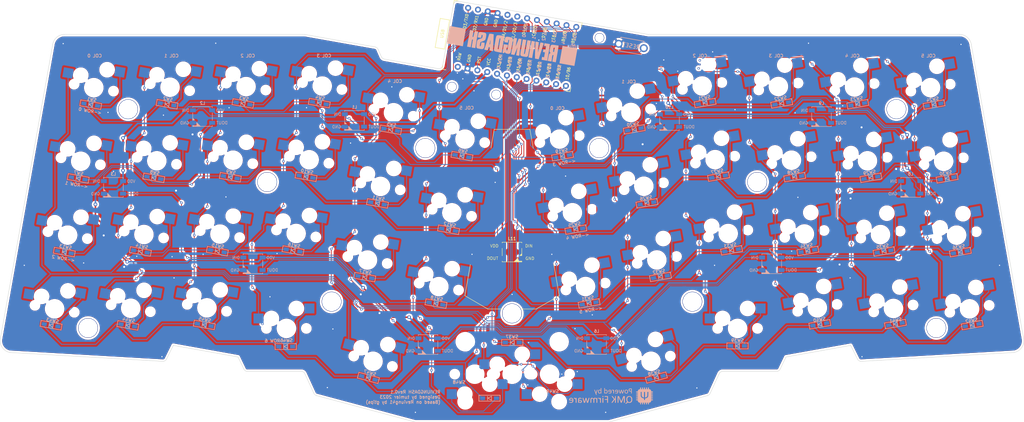
<source format=kicad_pcb>
(kicad_pcb (version 20211014) (generator pcbnew)
  (title_block (title "REVIUNGDASH") (date "2023-02-03") (rev "0.1"))
  (layers (0 "F.Cu" signal) (31 "B.Cu" signal) (34 "B.Paste" user) (35 "F.Paste" user) (36 "B.SilkS" user "B.Silkscreen") (37 "F.SilkS" user "F.Silkscreen") (38 "B.Mask" user) (39 "F.Mask" user) (44 "Edge.Cuts" user))
  (net 0 "")
  (net 1 "Net-(D1-Pad2)")
  (net 2 "row0")
  (net 3 "Net-(D2-Pad2)")
  (net 4 "Net-(D3-Pad2)")
  (net 5 "Net-(D4-Pad2)")
  (net 6 "Net-(D5-Pad2)")
  (net 7 "Net-(D6-Pad2)")
  (net 8 "row1")
  (net 9 "Net-(D7-Pad2)")
  (net 10 "Net-(D8-Pad2)")
  (net 11 "Net-(D9-Pad2)")
  (net 12 "Net-(D10-Pad2)")
  (net 13 "Net-(D11-Pad2)")
  (net 14 "Net-(D12-Pad2)")
  (net 15 "row2")
  (net 16 "Net-(D13-Pad2)")
  (net 17 "Net-(D14-Pad2)")
  (net 18 "Net-(D15-Pad2)")
  (net 19 "Net-(D16-Pad2)")
  (net 20 "Net-(D17-Pad2)")
  (net 21 "Net-(D18-Pad2)")
  (net 22 "row3")
  (net 23 "Net-(D19-Pad2)")
  (net 24 "Net-(D20-Pad2)")
  (net 25 "Net-(D21-Pad2)")
  (net 26 "Net-(D22-Pad2)")
  (net 27 "Net-(D23-Pad2)")
  (net 28 "Net-(D24-Pad2)")
  (net 29 "row4")
  (net 30 "Net-(D25-Pad2)")
  (net 31 "Net-(D26-Pad2)")
  (net 32 "Net-(D27-Pad2)")
  (net 33 "Net-(D28-Pad2)")
  (net 34 "Net-(D29-Pad2)")
  (net 35 "Net-(D30-Pad2)")
  (net 36 "row5")
  (net 37 "Net-(D31-Pad2)")
  (net 38 "Net-(D32-Pad2)")
  (net 39 "Net-(D33-Pad2)")
  (net 40 "Net-(D34-Pad2)")
  (net 41 "Net-(D35-Pad2)")
  (net 42 "Net-(D36-Pad2)")
  (net 43 "row6")
  (net 44 "Net-(D37-Pad2)")
  (net 45 "Net-(D38-Pad2)")
  (net 46 "Net-(D39-Pad2)")
  (net 47 "Net-(D40-Pad2)")
  (net 48 "Net-(D41-Pad2)")
  (net 49 "LED")
  (net 50 "VCC")
  (net 51 "GND")
  (net 52 "col0")
  (net 53 "col1")
  (net 54 "col2")
  (net 55 "col3")
  (net 56 "col4")
  (net 57 "col5")
  (net 58 "reset")
  (net 59 "Net-(L1-Pad2)")
  (net 60 "Net-(L2-Pad2)")
  (net 61 "Net-(L3-Pad2)")
  (net 62 "Net-(L4-Pad2)")
  (net 63 "Net-(L5-Pad2)")
  (net 64 "Net-(L6-Pad2)")
  (net 65 "Net-(L7-Pad2)")
  (net 66 "Net-(L8-Pad2)")
  (net 67 "Net-(L10-Pad4)")
  (net 72 "row7")
  (net 73 "Net-(SW48-Pad2)")
  (net 74 "Net-(SW47-Pad2)")
  (net 75 "Net-(SW46-Pad2)")
  (net 76 "Net-(SW45-Pad2)")
  (net 77 "Net-(SW44-Pad2)")
  (net 78 "Net-(SW43-Pad2)")
  (net 79 "Net-(SW42-Pad2)")
  (net 80 "Net-(L1-Pad4)")
  (net 81 "unconnected-(L10-Pad2)")
  (footprint "_reviung-kbd:MXOnly-1U-Hotswap" (layer "F.Cu") (at 38.28 72.1 -10)
    (fp_text reference "SW1")
    (fp_text value "SW_PUSH")
  )
  (footprint "_reviung-kbd:MXOnly-1U-Hotswap" (layer "F.Cu") (at 57.67 71.99 -10)
    (fp_text reference "SW2")
    (fp_text value "SW_PUSH")
  )
  (footprint "_reviung-kbd:MXOnly-1U-Hotswap" (layer "F.Cu") (at 77.02 71.83 -10)
    (fp_text reference "SW3")
    (fp_text value "SW_PUSH")
  )
  (footprint "_reviung-kbd:MXOnly-1U-Hotswap" (layer "F.Cu") (at 96.39 71.69 -10)
    (fp_text reference "SW4")
    (fp_text value "SW_PUSH")
  )
  (footprint "_reviung-kbd:MXOnly-1U-Hotswap" (layer "F.Cu") (at 114.54 78.48 -10)
    (fp_text reference "SW5")
    (fp_text value "SW_PUSH")
  )
  (footprint "_reviung-kbd:MXOnly-1U-Hotswap" (layer "F.Cu") (at 132.71 85.19 -10)
    (fp_text reference "SW6")
    (fp_text value "SW_PUSH")
  )
  (footprint "_reviung-kbd:MXOnly-1U-Hotswap" (layer "F.Cu") (at 34.95 90.83 -10)
    (fp_text reference "SW7")
    (fp_text value "SW_PUSH")
  )
  (footprint "_reviung-kbd:MXOnly-1U-Hotswap" (layer "F.Cu") (at 54.31 90.71 -10)
    (fp_text reference "SW8")
    (fp_text value "SW_PUSH")
  )
  (footprint "_reviung-kbd:MXOnly-1U-Hotswap" (layer "F.Cu") (at 73.71 90.55 -10)
    (fp_text reference "SW9")
    (fp_text value "SW_PUSH")
  )
  (footprint "_reviung-kbd:MXOnly-1U-Hotswap" (layer "F.Cu") (at 93.07 90.44 -10)
    (fp_text reference "SW10")
    (fp_text value "SW_PUSH")
  )
  (footprint "_reviung-kbd:MXOnly-1U-Hotswap" (layer "F.Cu") (at 111.22 97.22 -10)
    (fp_text reference "SW11")
    (fp_text value "SW_PUSH")
  )
  (footprint "_reviung-kbd:MXOnly-1U-Hotswap" (layer "F.Cu") (at 129.37 103.94 -10)
    (fp_text reference "SW12")
    (fp_text value "SW_PUSH")
  )
  (footprint "_reviung-kbd:MXOnly-1U-Hotswap" (layer "F.Cu") (at 31.63 109.62 -10)
    (fp_text reference "SW13")
    (fp_text value "SW_PUSH")
  )
  (footprint "_reviung-kbd:MXOnly-1U-Hotswap" (layer "F.Cu") (at 51.03 109.46 -10)
    (fp_text reference "SW14")
    (fp_text value "SW_PUSH")
  )
  (footprint "_reviung-kbd:MXOnly-1U-Hotswap" (layer "F.Cu") (at 70.37 109.35 -10)
    (fp_text reference "SW15")
    (fp_text value "SW_PUSH")
  )
  (footprint "_reviung-kbd:MXOnly-1U-Hotswap" (layer "F.Cu") (at 89.75462 109.198371 -10)
    (fp_text reference "SW16")
    (fp_text value "SW_PUSH")
  )
  (footprint "_reviung-kbd:MXOnly-1U-Hotswap" (layer "F.Cu") (at 107.91 115.95 -10)
    (fp_text reference "SW17")
    (fp_text value "SW_PUSH")
  )
  (footprint "_reviung-kbd:MXOnly-1U-Hotswap" (layer "F.Cu") (at 126.06 122.71 -10)
    (fp_text reference "SW18")
    (fp_text value "SW_PUSH")
  )
  (footprint "_reviung-kbd:MXOnly-1U-Hotswap" (layer "F.Cu") (at 156.77 85.19 10)
    (fp_text reference "SW19")
    (fp_text value "SW_PUSH")
  )
  (footprint "_reviung-kbd:MXOnly-1U-Hotswap" (layer "F.Cu") (at 174.92 78.41 10)
    (fp_text reference "SW20")
    (fp_text value "SW_PUSH")
  )
  (footprint "_reviung-kbd:MXOnly-1U-Hotswap" (layer "F.Cu") (at 193.05 71.67 10)
    (fp_text reference "SW21")
    (fp_text value "SW_PUSH")
  )
  (footprint "_reviung-kbd:MXOnly-1U-Hotswap" (layer "F.Cu") (at 212.44 71.81 10)
    (fp_text reference "SW22")
    (fp_text value "SW_PUSH")
  )
  (footprint "_reviung-kbd:MXOnly-1U-Hotswap" (layer "F.Cu") (at 231.81 71.94 10)
    (fp_text reference "SW23")
    (fp_text value "SW_PUSH")
  )
  (footprint "_reviung-kbd:MXOnly-1U-Hotswap" (layer "F.Cu") (at 251.15 72.1 10)
    (fp_text reference "SW24")
    (fp_text value "SW_PUSH")
  )
  (footprint "_reviung-kbd:MXOnly-1U-Hotswap" (layer "F.Cu") (at 160.04 103.92 10)
    (fp_text reference "SW25")
    (fp_text value "SW_PUSH")
  )
  (footprint "_reviung-kbd:MXOnly-1U-Hotswap" (layer "F.Cu") (at 178.21 97.18 10)
    (fp_text reference "SW26")
    (fp_text value "SW_PUSH")
  )
  (footprint "_reviung-kbd:MXOnly-1U-Hotswap" (layer "F.Cu") (at 196.34 90.41 10)
    (fp_text reference "SW27")
    (fp_text value "SW_PUSH")
  )
  (footprint "_reviung-kbd:MXOnly-1U-Hotswap" (layer "F.Cu") (at 215.77 90.55 10)
    (fp_text reference "SW28")
    (fp_text value "SW_PUSH")
  )
  (footprint "_reviung-kbd:MXOnly-1U-Hotswap" (layer "F.Cu") (at 235.1 90.71 10)
    (fp_text reference "SW29")
    (fp_text value "SW_PUSH")
  )
  (footprint "_reviung-kbd:MXOnly-1U-Hotswap" (layer "F.Cu") (at 254.49 90.83 10)
    (fp_text reference "SW30")
    (fp_text value "SW_PUSH")
  )
  (footprint "_reviung-kbd:MXOnly-1U-Hotswap" (layer "F.Cu") (at 163.39 122.69 10)
    (fp_text reference "SW31")
    (fp_text value "SW_PUSH")
  )
  (footprint "_reviung-kbd:MXOnly-1U-Hotswap" (layer "F.Cu") (at 181.52 115.93 10)
    (fp_text reference "SW32")
    (fp_text value "SW_PUSH")
  )
  (footprint "_reviung-kbd:MXOnly-1U-Hotswap" (layer "F.Cu") (at 199.67 109.21 10)
    (fp_text reference "SW33")
    (fp_text value "SW_PUSH")
  )
  (footprint "_reviung-kbd:MXOnly-1U-Hotswap" (layer "F.Cu") (at 219.06 109.32 10)
    (fp_text reference "SW34")
    (fp_text value "SW_PUSH")
  )
  (footprint "_reviung-kbd:MXOnly-1U-Hotswap" (layer "F.Cu") (at 238.41 109.48 10)
    (fp_text reference "SW35")
    (fp_text value "SW_PUSH")
  )
  (footprint "_reviung-kbd:MXOnly-1U-Hotswap" (layer "F.Cu") (at 257.78 109.62 10)
    (fp_text reference "SW36")
    (fp_text value "SW_PUSH")
  )
  (footprint "_reviung-kbd:MXOnly-2U-Hotswap-ReversedStabilizers" (layer "F.Cu") (at 144.72 145)
    (fp_text reference "SW37")
    (fp_text value "SW_PUSH")
  )
  (footprint "_reviung-kbd:MXOnly-1U-Hotswap" (layer "F.Cu") (at 180.03 141.71 15)
    (fp_text reference "SW38")
    (fp_text value "SW_PUSH")
  )
  (footprint "_reviung-kbd:MXOnly-1U-Hotswap" (layer "F.Cu") (at 202.057 133.35)
    (fp_text reference "SW39")
    (fp_text value "SW_2U_PUSH")
  )
  (footprint "_reviung-kbd:ProMicro" (layer "F.Cu") (at 146.45 61.82 80)
    (fp_text reference "U1" hide)
    (fp_text value "ProMicro" hide)
  )
  (footprint "_reviung-kbd:LED_WS2812B_PLCC4_5.0x5.0mm_P3.2mm" (layer "F.Cu") (at 144.67 113.92)
    (fp_text reference "L11")
    (fp_text value "WS2812B")
  )
  (footprint "_reviung-kbd:HOLE" (layer "F.Cu") (at 47.01 77.59)
    (fp_text reference "H1")
    (fp_text value "H1")
  )
  (footprint "_reviung-kbd:HOLE" (layer "F.Cu") (at 36.83 133.24)
    (fp_text reference "H2")
    (fp_text value "H2")
  )
  (footprint "_reviung-kbd:HOLE" (layer "F.Cu") (at 82.4 96.1)
    (fp_text reference "H3")
    (fp_text value "H3")
  )
  (footprint "_reviung-kbd:HOLE" (layer "F.Cu") (at 98.77 126.53)
    (fp_text reference "H4")
    (fp_text value "H4")
  )
  (footprint "_reviung-kbd:HOLE" (layer "F.Cu") (at 144.66 129.53)
    (fp_text reference "H6")
    (fp_text value "H6")
  )
  (footprint "_reviung-kbd:HOLE" (layer "F.Cu") (at 190.56 126.53)
    (fp_text reference "H8")
    (fp_text value "H8")
  )
  (footprint "_reviung-kbd:HOLE" (layer "F.Cu") (at 207.05 96.09)
    (fp_text reference "H9")
    (fp_text value "H9")
  )
  (footprint "_reviung-kbd:HOLE" (layer "F.Cu") (at 252.62 133.24)
    (fp_text reference "H10")
    (fp_text value "H10")
  )
  (footprint "_reviung-kbd:HOLE" (layer "F.Cu") (at 242.47 77.58)
    (fp_text reference "H11")
    (fp_text value "H11")
  )
  (footprint "_reviung-kbd:HOLE" (layer "F.Cu") (at 166.84 87.48)
    (fp_text reference "H7")
    (fp_text value "H7")
  )
  (footprint "_reviung-kbd:HOLE" (layer "F.Cu") (at 122.62 87.48)
    (fp_text reference "H5")
    (fp_text value "H5")
  )
  (footprint "_reviung-kbd:HOLE_2.2mm" (layer "F.Cu") (at 166.93 59.42)
    (fp_text reference "H14")
    (fp_text value "H14")
  )
  (footprint "_reviung-kbd:HOLE_2.2mm" (layer "F.Cu") (at 140.63 73.86)
    (fp_text reference "H13")
    (fp_text value "H13")
  )
  (footprint "_reviung-kbd:HOLE_2.2mm" (layer "F.Cu") (at 129.39 71.86)
    (fp_text reference "H12")
    (fp_text value "H12")
  )
  (footprint "_reviung-kbd:MXOnly-1U-Hotswap" (layer "F.Cu") (at 241.7064 128.27 10)
    (fp_text reference "SW41")
    (fp_text value "SW_PUSH")
  )
  (footprint "_reviung-kbd:MXOnly-1U-Hotswap" (layer "F.Cu") (at 67.056 128.1176 -10)
    (fp_text reference "SW45")
    (fp_text value "SW_PUSH")
  )
  (footprint "_reviung-kbd:MXOnly-1U-Hotswap" (layer "F.Cu") (at 154.25 144.98 180)
    (fp_text reference "SW49")
    (fp_text value "SW_PUSH")
  )
  (footprint "_reviung-kbd:MXOnly-1U-Hotswap" (layer "F.Cu") (at 28.311994 128.364932 -10)
    (fp_text reference "SW43")
    (fp_text value "SW_PUSH")
  )
  (footprint "_reviung-kbd:MXOnly-1U-Hotswap" (layer "F.Cu") (at 47.6758 128.2192 -10)
    (fp_text reference "SW44")
    (fp_text value "SW_PUSH")
  )
  (footprint "_reviung-kbd:MXOnly-1U-Hotswap" (layer "F.Cu") (at 87.2744 133.35)
    (fp_text reference "SW46")
    (fp_text value "SW_PUSH")
  )
  (footprint "_reviung-kbd:MXOnly-1U-Hotswap" (layer "F.Cu") (at 135.19 144.98 180)
    (fp_text reference "SW48")
    (fp_text value "SW_PUSH")
  )
  (footprint "_reviung-kbd:MXOnly-1U-Hotswap" (layer "F.Cu") (at 261.0612 128.3716 10)
    (fp_text reference "SW42")
    (fp_text value "SW_PUSH")
  )
  (footprint "_reviung-kbd:MXOnly-1U-Hotswap" (layer "F.Cu") (at 222.3516 128.1176 10)
    (fp_text reference "SW40")
    (fp_text value "SW_PUSH")
  )
  (footprint "_reviung-kbd:MXOnly-1U-Hotswap" (layer "F.Cu") (at 109.3216 141.7066 -15)
    (fp_text reference "SW47")
    (fp_text value "SW_PUSH")
  )
  (footprint "_reviung-kbd:D3_SMD_1side" (layer "B.Cu") (at 37.5 76.43 -10)
    (fp_text reference "D1" hide)
    (fp_text value "1N4148W" hide)
  )
  (footprint "_reviung-kbd:D3_SMD_1side" (layer "B.Cu") (at 56.92 76.32 -10)
    (fp_text reference "D2" hide)
    (fp_text value "1N4148W" hide)
  )
  (footprint "_reviung-kbd:D3_SMD_1side" (layer "B.Cu") (at 76.24 76.13 -10)
    (fp_text reference "D3" hide)
    (fp_text value "1N4148W" hide)
  )
  (footprint "_reviung-kbd:D3_SMD_1side" (layer "B.Cu") (at 95.65 76.03 -10)
    (fp_text reference "D4" hide)
    (fp_text value "1N4148W" hide)
  )
  (footprint "_reviung-kbd:D3_SMD_1side" (layer "B.Cu") (at 113.8 82.82 -10)
    (fp_text reference "D5" hide)
    (fp_text value "1N4148W" hide)
  )
  (footprint "_reviung-kbd:D3_SMD_1side" (layer "B.Cu") (at 131.94 89.52 -10)
    (fp_text reference "D6" hide)
    (fp_text value "1N4148W" hide)
  )
  (footprint "_reviung-kbd:D3_SMD_1side" (layer "B.Cu") (at 34.32 95.19 -10)
    (fp_text reference "D7" hide)
    (fp_text value "1N4148W" hide)
  )
  (footprint "_reviung-kbd:D3_SMD_1side" (layer "B.Cu") (at 53.55 95.04 -10)
    (fp_text reference "D8" hide)
    (fp_text value "1N4148W" hide)
  )
  (footprint "_reviung-kbd:D3_SMD_1side" (layer "B.Cu") (at 73.01 94.89 -10)
    (fp_text reference "D9" hide)
    (fp_text value "1N4148W" hide)
  )
  (footprint "_reviung-kbd:D3_SMD_1side" (layer "B.Cu") (at 92.27 94.77 -10)
    (fp_text reference "D10" hide)
    (fp_text value "1N4148W" hide)
  )
  (footprint "_reviung-kbd:D3_SMD_1side" (layer "B.Cu") (at 110.45 101.55 -10)
    (fp_text reference "D11" hide)
    (fp_text value "1N4148W" hide)
  )
  (footprint "_reviung-kbd:D3_SMD_1side" (layer "B.Cu") (at 128.53 108.25 -10)
    (fp_text reference "D12" hide)
    (fp_text value "1N4148W" hide)
  )
  (footprint "_reviung-kbd:D3_SMD_1side" (layer "B.Cu") (at 30.78 113.94 -10)
    (fp_text reference "D13" hide)
    (fp_text value "1N4148W" hide)
  )
  (footprint "_reviung-kbd:D3_SMD_1side" (layer "B.Cu") (at 50.14 113.77 -10)
    (fp_text reference "D14" hide)
    (fp_text value "1N4148W" hide)
  )
  (footprint "_reviung-kbd:D3_SMD_1side" (layer "B.Cu") (at 69.71 113.7 -10)
    (fp_text reference "D15" hide)
    (fp_text value "1N4148W" hide)
  )
  (footprint "_reviung-kbd:D3_SMD_1side" (layer "B.Cu") (at 88.96 113.53 -10)
    (fp_text reference "D16" hide)
    (fp_text value "1N4148W" hide)
  )
  (footprint "_reviung-kbd:D3_SMD_1side" (layer "B.Cu") (at 107.22 120.3 -10)
    (fp_text reference "D17" hide)
    (fp_text value "1N4148W" hide)
  )
  (footprint "_reviung-kbd:D3_SMD_1side" (layer "B.Cu") (at 125.33 127.04 -10)
    (fp_text reference "D18" hide)
    (fp_text value "1N4148W" hide)
  )
  (footprint "_reviung-kbd:D3_SMD_1side" (layer "B.Cu") (at 157.53 89.53 10)
    (fp_text reference "D19" hide)
    (fp_text value "1N4148W" hide)
  )
  (footprint "_reviung-kbd:D3_SMD_1side" (layer "B.Cu") (at 175.78 82.71 10)
    (fp_text reference "D20" hide)
    (fp_text value "1N4148W" hide)
  )
  (footprint "_reviung-kbd:D3_SMD_1side" (layer "B.Cu") (at 193.8 76.01 10)
    (fp_text reference "D21" hide)
    (fp_text value "1N4148W" hide)
  )
  (footprint "_reviung-kbd:D3_SMD_1side" (layer "B.Cu") (at 213.28 76.11 10)
    (fp_text reference "D22" hide)
    (fp_text value "1N4148W" hide)
  )
  (footprint "_reviung-kbd:D3_SMD_1side" (layer "B.Cu") (at 232.63 76.31 10)
    (fp_text reference "D23" hide)
    (fp_text value "1N4148W" hide)
  )
  (footprint "_reviung-kbd:D3_SMD_1side" (layer "B.Cu") (at 252.04 76.41 10)
    (fp_text reference "D24" hide)
    (fp_text value "1N4148W" hide)
  )
  (footprint "_reviung-kbd:D3_SMD_1side" (layer "B.Cu") (at 160.91 108.21 10)
    (fp_text reference "D25" hide)
    (fp_text value "1N4148W" hide)
  )
  (footprint "_reviung-kbd:D3_SMD_1side" (layer "B.Cu") (at 179 101.52 10)
    (fp_text reference "D26" hide)
    (fp_text value "1N4148W" hide)
  )
  (footprint "_reviung-kbd:D3_SMD_1side" (layer "B.Cu") (at 197.22 94.73 10)
    (fp_text reference "D27" hide)
    (fp_text value "1N4148W" hide)
  )
  (footprint "_reviung-kbd:D3_SMD_1side" (layer "B.Cu") (at 216.59 94.86 10)
    (fp_text reference "D28" hide)
    (fp_text value "1N4148W" hide)
  )
  (footprint "_reviung-kbd:D3_SMD_1side" (layer "B.Cu") (at 235.97 95.03 10)
    (fp_text reference "D29" hide)
    (fp_text value "1N4148W" hide)
  )
  (footprint "_reviung-kbd:D3_SMD_1side" (layer "B.Cu") (at 255.35 95.16 10)
    (fp_text reference "D30" hide)
    (fp_text value "1N4148W" hide)
  )
  (footprint "_reviung-kbd:D3_SMD_1side" (layer "B.Cu") (at 164.29 126.99 10)
    (fp_text reference "D31" hide)
    (fp_text value "1N4148W" hide)
  )
  (footprint "_reviung-kbd:D3_SMD_1side" (layer "B.Cu") (at 182.44 120.24 10)
    (fp_text reference "D32" hide)
    (fp_text value "1N4148W" hide)
  )
  (footprint "_reviung-kbd:D3_SMD_1side" (layer "B.Cu") (at 200.53 113.48 10)
    (fp_text reference "D33" hide)
    (fp_text value "1N4148W" hide)
  )
  (footprint "_reviung-kbd:D3_SMD_1side" (layer "B.Cu") (at 219.94 113.64 10)
    (fp_text reference "D34" hide)
    (fp_text value "1N4148W" hide)
  )
  (footprint "_reviung-kbd:D3_SMD_1side" (layer "B.Cu") (at 239.32 113.78 10)
    (fp_text reference "D35" hide)
    (fp_text value "1N4148W" hide)
  )
  (footprint "_reviung-kbd:D3_SMD_1side" (layer "B.Cu") (at 258.73 113.94 10)
    (fp_text reference "D36" hide)
    (fp_text value "1N4148W" hide)
  )
  (footprint "_reviung-kbd:D3_SMD_1side" (layer "B.Cu") (at 108.14 145.94 -15)
    (fp_text reference "D47" hide)
    (fp_text value "1N4148W" hide)
  )
  (footprint "_reviung-kbd:D3_SMD_1side" (layer "B.Cu") (at 144.74 136.92)
    (fp_text reference "D37" hide)
    (fp_text value "1N4148W" hide)
  )
  (footprint "_reviung-kbd:D3_SMD_1side" (layer "B.Cu") (at 181.39 145.86 15)
    (fp_text reference "D38" hide)
    (fp_text value "1N4148W" hide)
  )
  (footprint "_reviung-kbd:ResetSW_1side" (layer "B.Cu") (at 175 61.5 -10)
    (fp_text reference "RESET1" hide)
    (fp_text value "SW_PUSH" hide)
  )
  (footprint "_reviung-kbd:LED_WS2812B_PLCC4_5.0x5.0mm_P3.2mm" (layer "B.Cu") (at 104.59 80.44 180)
    (fp_text reference "L1")
    (fp_text value "WS2812B")
  )
  (footprint "_reviung-kbd:LED_WS2812B_PLCC4_5.0x5.0mm_P3.2mm" (layer "B.Cu") (at 65.94 79.45 180)
    (fp_text reference "L2")
    (fp_text value "WS2812B")
  )
  (footprint "_reviung-kbd:LED_WS2812B_PLCC4_5.0x5.0mm_P3.2mm" (layer "B.Cu") (at 43.27 97.47 180)
    (fp_text reference "L3")
    (fp_text value "WS2812B")
  )
  (footprint "_reviung-kbd:LED_WS2812B_PLCC4_5.0x5.0mm_P3.2mm" (layer "B.Cu") (at 78.76 116.91 180)
    (fp_text reference "L4")
    (fp_text value "WS2812B")
  )
  (footprint "_reviung-kbd:LED_WS2812B_PLCC4_5.0x5.0mm_P3.2mm" (layer "B.Cu") (at 123.31 137.46 180)
    (fp_text reference "L5")
    (fp_text value "WS2812B")
  )
  (footprint "_reviung-kbd:LED_WS2812B_PLCC4_5.0x5.0mm_P3.2mm" (layer "B.Cu") (at 166.19 137.44 180)
    (fp_text reference "L6")
    (fp_text value "WS2812B")
  )
  (footprint "_reviung-kbd:LED_WS2812B_PLCC4_5.0x5.0mm_P3.2mm" (layer "B.Cu") (at 210.74 116.91 180)
    (fp_text reference "L7")
    (fp_text value "WS2812B")
  )
  (footprint "_reviung-kbd:LED_WS2812B_PLCC4_5.0x5.0mm_P3.2mm" (layer "B.Cu") (at 246.09 97.46 180)
    (fp_text reference "L8")
    (fp_text value "WS2812B")
  )
  (footprint "_reviung-kbd:LED_WS2812B_PLCC4_5.0x5.0mm_P3.2mm" (layer "B.Cu") (at 223.4 79.47 180)
    (fp_text reference "L9")
    (fp_text value "WS2812B")
  )
  (footprint "_reviung-kbd:LED_WS2812B_PLCC4_5.0x5.0mm_P3.2mm" (layer "B.Cu") (at 184.74 80.47 180)
    (fp_text reference "L10")
    (fp_text value "WS2812B")
  )
  (footprint "_reviung-kbd:QMK-x4-ver1" (layer "B.Cu") (at 169.88 150.53 180)
    (fp_text reference "G***" hide)
    (fp_text value "LOGO" hide)
  )
  (footprint "_reviung-kbd:D3_SMD_1side" (layer "B.Cu") (at 242.21 132.24 10)
    (fp_text reference "D41" hide)
    (fp_text value "1N4148W" hide)
  )
  (footprint "_reviung-kbd:D3_SMD_1side" (layer "B.Cu") (at 202.04 137.8)
    (fp_text reference "D39" hide)
    (fp_text value "1N4148W" hide)
  )
  (footprint "library:Logo_Black_small" (layer "B.Cu") (at 144.68 61.49 170)
    (fp_text reference "G***" hide)
    (fp_text value "LOGO" hide)
  )
  (footprint "_reviung-kbd:D3_SMD_1side" (layer "B.Cu") (at 87.1 137.96)
    (fp_text reference "D46" hide)
    (fp_text value "1N4148W" hide)
  )
  (footprint "_reviung-kbd:D3_SMD_1side" (layer "B.Cu") (at 66.39 132.46 -10)
    (fp_text reference "D45" hide)
    (fp_text value "1N4148W" hide)
  )
  (footprint "_reviung-kbd:D3_SMD_1side" (layer "B.Cu") (at 46.94 132.58 -10)
    (fp_text reference "D44" hide)
    (fp_text value "1N4148W" hide)
  )
  (footprint "_reviung-kbd:D3_SMD_1side" (layer "B.Cu") (at 222.97 132.31 10)
    (fp_text reference "D40" hide)
    (fp_text value "1N4148W" hide)
  )
  (footprint "_reviung-kbd:D3_SMD_1side" (layer "B.Cu") (at 138.95 151.1)
    (fp_text reference "D48" hide)
    (fp_text value "1N4148W" hide)
  )
  (footprint "_reviung-kbd:D3_SMD_1side" (layer "B.Cu") (at 261.74 132.5 10)
    (fp_text reference "D42" hide)
    (fp_text value "1N4148W" hide)
  )
  (footprint "_reviung-kbd:D3_SMD_1side" (layer "B.Cu") (at 27.41 132.55 -10)
    (fp_text reference "D43" hide)
    (fp_text value "1N4148W" hide)
  )
  (gr_line (start 132.69 125.03) (end 138.5 128.41) (layer "F.SilkS") (width 0.12))
  (gr_line (start 150.8 128.41) (end 156.7 125.03) (layer "F.SilkS") (width 0.12))
  (gr_line (start 134.07 117.1) (end 132.69 125.03) (layer "F.SilkS") (width 0.12))
  (gr_line (start 138.5 128.41) (end 142.27 128.41) (layer "F.SilkS") (width 0.12))
  (gr_line (start 149.23 82.72) (end 150.09 87.56) (layer "F.SilkS") (width 0.12))
  (gr_line (start 140.14 82.72) (end 149.23 82.72) (layer "F.SilkS") (width 0.12))
  (gr_line (start 156.7 125.03) (end 155.29 116.98) (layer "F.SilkS") (width 0.12))
  (gr_line (start 139.32 87.52) (end 140.14 82.72) (layer "F.SilkS") (width 0.12))
  (gr_line (start 147.12 128.41) (end 150.8 128.41) (layer "F.SilkS") (width 0.12))
  (gr_curve (pts (xy 258.546033 58.566954) (xy 258.546033 58.566954) (xy 179.286705 58.566954) (xy 179.286705 58.566954)) (layer "Edge.Cuts") (width 0.1))
  (gr_curve (pts (xy 91.985225 144.905439) (xy 91.836096 144.520391) (xy 91.465639 144.266598) (xy 91.052721 144.266598)) (layer "Edge.Cuts") (width 0.1))
  (gr_curve (pts (xy 130.935242 50.110192) (xy 130.391325 50.014281) (xy 129.872647 50.377479) (xy 129.776764 50.921401)) (layer "Edge.Cuts") (width 0.1))
  (gr_curve (pts (xy 76.440425 143.660839) (xy 76.440425 143.660839) (xy 74.967225 140.612839) (xy 74.967225 140.612839)) (layer "Edge.Cuts") (width 0.1))
  (gr_curve (pts (xy 16.949151 139.465521) (xy 15.317233 139.178028) (xy 14.227463 137.621909) (xy 14.515225 135.990039)) (layer "Edge.Cuts") (width 0.1))
  (gr_curve (pts (xy 198.290504 144.268159) (xy 198.290504 144.268159) (xy 212.217 144.272) (xy 212.217 144.272)) (layer "Edge.Cuts") (width 0.1))
  (gr_curve (pts (xy 14.515225 135.990039) (xy 14.515225 135.990039) (xy 27.842775 61.044414) (xy 27.842775 61.044414)) (layer "Edge.Cuts") (width 0.1))
  (gr_curve (pts (xy 212.217 144.272) (xy 212.537191 144.18468) (xy 212.787548 143.959978) (xy 212.9028 143.6624)) (layer "Edge.Cuts") (width 0.1))
  (gr_curve (pts (xy 214.376 140.6144) (xy 214.376 140.6144) (xy 230.8352 137.668) (xy 230.8352 137.668)) (layer "Edge.Cuts") (width 0.1))
  (gr_curve (pts (xy 112.174798 64.830257) (xy 111.845019 64.771499) (xy 111.566563 64.551527) (xy 111.433061 64.244307)) (layer "Edge.Cuts") (width 0.1))
  (gr_curve (pts (xy 91.904428 58.566954) (xy 91.904428 58.566954) (xy 30.796944 58.56683) (xy 30.796944 58.56683)) (layer "Edge.Cuts") (width 0.1))
  (gr_curve (pts (xy 195.098354 149.8319) (xy 195.098354 149.8319) (xy 197.358 144.907) (xy 197.358 144.907)) (layer "Edge.Cuts") (width 0.1))
  (gr_curve (pts (xy 169.284731 157.167762) (xy 169.284731 157.167762) (xy 194.424486 150.436715) (xy 194.424486 150.436715)) (layer "Edge.Cuts") (width 0.1))
  (gr_curve (pts (xy 272.394074 139.467082) (xy 274.025992 139.179589) (xy 275.115762 137.62347) (xy 274.828 135.9916)) (layer "Edge.Cuts") (width 0.1))
  (gr_curve (pts (xy 233.3752 141.732) (xy 233.3752 141.732) (xy 272.394074 139.467082) (xy 272.394074 139.467082)) (layer "Edge.Cuts") (width 0.1))
  (gr_curve (pts (xy 129.776764 50.921401) (xy 129.776764 50.921401) (xy 127.037491 66.460793) (xy 127.037491 66.460793)) (layer "Edge.Cuts") (width 0.1))
  (gr_curve (pts (xy 125.877264 67.271686) (xy 125.877264 67.271686) (xy 112.174798 64.830257) (xy 112.174798 64.830257)) (layer "Edge.Cuts") (width 0.1))
  (gr_curve (pts (xy 274.828 135.9916) (xy 274.828 135.9916) (xy 261.50045 61.045975) (xy 261.50045 61.045975)) (layer "Edge.Cuts") (width 0.1))
  (gr_curve (pts (xy 56.794293 141.125624) (xy 56.794293 141.125624) (xy 58.508025 137.666439) (xy 58.508025 137.666439)) (layer "Edge.Cuts") (width 0.1))
  (gr_curve (pts (xy 120.058494 157.166201) (xy 120.058494 157.166201) (xy 94.918739 150.435154) (xy 94.918739 150.435154)) (layer "Edge.Cuts") (width 0.1))
  (gr_curve (pts (xy 55.968025 141.730439) (xy 56.428684 141.647904) (xy 56.679041 141.423202) (xy 56.794293 141.125624)) (layer "Edge.Cuts") (width 0.1))
  (gr_curve (pts (xy 212.9028 143.6624) (xy 212.9028 143.6624) (xy 214.376 140.6144) (xy 214.376 140.6144)) (layer "Edge.Cuts") (width 0.1))
  (gr_curve (pts (xy 74.967225 140.612839) (xy 74.967225 140.612839) (xy 58.508025 137.666439) (xy 58.508025 137.666439)) (layer "Edge.Cuts") (width 0.1))
  (gr_curve (pts (xy 120.058494 157.166201) (xy 120.098069 157.167762) (xy 169.284731 157.167762) (xy 169.284731 157.167762)) (layer "Edge.Cuts") (width 0.1))
  (gr_curve (pts (xy 127.037491 66.460793) (xy 126.941489 67.005399) (xy 126.421692 67.368689) (xy 125.877264 67.271686)) (layer "Edge.Cuts") (width 0.1))
  (gr_curve (pts (xy 94.244871 149.830339) (xy 94.244871 149.830339) (xy 91.985225 144.905439) (xy 91.985225 144.905439)) (layer "Edge.Cuts") (width 0.1))
  (gr_curve (pts (xy 55.968025 141.730439) (xy 55.968025 141.730439) (xy 16.949151 139.465521) (xy 16.949151 139.465521)) (layer "Edge.Cuts") (width 0.1))
  (gr_curve (pts (xy 179.286705 58.566954) (xy 179.286705 58.566954) (xy 130.935242 50.110192) (xy 130.935242 50.110192)) (layer "Edge.Cuts") (width 0.1))
  (gr_curve (pts (xy 233.3752 141.732) (xy 232.914541 141.649465) (xy 232.664184 141.424763) (xy 232.548932 141.127185)) (layer "Edge.Cuts") (width 0.1))
  (gr_curve (pts (xy 30.796944 58.56683) (xy 29.341625 58.566827) (xy 28.096202 59.611331) (xy 27.842775 61.044414)) (layer "Edge.Cuts") (width 0.1))
  (gr_curve (pts (xy 261.50045 61.045975) (xy 261.247625 59.612229) (xy 260.001901 58.566954) (xy 258.546033 58.566954)) (layer "Edge.Cuts") (width 0.1))
  (gr_curve (pts (xy 111.433061 64.244307) (xy 111.433061 64.244307) (xy 110.603226 62.334656) (xy 110.603226 62.334656)) (layer "Edge.Cuts") (width 0.1))
  (gr_curve (pts (xy 77.126225 144.270439) (xy 76.806034 144.183119) (xy 76.555677 143.958417) (xy 76.440425 143.660839)) (layer "Edge.Cuts") (width 0.1))
  (gr_curve (pts (xy 110.603226 62.334656) (xy 110.469589 62.027125) (xy 110.190716 61.807041) (xy 109.860547 61.748539)) (layer "Edge.Cuts") (width 0.1))
  (gr_curve (pts (xy 232.548932 141.127185) (xy 232.548932 141.127185) (xy 230.8352 137.668) (xy 230.8352 137.668)) (layer "Edge.Cuts") (width 0.1))
  (gr_curve (pts (xy 91.052721 144.266598) (xy 91.052721 144.266598) (xy 77.126225 144.270439) (xy 77.126225 144.270439)) (layer "Edge.Cuts") (width 0.1))
  (gr_curve (pts (xy 109.860547 61.748539) (xy 109.860547 61.748539) (xy 91.904428 58.566954) (xy 91.904428 58.566954)) (layer "Edge.Cuts") (width 0.1))
  (gr_curve (pts (xy 197.358 144.907) (xy 197.507129 144.521952) (xy 197.877586 144.268159) (xy 198.290504 144.268159)) (layer "Edge.Cuts") (width 0.1))
  (gr_curve (pts (xy 194.424486 150.436715) (xy 194.732745 150.35418) (xy 194.983102 150.129478) (xy 195.098354 149.8319)) (layer "Edge.Cuts") (width 0.1))
  (gr_curve (pts (xy 94.918739 150.435154) (xy 94.61048 150.352619) (xy 94.360123 150.127917) (xy 94.244871 149.830339)) (layer "Edge.Cuts") (width 0.1))
  (gr_text "COL 5" (at 160.51 59.73 80) (layer "B.SilkS") (effects (font (size 0.8 0.8)) (justify mirror)))
  (gr_text "ROW 4" (at 151.6 67.36 80) (layer "B.SilkS") (effects (font (size 0.8 0.8)) (justify mirror)))
  (gr_text "ROW 0" (at 141.59 65.51 80) (layer "B.SilkS") (effects (font (size 0.8 0.8)) (justify mirror)))
  (gr_text "ROW 3" (at 149.08 66.89 80) (layer "B.SilkS") (effects (font (size 0.8 0.8)) (justify mirror)))
  (gr_text "ROW 1" (at 144.07 66.07 80) (layer "B.SilkS") (effects (font (size 0.8 0.8)) (justify mirror)))
  (gr_text "ROW 2" (at 146.6 66.45 80) (layer "B.SilkS") (effects (font (size 0.8 0.8)) (justify mirror)))
  (gr_text "ROW 5" (at 154.08 67.8 80) (layer "B.SilkS") (effects (font (size 0.8 0.8)) (justify mirror)))
  (gr_text "ROW 6" (at 156.51 68.15 80) (layer "B.SilkS") (effects (font (size 0.8 0.8)) (justify mirror)))
  (gr_text "<-ROW 0" (at 37.32 78.05 -10) (layer "B.SilkS") (effects (font (size 0.8 0.8)) (justify mirror)))
  (gr_text "<-ROW 3" (at 157.95 91.2 10) (layer "B.SilkS") (effects (font (size 0.8 0.8)) (justify mirror)))
  (gr_text "COL 1" (at 58.01 64) (layer "B.SilkS") (effects (font (size 0.8 0.8)) (justify mirror)))
  (gr_text "REVIUNGDASH Rev0.1\nDesigned by tumler 2023\n(Based on Reviung41 by gtips)" (at 126.56 150.8) (layer "B.SilkS") (effects (font (size 0.8 0.8)) (justify left mirror)))
  (gr_text "COL 5" (at 133.13 77.25) (layer "B.SilkS") (effects (font (size 0.8 0.8)) (justify mirror)))
  (gr_text "COL 2" (at 192.49 64) (layer "B.SilkS") (effects (font (size 0.8 0.8)) (justify mirror)))
  (gr_text "<-ROW 2" (at 30.52 115.58 -10) (layer "B.SilkS") (effects (font (size 0.8 0.8)) (justify mirror)))
  (gr_text "<- ROW 6" (at 85 136.5) (layer "B.SilkS") (effects (font (size 0.8 0.8)) (justify mirror)))
  (gr_text "COL 2" (at 77.45 64) (layer "B.SilkS") (effects (font (size 0.8 0.8)) (justify mirror)))
  (gr_text "<-ROW 5" (at 164.73 128.65 10) (layer "B.SilkS") (effects (font (size 0.8 0.8)) (justify mirror)))
  (gr_text "COL 0" (at 148 57.5 80) (layer "B.SilkS") (effects (font (size 0.8 0.8)) (justify mirror)))
  (gr_text "COL 4" (at 114.88 70.47) (layer "B.SilkS") (effects (font (size 0.8 0.8)) (justify mirror)))
  (gr_text "COL 3" (at 211.87 64) (layer "B.SilkS") (effects (font (size 0.8 0.8)) (justify mirror)))
  (gr_text "COL 4" (at 231.26 64) (layer "B.SilkS") (effects (font (size 0.8 0.8)) (justify mirror)))
  (gr_text "COL 0" (at 156.23 77.34) (layer "B.SilkS") (effects (font (size 0.8 0.8)) (justify mirror)))
  (gr_text "COL 2" (at 153.03 58.38 80) (layer "B.SilkS") (effects (font (size 0.8 0.8)) (justify mirror)))
  (gr_text "<-ROW 1" (at 33.86 96.8 -10) (layer "B.SilkS") (effects (font (size 0.8 0.8)) (justify mirror)))
  (gr_text "COL 0" (at 38.5 64) (layer "B.SilkS") (effects (font (size 0.8 0.8)) (justify mirror)))
  (gr_text "COL 4" (at 158.03 59.29 80) (layer "B.SilkS") (effects (font (size 0.8 0.8)) (justify mirror)))
  (gr_text "<-ROW 4" (at 161.36 109.91 10) (layer "B.SilkS") (effects (font (size 0.8 0.8)) (justify mirror)))
  (gr_text "COL 1" (at 150.5 58 80) (layer "B.SilkS") (effects (font (size 0.8 0.8)) (justify mirror)))
  (gr_text "COL 5" (at 250.59 64) (layer "B.SilkS") (effects (font (size 0.8 0.8)) (justify mirror)))
  (gr_text "COL 3" (at 155.51 58.82 80) (layer "B.SilkS") (effects (font (size 0.8 0.8)) (justify mirror)))
  (gr_text "COL 3" (at 96.84 64) (layer "B.SilkS") (effects (font (size 0.8 0.8)) (justify mirror)))
  (gr_text "COL 1" (at 174.36 70.58) (layer "B.SilkS") (effects (font (size 0.8 0.8)) (justify mirror)))
  (via (at 192.15 67.19) (size 0.6) (drill 0.3) (layers "F.Cu" "B.Cu") (net 0))
  (via (at 192.46 65.16) (size 0.6) (drill 0.3) (layers "F.Cu" "B.Cu") (net 0))
  (segment (start 44.91538 74.28462) (end 42.461774 76.738226) (width 0.2) (layer "B.Cu") (net 1))
  (segment (start 44.91538 68.111629) (end 44.91538 74.28462) (width 0.2) (layer "B.Cu") (net 1))
  (segment (start 42.461774 76.738226) (end 39.248034 76.738226) (width 0.2) (layer "B.Cu") (net 1))
  (segment (start 96.4 82) (end 96.4 82) (width 0.2) (layer "F.Cu") (net 2))
  (segment (start 96.4 78) (end 96.4 82) (width 0.2) (layer "F.Cu") (net 2))
  (via (at 96.4 78) (size 0.6) (drill 0.3) (layers "F.Cu" "B.Cu") (net 2))
  (via (at 96.4 82) (size 0.6) (drill 0.3) (layers "F.Cu" "B.Cu") (net 2))
  (segment (start 130.191966 89.211774) (end 131.689083 90.708891) (width 0.2) (layer "B.Cu") (net 2))
  (segment (start 50.48375 80.69999) (end 55.171966 76.011774) (width 0.2) (layer "B.Cu") (net 2))
  (segment (start 116.1 85.2) (end 116.1 86.7) (width 0.2) (layer "B.Cu") (net 2))
  (segment (start 140.876381 68.563195) (end 142.95 70.636814) (width 0.2) (layer "B.Cu") (net 2))
  (segment (start 35.751966 76.121774) (end 35.751966 76.151966) (width 0.2) (layer "B.Cu") (net 2))
  (segment (start 93.901966 75.721774) (end 89.178186 75.721774) (width 0.2) (layer "B.Cu") (net 2))
  (segment (start 126.888226 89.211774) (end 130.191966 89.211774) (width 0.2) (layer "B.Cu") (net 2))
  (segment (start 131.689083 90.708891) (end 141.091109 90.708891) (width 0.2) (layer "B.Cu") (net 2))
  (segment (start 77.94998 78.24998) (end 86.64998 78.24998) (width 0.2) (layer "B.Cu") (net 2))
  (segment (start 40.29999 80.69999) (end 50.48375 80.69999) (width 0.2) (layer "B.Cu") (net 2))
  (segment (start 56.311774 76.011774) (end 57.808891 77.508891) (width 0.2) (layer "B.Cu") (net 2))
  (segment (start 61.153987 77.508891) (end 62.841104 75.821774) (width 0.2) (layer "B.Cu") (net 2))
  (segment (start 116.1 86.7) (end 120.5 91.1) (width 0.2) (layer "B.Cu") (net 2))
  (segment (start 55.171966 76.011774) (end 56.311774 76.011774) (width 0.2) (layer "B.Cu") (net 2))
  (segment (start 89.178186 75.721774) (end 86.64998 78.24998) (width 0.2) (layer "B.Cu") (net 2))
  (segment (start 113.411774 82.511774) (end 116.1 85.2) (width 0.2) (layer "B.Cu") (net 2))
  (segment (start 57.808891 77.508891) (end 61.153987 77.508891) (width 0.2) (layer "B.Cu") (net 2))
  (segment (start 35.751966 76.151966) (end 40.29999 80.69999) (width 0.2) (layer "B.Cu") (net 2))
  (segment (start 94.121774 75.721774) (end 96.4 78) (width 0.2) (layer "B.Cu") (net 2))
  (segment (start 120.5 91.1) (end 125 91.1) (width 0.2) (layer "B.Cu") (net 2))
  (segment (start 125 91.1) (end 126.888226 89.211774) (width 0.2) (layer "B.Cu") (net 2))
  (segment (start 110.26374 84.3) (end 112.051966 82.511774) (width 0.2) (layer "B.Cu") (net 2))
  (segment (start 142.95 70.636814) (end 142.95 88.85) (width 0.2) (layer "B.Cu") (net 2))
  (segment (start 75.521774 75.821774) (end 77.94998 78.24998) (width 0.2) (layer "B.Cu") (net 2))
  (segment (start 141.091109 90.708891) (end 142.95 88.85) (width 0.2) (layer "B.Cu") (net 2))
  (segment (start 112.051966 82.511774) (end 113.411774 82.511774) (width 0.2) (layer "B.Cu") (net 2))
  (segment (start 96.4 82) (end 98.7 84.3) (width 0.2) (layer "B.Cu") (net 2))
  (segment (start 62.841104 75.821774) (end 74.491966 75.821774) (width 0.2) (layer "B.Cu") (net 2))
  (segment (start 74.491966 75.821774) (end 75.521774 75.821774) (width 0.2) (layer "B.Cu") (net 2))
  (segment (start 93.901966 75.721774) (end 94.121774 75.721774) (width 0.2) (layer "B.Cu") (net 2))
  (segment (start 98.7 84.3) (end 110.26374 84.3) (width 0.2) (layer "B.Cu") (net 2))
  (segment (start 58.668034 76.628226) (end 60.49626 74.8) (width 0.2) (layer "B.Cu") (net 3))
  (segment (start 60.49626 71.810749) (end 64.30538 68.001629) (width 0.2) (layer "B.Cu") (net 3))
  (segment (start 60.49626 74.8) (end 60.49626 71.810749) (width 0.2) (layer "B.Cu") (net 3))
  (segment (start 81.361774 76.438226) (end 77.988034 76.438226) (width 0.2) (layer "B.Cu") (net 4))
  (segment (start 83.65538 67.841629) (end 83.65538 74.14462) (width 0.2) (layer "B.Cu") (net 4))
  (segment (start 83.65538 74.14462) (end 81.361774 76.438226) (width 0.2) (layer "B.Cu") (net 4))
  (segment (start 103.02538 67.701629) (end 103.02538 74.07462) (width 0.2) (layer "B.Cu") (net 5))
  (segment (start 103.02538 74.07462) (end 100.761774 76.338226) (width 0.2) (layer "B.Cu") (net 5))
  (segment (start 100.761774 76.338226) (end 97.398034 76.338226) (width 0.2) (layer "B.Cu") (net 5))
  (segment (start 119.5 83.1) (end 119.5 83.1) (width 0.2) (layer "F.Cu") (net 6))
  (segment (start 121.17538 81.42462) (end 119.5 83.1) (width 0.2) (layer "F.Cu") (net 6))
  (segment (start 121.17538 77.97538) (end 121.17538 81.42462) (width 0.2) (layer "F.Cu") (net 6))
  (via (at 121.17538 77.97538) (size 0.6) (drill 0.3) (layers "F.Cu" "B.Cu") (net 6))
  (via (at 119.5 83.1) (size 0.6) (drill 0.3) (layers "F.Cu" "B.Cu") (net 6))
  (segment (start 121.17538 77.97538) (end 121.17538 77.97538) (width 0.2) (layer "B.Cu") (net 6))
  (segment (start 121.17538 74.491629) (end 121.17538 77.97538) (width 0.2) (layer "B.Cu") (net 6))
  (segment (start 115.57626 83.1) (end 115.548034 83.128226) (width 0.2) (layer "B.Cu") (net 6))
  (segment (start 119.5 83.1) (end 115.57626 83.1) (width 0.2) (layer "B.Cu") (net 6))
  (segment (start 139.34538 81.201629) (end 139.34538 86.95462) (width 0.2) (layer "B.Cu") (net 7))
  (segment (start 136.471774 89.828226) (end 133.688034 89.828226) (width 0.2) (layer "B.Cu") (net 7))
  (segment (start 139.34538 86.95462) (end 136.471774 89.828226) (width 0.2) (layer "B.Cu") (net 7))
  (segment (start 62.783107 96.228891) (end 64.430224 94.581774) (width 0.2) (layer "B.Cu") (net 8))
  (segment (start 48.065468 91.931379) (end 47.468621 91.931379) (width 0.2) (layer "B.Cu") (net 8))
  (segment (start 77.386807 96.078891) (end 80.745388 92.72031) (width 0.2) (layer "B.Cu") (net 8))
  (segment (start 39.001784 95.663914) (end 42.734319 91.931379) (width 0.2) (layer "B.Cu") (net 8))
  (segment (start 47.468621 91.931379) (end 48.065469 91.931379) (width 0.2) (layer "B.Cu") (net 8))
  (segment (start 143.377792 69.004262) (end 143.377792 106.222208) (width 0.2) (layer "B.Cu") (net 8))
  (segment (start 51.801966 94.731774) (end 53.299083 96.228891) (width 0.2) (layer "B.Cu") (net 8))
  (segment (start 50.865863 94.731774) (end 48.065468 91.931379) (width 0.2) (layer "B.Cu") (net 8))
  (segment (start 108.741774 101.241774) (end 115.441774 107.941774) (width 0.2) (layer "B.Cu") (net 8))
  (segment (start 108.701966 101.241774) (end 108.741774 101.241774) (width 0.2) (layer "B.Cu") (net 8))
  (segment (start 64.430224 94.581774) (end 71.261966 94.581774) (width 0.2) (layer "B.Cu") (net 8))
  (segment (start 34.069083 96.378891) (end 38.286808 96.378891) (width 0.2) (layer "B.Cu") (net 8))
  (segment (start 51.801966 94.731774) (end 50.865863 94.731774) (width 0.2) (layer "B.Cu") (net 8))
  (segment (start 38.286808 96.378891) (end 39.001784 95.663914) (width 0.2) (layer "B.Cu") (net 8))
  (segment (start 32.571966 94.881774) (end 34.069083 96.378891) (width 0.2) (layer "B.Cu") (net 8))
  (segment (start 97.301966 101.241774) (end 108.701966 101.241774) (width 0.2) (layer "B.Cu") (net 8))
  (segment (start 143.377792 106.222208) (end 140.161109 109.438891) (width 0.2) (layer "B.Cu") (net 8))
  (segment (start 140.161109 109.438891) (end 128.279083 109.438891) (width 0.2) (layer "B.Cu") (net 8))
  (segment (start 71.261966 94.581774) (end 72.759083 96.078891) (width 0.2) (layer "B.Cu") (net 8))
  (segment (start 42.734319 91.931379) (end 47.468621 91.931379) (width 0.2) (layer "B.Cu") (net 8))
  (segment (start 90.521966 94.461774) (end 97.301966 101.241774) (width 0.2) (layer "B.Cu") (net 8))
  (segment (start 80.745388 92.72031) (end 88.780502 92.72031) (width 0.2) (layer "B.Cu") (net 8))
  (segment (start 53.299083 96.228891) (end 62.783107 96.228891) (width 0.2) (layer "B.Cu") (net 8))
  (segment (start 72.759083 96.078891) (end 77.386807 96.078891) (width 0.2) (layer "B.Cu") (net 8))
  (segment (start 88.780502 92.72031) (end 90.521966 94.461774) (width 0.2) (layer "B.Cu") (net 8))
  (segment (start 128.279083 109.438891) (end 126.781966 107.941774) (width 0.2) (layer "B.Cu") (net 8))
  (segment (start 115.441774 107.941774) (end 126.781966 107.941774) (width 0.2) (layer "B.Cu") (net 8))
  (segment (start 41.58538 86.841629) (end 41.58538 92.51462) (width 0.2) (layer "B.Cu") (net 9))
  (segment (start 41.58538 92.51462) (end 38.601774 95.498226) (width 0.2) (layer "B.Cu") (net 9))
  (segment (start 38.601774 95.498226) (end 36.068034 95.498226) (width 0.2) (layer "B.Cu") (net 9))
  (segment (start 58.551774 95.348226) (end 55.298034 95.348226) (width 0.2) (layer "B.Cu") (net 10))
  (segment (start 60.94538 86.721629) (end 60.94538 92.95462) (width 0.2) (layer "B.Cu") (net 10))
  (segment (start 60.94538 92.95462) (end 58.551774 95.348226) (width 0.2) (layer "B.Cu") (net 10))
  (segment (start 77.701774 95.198226) (end 74.758034 95.198226) (width 0.2) (layer "B.Cu") (net 11))
  (segment (start 80.34538 86.561629) (end 80.34538 92.55462) (width 0.2) (layer "B.Cu") (net 11))
  (segment (start 80.34538 92.55462) (end 77.701774 95.198226) (width 0.2) (layer "B.Cu") (net 11))
  (segment (start 99.70538 92.59462) (end 97.221774 95.078226) (width 0.2) (layer "B.Cu") (net 12))
  (segment (start 97.221774 95.078226) (end 94.018034 95.078226) (width 0.2) (layer "B.Cu") (net 12))
  (segment (start 99.70538 86.451629) (end 99.70538 92.59462) (width 0.2) (layer "B.Cu") (net 12))
  (segment (start 115.841774 101.858226) (end 112.198034 101.858226) (width 0.2) (layer "B.Cu") (net 13))
  (segment (start 117.85538 93.231629) (end 117.85538 99.84462) (width 0.2) (layer "B.Cu") (net 13))
  (segment (start 117.85538 99.84462) (end 115.841774 101.858226) (width 0.2) (layer "B.Cu") (net 13))
  (segment (start 136.00538 105.49462) (end 132.941774 108.558226) (width 0.2) (layer "B.Cu") (net 14))
  (segment (start 132.941774 108.558226) (end 130.278034 108.558226) (width 0.2) (layer "B.Cu") (net 14))
  (segment (start 136.00538 99.951629) (end 136.00538 105.49462) (width 0.2) (layer "B.Cu") (net 14))
  (segment (start 69.4 113.451993) (end 68.022185 113.451993) (width 0.2) (layer "B.Cu") (net 15))
  (segment (start 87.211966 113.221774) (end 75.543924 113.221774) (width 0.2) (layer "B.Cu") (net 15))
  (segment (start 34.5 119.1) (end 42.75374 119.1) (width 0.2) (layer "B.Cu") (net 15))
  (segment (start 106.849781 119.991774) (end 105.471966 119.991774) (width 0.2) (layer "B.Cu") (net 15))
  (segment (start 51.266898 114.958891) (end 49.9 113.591993) (width 0.2) (layer "B.Cu") (net 15))
  (segment (start 29.031966 113.631966) (end 34.5 119.1) (width 0.2) (layer "B.Cu") (net 15))
  (segment (start 123.581966 126.731774) (end 113.589781 126.731774) (width 0.2) (layer "B.Cu") (net 15))
  (segment (start 88.589781 113.221774) (end 87.211966 113.221774) (width 0.2) (layer "B.Cu") (net 15))
  (segment (start 68.022185 113.451993) (end 67.961966 113.391774) (width 0.2) (layer "B.Cu") (net 15))
  (segment (start 145.879204 71.0894) (end 143.777802 73.190802) (width 0.2) (layer "B.Cu") (net 15))
  (segment (start 48.522185 113.591993) (end 48.391966 113.461774) (width 0.2) (layer "B.Cu") (net 15))
  (segment (start 42.75374 119.1) (end 48.391966 113.461774) (width 0.2) (layer "B.Cu") (net 15))
  (segment (start 100.118891 114.718891) (end 90.086899 114.718891) (width 0.2) (layer "B.Cu") (net 15))
  (segment (start 138.671109 128.228891) (end 125.079083 128.228891) (width 0.2) (layer "B.Cu") (net 15))
  (segment (start 49.9 113.591993) (end 48.522185 113.591993) (width 0.2) (layer "B.Cu") (net 15))
  (segment (start 29.031966 113.631774) (end 29.031966 113.631966) (width 0.2) (layer "B.Cu") (net 15))
  (segment (start 143.777802 123.122198) (end 138.671109 128.228891) (width 0.2) (layer "B.Cu") (net 15))
  (segment (start 105.471966 119.991774) (end 105.391774 119.991774) (width 0.2) (layer "B.Cu") (net 15))
  (segment (start 75.543924 113.221774) (end 73.876807 114.888891) (width 0.2) (layer "B.Cu") (net 15))
  (segment (start 70.836898 114.888891) (end 69.4 113.451993) (width 0.2) (layer "B.Cu") (net 15))
  (segment (start 105.391774 119.991774) (end 100.118891 114.718891) (width 0.2) (layer "B.Cu") (net 15))
  (segment (start 55.741109 114.958891) (end 51.266898 114.958891) (width 0.2) (layer "B.Cu") (net 15))
  (segment (start 57.308226 113.391774) (end 55.741109 114.958891) (width 0.2) (layer "B.Cu") (net 15))
  (segment (start 113.589781 126.731774) (end 106.849781 119.991774) (width 0.2) (layer "B.Cu") (net 15))
  (segment (start 143.777802 73.190802) (end 143.777802 123.122198) (width 0.2) (layer "B.Cu") (net 15))
  (segment (start 73.876807 114.888891) (end 70.836898 114.888891) (width 0.2) (layer "B.Cu") (net 15))
  (segment (start 90.086899 114.718891) (end 88.589781 113.221774) (width 0.2) (layer "B.Cu") (net 15))
  (segment (start 125.079083 128.228891) (end 123.581966 126.731774) (width 0.2) (layer "B.Cu") (net 15))
  (segment (start 67.961966 113.391774) (end 57.308226 113.391774) (width 0.2) (layer "B.Cu") (net 15))
  (segment (start 145.879204 69.445328) (end 145.879204 71.0894) (width 0.2) (layer "B.Cu") (net 15))
  (segment (start 38.26538 111.73462) (end 35.751774 114.248226) (width 0.2) (layer "B.Cu") (net 16))
  (segment (start 35.751774 114.248226) (end 32.528034 114.248226) (width 0.2) (layer "B.Cu") (net 16))
  (segment (start 38.26538 105.631629) (end 38.26538 111.73462) (width 0.2) (layer "B.Cu") (net 16))
  (segment (start 57.66538 105.471629) (end 57.66538 112.33462) (width 0.2) (layer "B.Cu") (net 17))
  (segment (start 55.921774 114.078226) (end 51.888034 114.078226) (width 0.2) (layer "B.Cu") (net 17))
  (segment (start 57.66538 112.33462) (end 55.921774 114.078226) (width 0.2) (layer "B.Cu") (net 17))
  (segment (start 74.191774 114.008226) (end 71.458034 114.008226) (width 0.2) (layer "B.Cu") (net 18))
  (segment (start 77.00538 111.19462) (end 74.191774 114.008226) (width 0.2) (layer "B.Cu") (net 18))
  (segment (start 77.00538 105.361629) (end 77.00538 111.19462) (width 0.2) (layer "B.Cu") (net 18))
  (segment (start 96.39 105.21) (end 96.39 111.11) (width 0.2) (layer "B.Cu") (net 19))
  (segment (start 93.661774 113.838226) (end 90.708034 113.838226) (width 0.2) (layer "B.Cu") (net 19))
  (segment (start 96.39 111.11) (end 93.661774 113.838226) (width 0.2) (layer "B.Cu") (net 19))
  (segment (start 114.54538 111.961629) (end 114.54538 118.35462) (width 0.2) (layer "B.Cu") (net 20))
  (segment (start 112.291774 120.608226) (end 108.968034 120.608226) (width 0.2) (layer "B.Cu") (net 20))
  (segment (start 114.54538 118.35462) (end 112.291774 120.608226) (width 0.2) (layer "B.Cu") (net 20))
  (segment (start 132.69538 118.721629) (end 132.69538 124.70462) (width 0.2) (layer "B.Cu") (net 21))
  (segment (start 132.69538 124.70462) (end 130.051774 127.348226) (width 0.2) (layer "B.Cu") (net 21))
  (segment (start 130.051774 127.348226) (end 127.078034 127.348226) (width 0.2) (layer "B.Cu") (net 21))
  (segment (start 172.6 87.4) (end 172.6 84.450192) (width 0.2) (layer "B.Cu") (net 22))
  (segment (start 192.461994 76.728254) (end 211.221938 76.728254) (width 0.2) (layer "B.Cu") (net 22))
  (segment (start 148.380616 69.886395) (end 147.371896 70.895115) (width 0.2) (layer "B.Cu") (net 22))
  (segment (start 172.6 84.450192) (end 174.031966 83.018226) (width 0.2) (layer "B.Cu") (net 22))
  (segment (start 189.399999 75.000001) (end 190.718224 76.318226) (width 0.2) (layer "B.Cu") (net 22))
  (segment (start 231.63373 77.36999) (end 235.24421 77.36999) (width 0.2) (layer "B.Cu") (net 22))
  (segment (start 235.24421 77.36999) (end 239.5742 81.69998) (width 0.2) (layer "B.Cu") (net 22))
  (segment (start 230.881966 76.618226) (end 231.63373 77.36999) (width 0.2) (layer "B.Cu") (net 22))
  (segment (start 244.30002 81.69998) (end 249.281774 76.718226) (width 0.2) (layer "B.Cu") (net 22))
  (segment (start 213.871746 76.828254) (end 216.271746 76.828254) (width 0.2) (layer "B.Cu") (net 22))
  (segment (start 218.4 74.7) (end 224.6 74.7) (width 0.2) (layer "B.Cu") (net 22))
  (segment (start 155.74374 89.8) (end 155.781966 89.838226) (width 0.2) (layer "B.Cu") (net 22))
  (segment (start 229.96374 75.7) (end 230.881966 76.618226) (width 0.2) (layer "B.Cu") (net 22))
  (segment (start 174.691993 83.018226) (end 177.8 79.910219) (width 0.2) (layer "B.Cu") (net 22))
  (segment (start 146.639187 70.895115) (end 144.2 73.334302) (width 0.2) (layer "B.Cu") (net 22))
  (segment (start 224.6 74.7) (end 225.6 75.7) (width 0.2) (layer "B.Cu") (net 22))
  (segment (start 144.2 88.7) (end 145.3 89.8) (width 0.2) (layer "B.Cu") (net 22))
  (segment (start 168.3 91.7) (end 172.6 87.4) (width 0.2) (layer "B.Cu") (net 22))
  (segment (start 155.781966 89.838226) (end 157.64374 91.7) (width 0.2) (layer "B.Cu") (net 22))
  (segment (start 213.461718 76.418226) (end 213.871746 76.828254) (width 0.2) (layer "B.Cu") (net 22))
  (segment (start 190.718224 76.318226) (end 192.051966 76.318226) (width 0.2) (layer "B.Cu") (net 22))
  (segment (start 211.221938 76.728254) (end 211.531966 76.418226) (width 0.2) (layer "B.Cu") (net 22))
  (segment (start 225.6 75.7) (end 229.96374 75.7) (width 0.2) (layer "B.Cu") (net 22))
  (segment (start 249.281774 76.718226) (end 250.291966 76.718226) (width 0.2) (layer "B.Cu") (net 22))
  (segment (start 174.031966 83.018226) (end 174.691993 83.018226) (width 0.2) (layer "B.Cu") (net 22))
  (segment (start 147.371896 70.895115) (end 146.639187 70.895115) (width 0.2) (layer "B.Cu") (net 22))
  (segment (start 179.899999 75.000001) (end 189.399999 75.000001) (width 0.2) (layer "B.Cu") (net 22))
  (segment (start 177.8 79.910219) (end 177.8 77.1) (width 0.2) (layer "B.Cu") (net 22))
  (segment (start 177.8 77.1) (end 179.899999 75.000001) (width 0.2) (layer "B.Cu") (net 22))
  (segment (start 216.271746 76.828254) (end 218.4 74.7) (width 0.2) (layer "B.Cu") (net 22))
  (segment (start 145.3 89.8) (end 155.74374 89.8) (width 0.2) (layer "B.Cu") (net 22))
  (segment (start 144.2 73.334302) (end 144.2 88.7) (width 0.2) (layer "B.Cu") (net 22))
  (segment (start 211.531966 76.418226) (end 213.461718 76.418226) (width 0.2) (layer "B.Cu") (net 22))
  (segment (start 192.051966 76.318226) (end 192.461994 76.728254) (width 0.2) (layer "B.Cu") (net 22))
  (segment (start 157.64374 91.7) (end 168.3 91.7) (width 0.2) (layer "B.Cu") (net 22))
  (segment (start 239.5742 81.69998) (end 244.30002 81.69998) (width 0.2) (layer "B.Cu") (net 22))
  (segment (start 161.641114 79.172724) (end 160.597822 80.216016) (width 0.2) (layer "B.Cu") (net 23))
  (segment (start 160.597822 87.901986) (end 159.278034 89.221774) (width 0.2) (layer "B.Cu") (net 23))
  (segment (start 160.597822 80.216016) (end 160.597822 87.901986) (width 0.2) (layer "B.Cu") (net 23))
  (segment (start 182.9 74.4) (end 182.9 74.4) (width 0.2) (layer "F.Cu") (net 24))
  (segment (start 179.3 80.6) (end 182.9 77) (width 0.2) (layer "F.Cu") (net 24))
  (segment (start 182.9 77) (end 182.9 74.4) (width 0.2) (layer "F.Cu") (net 24))
  (via (at 182.9 74.4) (size 0.6) (drill 0.3) (layers "F.Cu" "B.Cu") (net 24))
  (via (at 179.3 80.6) (size 0.6) (drill 0.3) (layers "F.Cu" "B.Cu") (net 24))
  (segment (start 179.3 80.6) (end 179.3 80.6) (width 0.2) (layer "B.Cu") (net 24))
  (segment (start 177.528034 82.371966) (end 179.3 80.6) (width 0.2) (layer "B.Cu") (net 24))
  (segment (start 179.791114 72.392724) (end 180.892724 72.392724) (width 0.2) (layer "B.Cu") (net 24))
  (segment (start 177.528034 82.401774) (end 177.528034 82.371966) (width 0.2) (layer "B.Cu") (net 24))
  (segment (start 179.791114 72.392724) (end 178.747822 73.436016) (width 0.2) (layer "B.Cu") (net 24))
  (segment (start 180.892724 72.392724) (end 182.9 74.4) (width 0.2) (layer "B.Cu") (net 24))
  (segment (start 197.921114 65.652724) (end 196.877822 66.696016) (width 0.2) (layer "B.Cu") (net 25))
  (segment (start 196.877822 66.696016) (end 196.877822 74.371986) (width 0.2) (layer "B.Cu") (net 25))
  (segment (start 196.877822 74.371986) (end 195.548034 75.701774) (width 0.2) (layer "B.Cu") (net 25))
  (segment (start 216.267822 66.836016) (end 216.267822 74.561986) (width 0.2) (layer "B.Cu") (net 26))
  (segment (start 217.311114 65.792724) (end 216.267822 66.836016) (width 0.2) (layer "B.Cu") (net 26))
  (segment (start 216.267822 74.561986) (end 215.028034 75.801774) (width 0.2) (layer "B.Cu") (net 26))
  (segment (start 235.637822 74.741986) (end 234.378034 76.001774) (width 0.2) (layer "B.Cu") (net 27))
  (segment (start 236.681114 65.922724) (end 235.637822 66.966016) (width 0.2) (layer "B.Cu") (net 27))
  (segment (start 235.637822 66.966016) (end 235.637822 74.741986) (width 0.2) (layer "B.Cu") (net 27))
  (segment (start 254.977822 67.126016) (end 254.977822 74.911986) (width 0.2) (layer "B.Cu") (net 28))
  (segment (start 256.021114 66.082724) (end 254.977822 67.126016) (width 0.2) (layer "B.Cu") (net 28))
  (segment (start 254.977822 74.911986) (end 253.788034 76.101774) (width 0.2) (layer "B.Cu") (net 28))
  (segment (start 145.42 106.12) (end 145 105.7) (width 0.2) (layer "F.Cu") (net 29))
  (segment (start 145 105.7) (end 145 88.4) (width 0.2) (layer "F.Cu") (net 29))
  (via (at 145 88.4) (size 0.6) (drill 0.3) (layers "F.Cu" "B.Cu") (net 29))
  (via (at 145.42 106.12) (size 0.6) (drill 0.3) (layers "F.Cu" "B.Cu") (net 29))
  (segment (start 234.486179 95.602439) (end 238.33917 95.602439) (width 0.2) (layer "B.Cu") (net 29))
  (segment (start 149.914363 71.295125) (end 146.804875 71.295125) (width 0.2) (layer "B.Cu") (net 29))
  (segment (start 188.4 95.061609) (end 195.448583 95.061609) (width 0.2) (layer "B.Cu") (net 29))
  (segment (start 146.804875 71.295125) (end 144.60001 73.49999) (width 0.2) (layer "B.Cu") (net 29))
  (segment (start 215.251994 95.578254) (end 233.981938 95.578254) (width 0.2) (layer "B.Cu") (net 29))
  (segment (start 233.981938 95.578254) (end 234.221966 95.338226) (width 0.2) (layer "B.Cu") (net 29))
  (segment (start 250.616266 95.468226) (end 253.601966 95.468226) (width 0.2) (layer "B.Cu") (net 29))
  (segment (start 144.60001 87.50001) (end 144.60001 88.00001) (width 0.2) (layer "B.Cu") (net 29))
  (segment (start 159.571994 108.928254) (end 170.151938 108.928254) (width 0.2) (layer "B.Cu") (net 29))
  (segment (start 242.172739 91.76887) (end 246.91691 91.76887) (width 0.2) (layer "B.Cu") (net 29))
  (segment (start 144.60001 88.00001) (end 145 88.4) (width 0.2) (layer "B.Cu") (net 29))
  (segment (start 181.223355 102.238254) (end 188.4 95.061609) (width 0.2) (layer "B.Cu") (net 29))
  (segment (start 144.60001 73.49999) (end 144.60001 87.50001) (width 0.2) (layer "B.Cu") (net 29))
  (segment (start 197.038226 95.038226) (end 195.471966 95.038226) (width 0.2) (layer "B.Cu") (net 29))
  (segment (start 147.818226 108.518226) (end 159.161966 108.518226) (width 0.2) (layer "B.Cu") (net 29))
  (segment (start 150.882027 70.327461) (end 149.914363 71.295125) (width 0.2) (layer "B.Cu") (net 29))
  (segment (start 234.221966 95.338226) (end 234.486179 95.602439) (width 0.2) (layer "B.Cu") (net 29))
  (segment (start 214.841966 95.168226) (end 215.251994 95.578254) (width 0.2) (layer "B.Cu") (net 29))
  (segment (start 214.841966 95.168226) (end 214.131774 95.168226) (width 0.2) (layer "B.Cu") (net 29))
  (segment (start 145.42 106.12) (end 147.818226 108.518226) (width 0.2) (layer "B.Cu") (net 29))
  (segment (start 170.151938 108.928254) (end 177.251966 101.828226) (width 0.2) (layer "B.Cu") (net 29))
  (segment (start 195.448583 95.061609) (end 195.471966 95.038226) (width 0.2) (layer "B.Cu") (net 29))
  (segment (start 177.661994 102.238254) (end 181.223355 102.238254) (width 0.2) (layer "B.Cu") (net 29))
  (segment (start 214.131774 95.168226) (end 209.4 99.9) (width 0.2) (layer "B.Cu") (net 29))
  (segment (start 246.91691 91.76887) (end 250.616266 95.468226) (width 0.2) (layer "B.Cu") (net 29))
  (segment (start 238.33917 95.602439) (end 242.172739 91.76887) (width 0.2) (layer "B.Cu") (net 29))
  (segment (start 201.9 99.9) (end 197.038226 95.038226) (width 0.2) (layer "B.Cu") (net 29))
  (segment (start 209.4 99.9) (end 201.9 99.9) (width 0.2) (layer "B.Cu") (net 29))
  (segment (start 177.251966 101.828226) (end 177.661994 102.238254) (width 0.2) (layer "B.Cu") (net 29))
  (segment (start 159.161966 108.518226) (end 159.571994 108.928254) (width 0.2) (layer "B.Cu") (net 29))
  (segment (start 163.867822 106.691986) (end 162.658034 107.901774) (width 0.2) (layer "B.Cu") (net 30))
  (segment (start 163.867822 98.946016) (end 163.867822 106.691986) (width 0.2) (layer "B.Cu") (net 30))
  (segment (start 164.911114 97.902724) (end 163.867822 98.946016) (width 0.2) (layer "B.Cu") (net 30))
  (segment (start 182.037822 99.921986) (end 180.748034 101.211774) (width 0.2) (layer "B.Cu") (net 31))
  (segment (start 182.037822 92.206016) (end 182.037822 99.921986) (width 0.2) (layer "B.Cu") (net 31))
  (segment (start 183.081114 91.162724) (end 182.037822 92.206016) (width 0.2) (layer "B.Cu") (net 31))
  (segment (start 200.167822 85.436016) (end 200.167822 93.221986) (width 0.2) (layer "B.Cu") (net 32))
  (segment (start 200.167822 93.221986) (end 198.968034 94.421774) (width 0.2) (layer "B.Cu") (net 32))
  (segment (start 201.211114 84.392724) (end 200.167822 85.436016) (width 0.2) (layer "B.Cu") (net 32))
  (segment (start 219.597822 93.291986) (end 218.338034 94.551774) (width 0.2) (layer "B.Cu") (net 33))
  (segment (start 220.641114 84.532724) (end 219.597822 85.576016) (width 0.2) (layer "B.Cu") (net 33))
  (segment (start 219.597822 85.576016) (end 219.597822 93.291986) (width 0.2) (layer "B.Cu") (net 33))
  (segment (start 239.971114 84.692724) (end 238.927822 85.736016) (width 0.2) (layer "B.Cu") (net 34))
  (segment (start 238.927822 93.511986) (end 237.718034 94.721774) (width 0.2) (layer "B.Cu") (net 34))
  (segment (start 238.927822 85.736016) (end 238.927822 93.511986) (width 0.2) (layer "B.Cu") (net 34))
  (segment (start 259.361114 84.812724) (end 258.317822 85.856016) (width 0.2) (layer "B.Cu") (net 35))
  (segment (start 258.317822 93.631986) (end 257.098034 94.851774) (width 0.2) (layer "B.Cu") (net 35))
  (segment (start 258.317822 85.856016) (end 258.317822 93.631986) (width 0.2) (layer "B.Cu") (net 35))
  (segment (start 146.03 105.43) (end 145.40001 104.80001) (width 0.2) (layer "F.Cu") (net 36))
  (segment (start 145.40001 104.80001) (end 145.40001 89.1) (width 0.2) (layer "F.Cu") (net 36))
  (segment (start 146.006089 107.553911) (end 146.03 107.53) (width 0.2) (layer "F.Cu") (net 36))
  (segment (start 145.40001 89.1) (end 145.7 88.80001) (width 0.2) (layer "F.Cu") (net 36))
  (segment (start 145.7 88.80001) (end 145.7 87.8) (width 0.2) (layer "F.Cu") (net 36))
  (segment (start 146.03 107.53) (end 146.03 105.43) (width 0.2) (layer "F.Cu") (net 36))
  (via (at 145.7 87.8) (size 0.6) (drill 0.3) (layers "F.Cu" "B.Cu") (net 36))
  (via (at 146.006089 107.553911) (size 0.6) (drill 0.3) (layers "F.Cu" "B.Cu") (net 36))
  (segment (start 145.7 87.8) (end 145.7 87.8) (width 0.2) (layer "B.Cu") (net 36))
  (segment (start 253.13 112.93) (end 254.448226 114.248226) (width 0.2) (layer "B.Cu") (net 36))
  (segment (start 145.77 123.366452) (end 149.701774 127.298226) (width 0.2) (layer "B.Cu") (net 36))
  (segment (start 218.191966 113.948226) (end 219.05373 114.80999) (width 0.2) (layer "B.Cu") (net 36))
  (segment (start 191.911774 113.788226) (end 198.781966 113.788226) (width 0.2) (layer "B.Cu") (net 36))
  (segment (start 146.006089 107.863911) (end 145.77 108.1) (width 0.2) (layer "B.Cu") (net 36))
  (segment (start 166.791746 127.708254) (end 173.951774 120.548226) (width 0.2) (layer "B.Cu") (net 36))
  (segment (start 236.850202 114.80999) (end 237.571966 114.088226) (width 0.2) (layer "B.Cu") (net 36))
  (segment (start 217.04374 112.8) (end 218.191966 113.948226) (width 0.2) (layer "B.Cu") (net 36))
  (segment (start 219.05373 114.80999) (end 236.850202 114.80999) (width 0.2) (layer "B.Cu") (net 36))
  (segment (start 198.781966 113.788226) (end 200.588226 113.788226) (width 0.2) (layer "B.Cu") (net 36))
  (segment (start 145.00002 73.665678) (end 145.00002 86.5) (width 0.2) (layer "B.Cu") (net 36))
  (segment (start 184.887561 120.812439) (end 191.911774 113.788226) (width 0.2) (layer "B.Cu") (net 36))
  (segment (start 145.00002 87.10002) (end 145.7 87.8) (width 0.2) (layer "B.Cu") (net 36))
  (segment (start 145.00002 86.5) (end 145.00002 86.50002) (width 0.2) (layer "B.Cu") (net 36))
  (segment (start 237.981994 114.498254) (end 241.701746 114.498254) (width 0.2) (layer "B.Cu") (net 36))
  (segment (start 173.951774 120.548226) (end 180.691966 120.548226) (width 0.2) (layer "B.Cu") (net 36))
  (segment (start 241.701746 114.498254) (end 243.27 112.93) (width 0.2) (layer "B.Cu") (net 36))
  (segment (start 200.852439 114.052439) (end 203.747561 114.052439) (width 0.2) (layer "B.Cu") (net 36))
  (segment (start 180.956179 120.812439) (end 184.887561 120.812439) (width 0.2) (layer "B.Cu") (net 36))
  (segment (start 149.701774 127.298226) (end 162.541966 127.298226) (width 0.2) (layer "B.Cu") (net 36))
  (segment (start 162.541966 127.298226) (end 162.951994 127.708254) (width 0.2) (layer "B.Cu") (net 36))
  (segment (start 152.456831 71.695135) (end 146.970563 71.695135) (width 0.2) (layer "B.Cu") (net 36))
  (segment (start 203.747561 114.052439) (end 205 112.8) (width 0.2) (layer "B.Cu") (net 36))
  (segment (start 254.448226 114.248226) (end 256.981966 114.248226) (width 0.2) (layer "B.Cu") (net 36))
  (segment (start 200.588226 113.788226) (end 200.852439 114.052439) (width 0.2) (layer "B.Cu") (net 36))
  (segment (start 243.27 112.93) (end 253.13 112.93) (width 0.2) (layer "B.Cu") (net 36))
  (segment (start 205 112.8) (end 217.04374 112.8) (width 0.2) (layer "B.Cu") (net 36))
  (segment (start 146.006089 107.553911) (end 146.006089 107.863911) (width 0.2) (layer "B.Cu") (net 36))
  (segment (start 145.00002 86.5) (end 145.00002 87.10002) (width 0.2) (layer "B.Cu") (net 36))
  (segment (start 180.691966 120.548226) (end 180.956179 120.812439) (width 0.2) (layer "B.Cu") (net 36))
  (segment (start 153.383439 70.768527) (end 152.456831 71.695135) (width 0.2) (layer "B.Cu") (net 36))
  (segment (start 162.951994 127.708254) (end 166.791746 127.708254) (width 0.2) (layer "B.Cu") (net 36))
  (segment (start 145.77 108.1) (end 145.77 123.366452) (width 0.2) (layer "B.Cu") (net 36))
  (segment (start 237.571966 114.088226) (end 237.981994 114.498254) (width 0.2) (layer "B.Cu") (net 36))
  (segment (start 146.970563 71.695135) (end 145.00002 73.665678) (width 0.2) (layer "B.Cu") (net 36))
  (segment (start 167.217822 117.716016) (end 167.217822 125.501986) (width 0.2) (layer "B.Cu") (net 37))
  (segment (start 167.217822 125.501986) (end 166.038034 126.681774) (width 0.2) (layer "B.Cu") (net 37))
  (segment (start 168.261114 116.672724) (end 167.217822 117.716016) (width 0.2) (layer "B.Cu") (net 37))
  (segment (start 185.347822 110.956016) (end 185.347822 118.771986) (width 0.2) (layer "B.Cu") (net 38))
  (segment (start 185.347822 118.771986) (end 184.188034 119.931774) (width 0.2) (layer "B.Cu") (net 38))
  (segment (start 186.391114 109.912724) (end 185.347822 110.956016) (width 0.2) (layer "B.Cu") (net 38))
  (segment (start 203.497822 104.236016) (end 203.497822 111.951986) (width 0.2) (layer "B.Cu") (net 39))
  (segment (start 203.497822 111.951986) (end 202.278034 113.171774) (width 0.2) (layer "B.Cu") (net 39))
  (segment (start 204.541114 103.192724) (end 203.497822 104.236016) (width 0.2) (layer "B.Cu") (net 39))
  (segment (start 222.887822 112.131986) (end 221.688034 113.331774) (width 0.2) (layer "B.Cu") (net 40))
  (segment (start 223.931114 103.302724) (end 222.887822 104.346016) (width 0.2) (layer "B.Cu") (net 40))
  (segment (start 222.887822 104.346016) (end 222.887822 112.131986) (width 0.2) (layer "B.Cu") (net 40))
  (segment (start 243.281114 103.462724) (end 242.237822 104.506016) (width 0.2) (layer "B.Cu") (net 41))
  (segment (start 242.237822 112.301986) (end 241.068034 113.471774) (width 0.2) (layer "B.Cu") (net 41))
  (segment (start 242.237822 104.506016) (end 242.237822 112.301986) (width 0.2) (layer "B.Cu") (net 41))
  (segment (start 262.651114 103.602724) (end 261.607822 104.646016) (width 0.2) (layer "B.Cu") (net 42))
  (segment (start 261.607822 104.646016) (end 261.607822 112.501986) (width 0.2) (layer "B.Cu") (net 42))
  (segment (start 261.607822 112.501986) (end 260.478034 113.631774) (width 0.2) (layer "B.Cu") (net 42))
  (segment (start 146.5 94.5) (end 146.5 94.5) (width 0.2) (layer "F.Cu") (net 43))
  (segment (start 145.80002 89.332854) (end 145.80002 93.80002) (width 0.2) (layer "F.Cu") (net 43))
  (segment (start 146.4 88.732874) (end 145.80002 89.332854) (width 0.2) (layer "F.Cu") (net 43))
  (segment (start 139.6 136.08) (end 140.26 136.74) (width 0.2) (layer "F.Cu") (net 43))
  (segment (start 139.6 129.74) (end 139.6 136.08) (width 0.2) (layer "F.Cu") (net 43))
  (segment (start 145.80002 93.80002) (end 146.5 94.5) (width 0.2) (layer "F.Cu") (net 43))
  (segment (start 146.4 87.2) (end 146.4 88.732874) (width 0.2) (layer "F.Cu") (net 43))
  (via (at 139.6 129.74) (size 0.6) (drill 0.3) (layers "F.Cu" "B.Cu") (net 43))
  (via (at 146.5 94.5) (size 0.6) (drill 0.3) (layers "F.Cu" "B.Cu") (net 43))
  (via (at 146.4 87.2) (size 0.6) (drill 0.3) (layers "F.Cu" "B.Cu") (net 43))
  (via (at 140.26 136.74) (size 0.6) (drill 0.3) (layers "F.Cu" "B.Cu") (net 43))
  (segment (start 146.4 87.2) (end 146.4 87.2) (width 0.2) (layer "B.Cu") (net 43))
  (segment (start 241.128226 132.548226) (end 245.39 136.81) (width 0.2) (layer "B.Cu") (net 43))
  (segment (start 144.3 98.8) (end 144.3 123.165699) (width 0.2) (layer "B.Cu") (net 43))
  (segment (start 142.965 136.92) (end 144.32 136.92) (width 0.2) (layer "B.Cu") (net 43))
  (segment (start 245.39 136.81) (end 254.98 136.81) (width 0.2) (layer "B.Cu") (net 43))
  (segment (start 221.221966 132.618226) (end 222.71374 134.11) (width 0.2) (layer "B.Cu") (net 43))
  (segment (start 144.3 123.165699) (end 139.6 127.865699) (width 0.2) (layer "B.Cu") (net 43))
  (segment (start 203.02 140.59) (end 206.64 140.59) (width 0.2) (layer "B.Cu") (net 43))
  (segment (start 154.9993 72.095145) (end 147.136251 72.095145) (width 0.2) (layer "B.Cu") (net 43))
  (segment (start 206.64 140.59) (end 214.611774 132.618226) (width 0.2) (layer "B.Cu") (net 43))
  (segment (start 151.505 136.145) (end 158.6 143.24) (width 0.2) (layer "B.Cu") (net 43))
  (segment (start 169.28 143.24) (end 172.359404 146.319404) (width 0.2) (layer "B.Cu") (net 43))
  (segment (start 179.675482 146.319404) (end 181.109404 146.319404) (width 0.2) (layer "B.Cu") (net 43))
  (segment (start 181.497239 146.707239) (end 184.552761 146.707239) (width 0.2) (layer "B.Cu") (net 43))
  (segment (start 139.6 127.865699) (end 139.6 129.74) (width 0.2) (layer "B.Cu") (net 43))
  (segment (start 145.40003 85.40003) (end 145.40003 86.20003) (width 0.2) (layer "B.Cu") (net 43))
  (segment (start 193.46 137.8) (end 200.265 137.8) (width 0.2) (layer "B.Cu") (net 43))
  (segment (start 145.40003 86.20003) (end 146.4 87.2) (width 0.2) (layer "B.Cu") (net 43))
  (segment (start 158.6 143.24) (end 169.28 143.24) (width 0.2) (layer "B.Cu") (net 43))
  (segment (start 181.109404 146.319404) (end 181.497239 146.707239) (width 0.2) (layer "B.Cu") (net 43))
  (segment (start 147.136251 72.095145) (end 145.40003 73.831366) (width 0.2) (layer "B.Cu") (net 43))
  (segment (start 172.359404 146.319404) (end 179.675482 146.319404) (width 0.2) (layer "B.Cu") (net 43))
  (segment (start 200.265 137.835) (end 203.02 140.59) (width 0.2) (layer "B.Cu") (net 43))
  (segment (start 258.981774 132.808226) (end 259.991966 132.808226) (width 0.2) (layer "B.Cu") (net 43))
  (segment (start 184.552761 146.707239) (end 193.46 137.8) (width 0.2) (layer "B.Cu") (net 43))
  (segment (start 214.611774 132.618226) (end 221.221966 132.618226) (width 0.2) (layer "B.Cu") (net 43))
  (segment (start 140.44 136.92) (end 142.965 136.92) (width 0.2) (layer "B.Cu") (net 43))
  (segment (start 179.329188 146.665698) (end 179.675482 146.319404) (width 0.2) (layer "B.Cu") (net 43))
  (segment (start 254.98 136.81) (end 258.981774 132.808226) (width 0.2) (layer "B.Cu") (net 43))
  (segment (start 145.40003 73.831366) (end 145.40003 85.40003) (width 0.2) (layer "B.Cu") (net 43))
  (segment (start 238.900192 134.11) (end 240.461966 132.548226) (width 0.2) (layer "B.Cu") (net 43))
  (segment (start 200.265 137.8) (end 200.265 137.835) (width 0.2) (layer "B.Cu") (net 43))
  (segment (start 146.5 96.6) (end 144.3 98.8) (width 0.2) (layer "B.Cu") (net 43))
  (segment (start 140.26 136.74) (end 140.44 136.92) (width 0.2) (layer "B.Cu") (net 43))
  (segment (start 155.884851 71.209594) (end 154.9993 72.095145) (width 0.2) (layer "B.Cu") (net 43))
  (segment (start 146.5 94.5) (end 146.5 96.6) (width 0.2) (layer "B.Cu") (net 43))
  (segment (start 145.095 136.145) (end 151.505 136.145) (width 0.2) (layer "B.Cu") (net 43))
  (segment (start 240.461966 132.548226) (end 241.128226 132.548226) (width 0.2) (layer "B.Cu") (net 43))
  (segment (start 222.71374 134.11) (end 238.900192 134.11) (width 0.2) (layer "B.Cu") (net 43))
  (segment (start 144.32 136.92) (end 145.095 136.145) (width 0.2) (layer "B.Cu") (net 43))
  (segment (start 147.45 143.98) (end 147.45 147.91) (width 0.2) (layer "F.Cu") (net 44))
  (segment (start 147.45 147.91) (end 147.62 148.08) (width 0.2) (layer "F.Cu") (net 44))
  (via (at 147.45 143.98) (size 0.6) (drill 0.3) (layers "F.Cu" "B.Cu") (net 44))
  (via (at 147.62 148.08) (size 0.6) (drill 0.3) (layers "F.Cu" "B.Cu") (net 44))
  (segment (start 146.515 136.92) (end 147.562 136.92) (width 0.2) (layer "B.Cu") (net 44))
  (segment (start 147.562 136.92) (end 150.562 139.92) (width 0.2) (layer "B.Cu") (net 44))
  (segment (start 147.62 148.08) (end 148.408 148.868) (width 0.2) (layer "B.Cu") (net 44))
  (segment (start 150.562 139.92) (end 148.711999 141.770001) (width 0.2) (layer "B.Cu") (net 44))
  (segment (start 148.711999 142.488001) (end 147.45 143.75) (width 0.2) (layer "B.Cu") (net 44))
  (segment (start 148.408 148.868) (end 148.408 149.765001) (width 0.2) (layer "B.Cu") (net 44))
  (segment (start 148.711999 141.770001) (end 148.711999 142.488001) (width 0.2) (layer "B.Cu") (net 44))
  (segment (start 147.45 143.75) (end 147.45 143.98) (width 0.2) (layer "B.Cu") (net 44))
  (segment (start 185.099404 145.400596) (end 183.104518 145.400596) (width 0.2) (layer "B.Cu") (net 45))
  (segment (start 184.358138 135.291076) (end 186.7 137.632938) (width 0.2) (layer "B.Cu") (net 45))
  (segment (start 186.7 143.8) (end 185.099404 145.400596) (width 0.2) (layer "B.Cu") (net 45))
  (segment (start 186.7 137.632938) (end 186.7 143.8) (width 0.2) (layer "B.Cu") (net 45))
  (segment (start 203.815 136.835) (end 205.35 135.3) (width 0.2) (layer "B.Cu") (net 46))
  (segment (start 203.815 137.8) (end 203.815 136.835) (width 0.2) (layer "B.Cu") (net 46))
  (segment (start 205.35 132.65) (end 207.899 130.101) (width 0.2) (layer "B.Cu") (net 46))
  (segment (start 205.35 135.3) (end 205.35 132.65) (width 0.2) (layer "B.Cu") (net 46))
  (segment (start 207.899 130.101) (end 207.899 128.27) (width 0.2) (layer "B.Cu") (net 46))
  (segment (start 224.718034 132.001774) (end 224.718034 131.171966) (width 0.2) (layer "B.Cu") (net 47))
  (segment (start 225.98 129.91) (end 225.98 123.343038) (width 0.2) (layer "B.Cu") (net 47))
  (segment (start 225.98 123.343038) (end 227.222714 122.100324) (width 0.2) (layer "B.Cu") (net 47))
  (segment (start 224.718034 131.171966) (end 225.98 129.91) (width 0.2) (layer "B.Cu") (net 47))
  (segment (start 243.958034 130.201966) (end 244.92 129.24) (width 0.2) (layer "B.Cu") (net 48))
  (segment (start 244.92 125.4) (end 246.577514 123.742486) (width 0.2) (layer "B.Cu") (net 48))
  (segment (start 243.958034 131.931774) (end 243.958034 130.201966) (width 0.2) (layer "B.Cu") (net 48))
  (segment (start 244.92 129.24) (end 244.92 125.4) (width 0.2) (layer "B.Cu") (net 48))
  (segment (start 246.577514 123.742486) (end 246.577514 122.252724) (width 0.2) (layer "B.Cu") (net 48))
  (segment (start 129.77 68.64) (end 129.77 59.56) (width 0.2) (layer "F.Cu") (net 49))
  (segment (start 147.12 97.63) (end 148.1 96.65) (width 0.2) (layer "F.Cu") (net 49))
  (segment (start 147.17 89.94) (end 147.18 89.93) (width 0.2) (layer "F.Cu") (net 49))
  (segment (start 147.18 89.93) (end 147.68 89.43) (width 0.2) (layer "F.Cu") (net 49))
  (segment (start 147.12 112.32) (end 147.12 97.63) (width 0.2) (layer "F.Cu") (net 49))
  (segment (start 148.03 93.1) (end 147.17 92.24) (width 0.2) (layer "F.Cu") (net 49))
  (segment (start 144.12 72.3) (end 144.1 72.3) (width 0.2) (layer "F.Cu") (net 49))
  (segment (start 129.77 59.56) (end 133.513659 55.816341) (width 0.2) (layer "F.Cu") (net 49))
  (segment (start 133.513659 55.816341) (end 133.513659 51.810156) (width 0.2) (layer "F.Cu") (net 49))
  (segment (start 144.1 72.3) (end 142.39 70.59) (width 0.2) (layer "F.Cu") (net 49))
  (segment (start 131.72 70.59) (end 129.77 68.64) (width 0.2) (layer "F.Cu") (net 49))
  (segment (start 147.17 92.24) (end 147.17 89.94) (width 0.2) (layer "F.Cu") (net 49))
  (segment (start 142.39 70.59) (end 131.72 70.59) (width 0.2) (layer "F.Cu") (net 49))
  (segment (start 146.62 74.8) (end 144.12 72.3) (width 0.2) (layer "F.Cu") (net 49))
  (segment (start 147.68 89.43) (end 147.68 85.81) (width 0.2) (layer "F.Cu") (net 49))
  (segment (start 147.68 85.81) (end 146.57 84.7) (width 0.2) (layer "F.Cu") (net 49))
  (via (at 148.03 93.1) (size 0.6) (drill 0.3) (layers "F.Cu" "B.Cu") (net 49))
  (via (at 146.57 84.7) (size 0.6) (drill 0.3) (layers "F.Cu" "B.Cu") (net 49))
  (via (at 146.62 74.8) (size 0.6) (drill 0.3) (layers "F.Cu" "B.Cu") (net 49))
  (via (at 148.1 96.65) (size 0.6) (drill 0.3) (layers "F.Cu" "B.Cu") (net 49))
  (segment (start 146.57 74.85) (end 146.62 74.8) (width 0.2) (layer "B.Cu") (net 49))
  (segment (start 146.57 84.7) (end 146.57 74.85) (width 0.2) (layer "B.Cu") (net 49))
  (segment (start 148.1 93.17) (end 148.03 93.1) (width 0.2) (layer "B.Cu") (net 49))
  (segment (start 148.1 96.65) (end 148.1 93.17) (width 0.2) (layer "B.Cu") (net 49))
  (segment (start 44 113.6) (end 46.8 116.4) (width 0.4) (layer "F.Cu") (net 50))
  (segment (start 244.59645 87.89645) (end 244.59645 86.40355) (width 0.4) (layer "F.Cu") (net 50))
  (segment (start 153.7 80.8) (end 160.4 74.1) (width 0.4) (layer "F.Cu") (net 50))
  (segment (start 146.5 80.8) (end 153.7 80.8) (width 0.4) (layer "F.Cu") (net 50))
  (segment (start 114.3 130.5) (end 118.5 130.5) (width 0.4) (layer "F.Cu") (net 50))
  (segment (start 38.7 105) (end 43.993693 110.293693) (width 0.4) (layer "F.Cu") (net 50))
  (segment (start 142.22 112.32) (end 142.230001 112.309999) (width 0.4) (layer "F.Cu") (net 50))
  (segment (start 106.8 123) (end 114.3 130.5) (width 0.4) (layer "F.Cu") (net 50))
  (segment (start 142.230001 85.069999) (end 146.5 80.8) (width 0.4) (layer "F.Cu") (net 50))
  (segment (start 184.4 76) (end 184.4 73.6) (width 0.4) (layer "F.Cu") (net 50))
  (segment (start 184.4 73.6) (end 180.7 69.9) (width 0.4) (layer "F.Cu") (net 50))
  (segment (start 43.993693 110.293693) (end 43.993693 113.593693) (width 0.4) (layer "F.Cu") (net 50))
  (segment (start 43.993693 113.593693) (end 44 113.6) (width 0.4) (layer "F.Cu") (net 50))
  (segment (start 253.4 100.7) (end 253.4 104.9) (width 0.4) (layer "F.Cu") (net 50))
  (segment (start 245.198871 92.518871) (end 244.6 91.92) (width 0.4) (layer "F.Cu") (net 50))
  (segment (start 244.6 91.92) (end 244.6 87.9) (width 0.4) (layer "F.Cu") (net 50))
  (segment (start 245.198871 85.801129) (end 245.198871 84.098871) (width 0.4) (layer "F.Cu") (net 50))
  (segment (start 38.7 101.8) (end 38.7 105) (width 0.4) (layer "F.Cu") (net 50))
  (segment (start 45.72 93.18) (end 45.72 84.92) (width 0.4) (layer "F.Cu") (net 50))
  (segment (start 171.6 74.1) (end 175.8 69.9) (width 0.4) (layer "F.Cu") (net 50))
  (segment (start 242.99 115.31) (end 253.1 105.2) (width 0.4) (layer "F.Cu") (net 50))
  (segment (start 180.7 69.9) (end 175.8 69.9) (width 0.4) (layer "F.Cu") (net 50))
  (segment (start 142.230001 112.309999) (end 142.230001 85.069999) (width 0.4) (layer "F.Cu") (net 50))
  (segment (start 244.6 87.9) (end 244.59645 87.89645) (width 0.4) (layer "F.Cu") (net 50))
  (segment (start 244.59645 86.40355) (end 245.198871 85.801129) (width 0.4) (layer "F.Cu") (net 50))
  (segment (start 160.4 74.1) (end 171.6 74.1) (width 0.4) (layer "F.Cu") (net 50))
  (segment (start 253.4 104.9) (end 253.1 105.2) (width 0.4) (layer "F.Cu") (net 50))
  (via (at 106.8 123) (size 0.9) (drill 0.5) (layers "F.Cu" "B.Cu") (net 50))
  (via (at 45.72 93.18) (size 0.9) (drill 0.5) (layers "F.Cu" "B.Cu") (net 50))
  (via (at 45.72 84.92) (size 0.9) (drill 0.5) (layers "F.Cu" "B.Cu") (net 50))
  (via (at 118.5 130.5) (size 0.9) (drill 0.5) (layers "F.Cu" "B.Cu") (net 50))
  (via (at 38.7 101.8) (size 0.9) (drill 0.5) (layers "F.Cu" "B.Cu") (net 50))
  (via (at 46.8 116.4) (size 0.9) (drill 0.5) (layers "F.Cu" "B.Cu") (net 50))
  (via (at 245.198871 84.098871) (size 0.9) (drill 0.5) (layers "F.Cu" "B.Cu") (net 50))
  (via (at 184.4 76) (size 0.9) (drill 0.5) (layers "F.Cu" "B.Cu") (net 50))
  (via (at 245.198871 92.518871) (size 0.9) (drill 0.5) (layers "F.Cu" "B.Cu") (net 50))
  (via (at 253.4 100.7) (size 0.9) (drill 0.5) (layers "F.Cu" "B.Cu") (net 50))
  (via (at 242.99 115.31) (size 0.9) (drill 0.5) (layers "F.Cu" "B.Cu") (net 50))
  (segment (start 45.72 84.92) (end 45.72 84.92) (width 0.4) (layer "B.Cu") (net 50))
  (segment (start 38.7 101.8) (end 38.7 101.8) (width 0.4) (layer "B.Cu") (net 50))
  (segment (start 118.5 130.5) (end 118.5 130.5) (width 0.4) (layer "B.Cu") (net 50))
  (segment (start 106.8 123) (end 106.8 123) (width 0.4) (layer "B.Cu") (net 50))
  (segment (start 242.99 115.31) (end 240.09 115.31) (width 0.4) (layer "B.Cu") (net 50))
  (segment (start 245.198871 84.098871) (end 245.198871 84.098871) (width 0.4) (layer "B.Cu") (net 50))
  (segment (start 245.198871 92.518871) (end 248.54 95.86) (width 0.4) (layer "B.Cu") (net 50))
  (segment (start 253.4 100.7) (end 253.4 100.7) (width 0.4) (layer "B.Cu") (net 50))
  (segment (start 73.91001 115.81001) (end 74.5 116.4) (width 0.4) (layer "B.Cu") (net 50))
  (segment (start 44.2 97.5) (end 41.6 97.5) (width 0.4) (layer "B.Cu") (net 50))
  (segment (start 45.72 95.98) (end 44.2 97.5) (width 0.4) (layer "B.Cu") (net 50))
  (segment (start 128.74 135.86) (end 125.76 135.86) (width 0.4) (layer "B.Cu") (net 50))
  (segment (start 104.139999 77.939999) (end 101.160001 77.939999) (width 0.4) (layer "B.Cu") (net 50))
  (segment (start 240.09 115.31) (end 213.19 115.31) (width 0.4) (layer "B.Cu") (net 50))
  (segment (start 58.169998 81.2) (end 62.419999 76.949999) (width 0.4) (layer "B.Cu") (net 50))
  (segment (start 124.873704 76.426296) (end 130.070802 76.426296) (width 0.4) (layer "B.Cu") (net 50))
  (segment (start 210.1 113.3) (end 212.11 115.31) (width 0.4) (layer "B.Cu") (net 50))
  (segment (start 248.54 95.86) (end 248.56 95.86) (width 0.4) (layer "B.Cu") (net 50))
  (segment (start 187.17 78.87) (end 184.4 76.1) (width 0.4) (layer "B.Cu") (net 50))
  (segment (start 130.070802 76.426296) (end 137.148549 69.348549) (width 0.4) (layer "B.Cu") (net 50))
  (segment (start 109.073901 80.873901) (end 120.426099 80.873901) (width 0.4) (layer "B.Cu") (net 50))
  (segment (start 49.44 81.2) (end 58.169998 81.2) (width 0.4) (layer "B.Cu") (net 50))
  (segment (start 45.72 95.87) (end 45.72 93.18) (width 0.4) (layer "B.Cu") (net 50))
  (segment (start 239.36709 82.19999) (end 235.0371 77.87) (width 0.4) (layer "B.Cu") (net 50))
  (segment (start 80.81 115.71) (end 81.21 115.31) (width 0.4) (layer "B.Cu") (net 50))
  (segment (start 80.169999 116.350001) (end 80.81 115.71) (width 0.4) (layer "B.Cu") (net 50))
  (segment (start 125.76 135.86) (end 123.86 135.86) (width 0.4) (layer "B.Cu") (net 50))
  (segment (start 151.972798 134.30002) (end 142.127202 134.30002) (width 0.4) (layer "B.Cu") (net 50))
  (segment (start 188.09998 121.8) (end 188.09999 121.79999) (width 0.4) (layer "B.Cu") (net 50))
  (segment (start 67.489999 76.949999) (end 68.39 77.85) (width 0.4) (layer "B.Cu") (net 50))
  (segment (start 41.6 97.5) (end 40.419998 97.5) (width 0.4) (layer "B.Cu") (net 50))
  (segment (start 62.419999 76.949999) (end 67.489999 76.949999) (width 0.4) (layer "B.Cu") (net 50))
  (segment (start 100.00288 115.31) (end 104.349348 119.656468) (width 0.4) (layer "B.Cu") (net 50))
  (segment (start 107.04 78.84) (end 109.073901 80.873901) (width 0.4) (layer "B.Cu") (net 50))
  (segment (start 218.60711 75.20001) (end 214.93712 78.87) (width 0.4) (layer "B.Cu") (net 50))
  (segment (start 168.64 135.84) (end 166.44 135.84) (width 0.4) (layer "B.Cu") (net 50))
  (segment (start 38.7 99.219998) (end 38.7 101.8) (width 0.4) (layer "B.Cu") (net 50))
  (segment (start 166.44 135.84) (end 162.85001 132.25001) (width 0.4) (layer "B.Cu") (net 50))
  (segment (start 105.04 78.84) (end 104.139999 77.939999) (width 0.4) (layer "B.Cu") (net 50))
  (segment (start 248.56 95.86) (end 253.4 100.7) (width 0.4) (layer "B.Cu") (net 50))
  (segment (start 131.59998 133.00002) (end 128.74 135.86) (width 0.4) (layer "B.Cu") (net 50))
  (segment (start 99.559999 79.540001) (end 97.095663 79.540001) (width 0.4) (layer "B.Cu") (net 50))
  (segment (start 196.70713 121.79999) (end 205.20712 113.3) (width 0.4) (layer "B.Cu") (net 50))
  (segment (start 168.64 135.84) (end 170.56 135.84) (width 0.4) (layer "B.Cu") (net 50))
  (segment (start 245.198871 84.098871) (end 243.29999 82.19999) (width 0.4) (layer "B.Cu") (net 50))
  (segment (start 68.39 77.85) (end 67.85 77.85) (width 0.4) (layer "B.Cu") (net 50))
  (segment (start 45.72 84.92) (end 49.44 81.2) (width 0.4) (layer "B.Cu") (net 50))
  (segment (start 162.85001 132.25001) (end 154.022808 132.25001) (width 0.4) (layer "B.Cu") (net 50))
  (segment (start 40.419998 97.5) (end 38.7 99.219998) (width 0.4) (layer "B.Cu") (net 50))
  (segment (start 120.426099 80.873901) (end 124.873704 76.426296) (width 0.4) (layer "B.Cu") (net 50))
  (segment (start 140.827202 133.00002) (end 131.59998 133.00002) (width 0.4) (layer "B.Cu") (net 50))
  (segment (start 242.99 115.31) (end 242.99 115.31) (width 0.4) (layer "B.Cu") (net 50))
  (segment (start 96.305652 78.74999) (end 69.28999 78.74999) (width 0.4) (layer "B.Cu") (net 50))
  (segment (start 137.148549 69.348549) (end 138.374969 68.122129) (width 0.4) (layer "B.Cu") (net 50))
  (segment (start 97.095663 79.540001) (end 96.305652 78.74999) (width 0.4) (layer "B.Cu") (net 50))
  (segment (start 123.86 135.86) (end 118.5 130.5) (width 0.4) (layer "B.Cu") (net 50))
  (segment (start 45.72 95.87) (end 45.72 95.98) (width 0.4) (layer "B.Cu") (net 50))
  (segment (start 223.20001 75.20001) (end 218.60711 75.20001) (width 0.4) (layer "B.Cu") (net 50))
  (segment (start 184.4 76.1) (end 184.4 76) (width 0.4) (layer "B.Cu") (net 50))
  (segment (start 225.85 77.87) (end 234.83 77.87) (width 0.4) (layer "B.Cu") (net 50))
  (segment (start 214.93712 78.87) (end 213.87 78.87) (width 0.4) (layer "B.Cu") (net 50))
  (segment (start 104.349348 120.549348) (end 106.8 123) (width 0.4) (layer "B.Cu") (net 50))
  (segment (start 205.20712 113.3) (end 210.1 113.3) (width 0.4) (layer "B.Cu") (net 50))
  (segment (start 107.04 78.84) (end 105.04 78.84) (width 0.4) (layer "B.Cu") (net 50))
  (segment (start 154.022808 132.25001) (end 151.972798 134.30002) (width 0.4) (layer "B.Cu") (net 50))
  (segment (start 74.5 116.4) (end 80.12 116.4) (width 0.4) (layer "B.Cu") (net 50))
  (segment (start 235.0371 77.87) (end 234.83 77.87) (width 0.4) (layer "B.Cu") (net 50))
  (segment (start 62.645992 115.81001) (end 73.91001 115.81001) (width 0.4) (layer "B.Cu") (net 50))
  (segment (start 80.12 116.4) (end 80.81 115.71) (width 0.4) (layer "B.Cu") (net 50))
  (segment (start 142.127202 134.30002) (end 140.827202 133.00002) (width 0.4) (layer "B.Cu") (net 50))
  (segment (start 184.6 121.8) (end 188.09998 121.8) (width 0.4) (layer "B.Cu") (net 50))
  (segment (start 68.39 77.85) (end 68.45 77.85) (width 0.4) (layer "B.Cu") (net 50))
  (segment (start 187.19 78.87) (end 213.87 78.87) (width 0.4) (layer "B.Cu") (net 50))
  (segment (start 69.28999 78.74999) (end 68.39 77.85) (width 0.4) (layer "B.Cu") (net 50))
  (segment (start 188.09999 121.79999) (end 196.70713 121.79999) (width 0.4) (layer "B.Cu") (net 50))
  (segment (start 243.29999 82.19999) (end 239.36709 82.19999) (width 0.4) (layer "B.Cu") (net 50))
  (segment (start 101.160001 77.939999) (end 99.559999 79.540001) (width 0.4) (layer "B.Cu") (net 50))
  (segment (start 81.21 115.31) (end 100.00288 115.31) (width 0.4) (layer "B.Cu") (net 50))
  (segment (start 225.85 77.87) (end 225.85 77.85) (width 0.4) (layer "B.Cu") (net 50))
  (segment (start 46.8 116.4) (end 62.056002 116.4) (width 0.4) (layer "B.Cu") (net 50))
  (segment (start 170.56 135.84) (end 184.6 121.8) (width 0.4) (layer "B.Cu") (net 50))
  (segment (start 212.11 115.31) (end 213.19 115.31) (width 0.4) (layer "B.Cu") (net 50))
  (segment (start 104.349348 119.656468) (end 104.349348 120.549348) (width 0.4) (layer "B.Cu") (net 50))
  (segment (start 245.198871 92.518871) (end 245.198871 92.518871) (width 0.4) (layer "B.Cu") (net 50))
  (segment (start 187.19 78.87) (end 187.17 78.87) (width 0.4) (layer "B.Cu") (net 50))
  (segment (start 225.85 77.85) (end 223.20001 75.20001) (width 0.4) (layer "B.Cu") (net 50))
  (segment (start 62.056002 116.4) (end 62.645992 115.81001) (width 0.4) (layer "B.Cu") (net 50))
  (segment (start 63.4 84) (end 63.4 84) (width 0.6) (layer "F.Cu") (net 51))
  (segment (start 40.8 109.7) (end 40.8 109.7) (width 0.6) (layer "F.Cu") (net 51))
  (segment (start 110.6 129.084002) (end 110.6 129.084002) (width 0.6) (layer "F.Cu") (net 51))
  (segment (start 230.8 100.3) (end 230.8 100.3) (width 0.6) (layer "F.Cu") (net 51))
  (segment (start 233.6 82.2) (end 233.6 82.2) (width 0.6) (layer "F.Cu") (net 51))
  (segment (start 133.372146 57.836625) (end 138.516482 52.692289) (width 0.6) (layer "F.Cu") (net 51))
  (segment (start 242.4 92.8) (end 242.4 87.986829) (width 0.6) (layer "F.Cu") (net 51))
  (segment (start 133.372146 67.239996) (end 133.372146 57.836625) (width 0.6) (layer "F.Cu") (net 51))
  (segment (start 156.355572 117.72843) (end 149.32843 117.72843) (width 0.6) (layer "F.Cu") (net 51))
  (segment (start 63.4 94.1) (end 63.4 84) (width 0.6) (layer "F.Cu") (net 51))
  (segment (start 46 117.7) (end 44.5 116.2) (width 0.6) (layer "F.Cu") (net 51))
  (segment (start 242.4 87.986829) (end 236.613171 82.2) (width 0.6) (layer "F.Cu") (net 51))
  (segment (start 59.2 98.3) (end 63.4 94.1) (width 0.6) (layer "F.Cu") (net 51))
  (segment (start 43.293683 112.193683) (end 40.8 109.7) (width 0.6) (layer "F.Cu") (net 51))
  (segment (start 149.32843 117.72843) (end 147.12 115.52) (width 0.6) (layer "F.Cu") (net 51))
  (segment (start 44.5 116.2) (end 44.5 115.089962) (width 0.6) (layer "F.Cu") (net 51))
  (segment (start 236.613171 82.2) (end 233.6 82.2) (width 0.6) (layer "F.Cu") (net 51))
  (segment (start 140.576828 52.692289) (end 141.017894 53.133355) (width 0.6) (layer "F.Cu") (net 51))
  (segment (start 166.417824 107.666178) (end 156.355572 117.72843) (width 0.6) (layer "F.Cu") (net 51))
  (segment (start 106.2 124.684002) (end 110.967999 129.452001) (width 0.6) (layer "F.Cu") (net 51))
  (segment (start 228 103.1) (end 230.8 100.3) (width 0.6) (layer "F.Cu") (net 51))
  (segment (start 44.5 115.089962) (end 43.293683 113.883646) (width 0.6) (layer "F.Cu") (net 51))
  (segment (start 177.9 86.5) (end 166.417824 97.982176) (width 0.6) (layer "F.Cu") (net 51))
  (segment (start 43.293683 113.883646) (end 43.293683 112.193683) (width 0.6) (layer "F.Cu") (net 51))
  (segment (start 138.516482 52.692289) (end 140.576828 52.692289) (width 0.6) (layer "F.Cu") (net 51))
  (segment (start 166.417824 97.982176) (end 166.417824 107.666178) (width 0.6) (layer "F.Cu") (net 51))
  (segment (start 228 117.1) (end 228 103.1) (width 0.6) (layer "F.Cu") (net 51))
  (via (at 216.7 78.5) (size 0.6) (drill 0.3) (layers "F.Cu" "B.Cu") (net 51))
  (via (at 195.71 62.99) (size 0.6) (drill 0.3) (layers "F.Cu" "B.Cu") (net 51))
  (via (at 217.4 100) (size 0.6) (drill 0.3) (layers "F.Cu" "B.Cu") (net 51))
  (via (at 83.1 125.3) (size 0.6) (drill 0.3) (layers "F.Cu" "B.Cu") (net 51))
  (via (at 242.4 92.8) (size 0.9) (drill 0.5) (layers "F.Cu" "B.Cu") (net 51))
  (via (at 144.7 124.7) (size 0.6) (drill 0.3) (layers "F.Cu" "B.Cu") (net 51))
  (via (at 268.7 117.3) (size 0.6) (drill 0.3) (layers "F.Cu" "B.Cu") (net 51))
  (via (at 69.3 60.8) (size 0.6) (drill 0.3) (layers "F.Cu" "B.Cu") (net 51))
  (via (at 233.6 82.2) (size 0.9) (drill 0.5) (layers "F.Cu" "B.Cu") (net 51))
  (via (at 130.78 68.39) (size 0.6) (drill 0.3) (layers "F.Cu" "B.Cu") (net 51))
  (via (at 97.7 148.4) (size 0.6) (drill 0.3) (layers "F.Cu" "B.Cu") (net 51))
  (via (at 177.9 86.5) (size 0.9) (drill 0.5) (layers "F.Cu" "B.Cu") (net 51))
  (via (at 84.9 114.3) (size 0.6) (drill 0.3) (layers "F.Cu" "B.Cu") (net 51))
  (via (at 20.6 117.3) (size 0.6) (drill 0.3) (layers "F.Cu" "B.Cu") (net 51))
  (via (at 71.9 99.9) (size 0.6) (drill 0.3) (layers "F.Cu" "B.Cu") (net 51))
  (via (at 168.5 154.7) (size 0.6) (drill 0.3) (layers "F.Cu" "B.Cu") (net 51))
  (via (at 186.83 67.91) (size 0.6) (drill 0.3) (layers "F.Cu" "B.Cu") (net 51))
  (via (at 233.71 140.54) (size 0.6) (drill 0.3) (layers "F.Cu" "B.Cu") (net 51))
  (via (at 165.1 129.9) (size 0.6) (drill 0.3) (layers "F.Cu" "B.Cu") (net 51))
  (via (at 149 96.2) (size 0.6) (drill 0.3) (layers "F.Cu" "B.Cu") (net 51))
  (via (at 35.7 116.7) (size 0.6) (drill 0.3) (layers "F.Cu" "B.Cu") (net 51))
  (via (at 158.3 94.6) (size 0.6) (drill 0.3) (layers "F.Cu" "B.Cu") (net 51))
  (via (at 99.1 133.5) (size 0.6) (drill 0.3) (layers "F.Cu" "B.Cu") (net 51))
  (via (at 43.3 93.4) (size 0.6) (drill 0.3) (layers "F.Cu" "B.Cu") (net 51))
  (via (at 228 117.1) (size 0.9) (drill 0.5) (layers "F.Cu" "B.Cu") (net 51))
  (via (at 66.1 114.5) (size 0.6) (drill 0.3) (layers "F.Cu" "B.Cu") (net 51))
  (via (at 120.1 154.7) (size 0.6) (drill 0.3) (layers "F.Cu" "B.Cu") (net 51))
  (via (at 92.4 77.2) (size 0.6) (drill 0.3) (layers "F.Cu" "B.Cu") (net 51))
  (via (at 157.35 144.98) (size 0.6) (drill 0.3) (layers "F.Cu" "B.Cu") (net 51))
  (via (at 161.28 144.33) (size 0.6) (drill 0.3) (layers "F.Cu" "B.Cu") (net 51))
  (via (at 72.7 77.2) (size 0.6) (drill 0.3) (layers "F.Cu" "B.Cu") (net 51))
  (via (at 49.2 115) (size 0.6) (drill 0.3) (layers "F.Cu" "B.Cu") (net 51))
  (via (at 215.8 113.7) (size 0.6) (drill 0.3) (layers "F.Cu" "B.Cu") (net 51))
  (via (at 201.4 77.7) (size 0.6) (drill 0.3) (layers "F.Cu" "B.Cu") (net 51))
  (via (at 230.8 100.3) (size 0.9) (drill 0.5) (layers "F.Cu" "B.Cu") (net 51))
  (via (at 151.5 60) (size 0.6) (drill 0.3) (layers "F.Cu" "B.Cu") (net 51))
  (via (at 58.7 120.5) (size 0.6) (drill 0.3) (layers "F.Cu" "B.Cu") (net 51))
  (via (at 110.967999 129.452001) (size 0.9) (drill 0.5) (layers "F.Cu" "B.Cu") (net 51))
  (via (at 258.9 61.1) (size 0.6) (drill 0.3) (layers "F.Cu" "B.Cu") (net 51))
  (via (at 181.4 76.1) (size 0.6) (drill 0.3) (layers "F.Cu" "B.Cu") (net 51))
  (via (at 135.5 69.49) (size 0.6) (drill 0.3) (layers "F.Cu" "B.Cu") (net 51))
  (via (at 220.1 60.8) (size 0.6) (drill 0.3) (layers "F.Cu" "B.Cu") (net 51))
  (via (at 148.89 136.96) (size 0.6) (drill 0.3) (layers "F.Cu" "B.Cu") (net 51))
  (via (at 140.4 96.2) (size 0.6) (drill 0.3) (layers "F.Cu" "B.Cu") (net 51))
  (via (at 154.8 114.5) (size 0.6) (drill 0.3) (layers "F.Cu" "B.Cu") (net 51))
  (via (at 114.1 71.9) (size 0.6) (drill 0.3) (layers "F.Cu" "B.Cu") (net 51))
  (via (at 191.7 148.5) (size 0.6) (drill 0.3) (layers "F.Cu" "B.Cu") (net 51))
  (via (at 228.8 76.7) (size 0.6) (drill 0.3) (layers "F.Cu" "B.Cu") (net 51))
  (via (at 30.5 60.9) (size 0.6) (drill 0.3) (layers "F.Cu" "B.Cu") (net 51))
  (via (at 41.9 78.4) (size 0.6) (drill 0.3) (layers "F.Cu" "B.Cu") (net 51))
  (via (at 59.2 98.3) (size 0.9) (drill 0.5) (layers "F.Cu" "B.Cu") (net 51))
  (via (at 230.7 120.5) (size 0.6) (drill 0.3) (layers "F.Cu" "B.Cu") (net 51))
  (via (at 130.52 64.32) (size 0.6) (drill 0.3) (layers "F.Cu" "B.Cu") (net 51))
  (via (at 46 117.7) (size 0.9) (drill 0.5) (layers "F.Cu" "B.Cu") (net 51))
  (via (at 58.2 115.1) (size 0.6) (drill 0.3) (layers "F.Cu" "B.Cu") (net 51))
  (via (at 106.2 124.684002) (size 0.9) (drill 0.5) (layers "F.Cu" "B.Cu") (net 51))
  (via (at 160.7 133.4) (size 0.6) (drill 0.3) (layers "F.Cu" "B.Cu") (net 51))
  (via (at 56 79.1) (size 0.6) (drill 0.3) (layers "F.Cu" "B.Cu") (net 51))
  (via (at 196.2 117.3) (size 0.6) (drill 0.3) (layers "F.Cu" "B.Cu") (net 51))
  (via (at 183.27 65.05) (size 0.6) (drill 0.3) (layers "F.Cu" "B.Cu") (net 51))
  (via (at 148.7 147.7) (size 0.6) (drill 0.3) (layers "F.Cu" "B.Cu") (net 51))
  (via (at 134.5 114.5) (size 0.6) (drill 0.3) (layers "F.Cu" "B.Cu") (net 51))
  (via (at 63.4 84) (size 0.9) (drill 0.5) (layers "F.Cu" "B.Cu") (net 51))
  (via (at 55.62 140.54) (size 0.6) (drill 0.3) (layers "F.Cu" "B.Cu") (net 51))
  (via (at 132.16 69.86) (size 0.6) (drill 0.3) (layers "F.Cu" "B.Cu") (net 51))
  (via (at 103.6 86.2) (size 0.6) (drill 0.3) (layers "F.Cu" "B.Cu") (net 51))
  (via (at 135 72.9) (size 0.6) (drill 0.3) (layers "F.Cu" "B.Cu") (net 51))
  (via (at 40.8 109.7) (size 0.9) (drill 0.5) (layers "F.Cu" "B.Cu") (net 51))
  (segment (start 59.2 98.3) (end 59.2 98.3) (width 0.6) (layer "B.Cu") (net 51))
  (segment (start 46 117.7) (end 46 117.7) (width 0.6) (layer "B.Cu") (net 51))
  (segment (start 106.2 124.684002) (end 106.2 124.684002) (width 0.6) (layer "B.Cu") (net 51))
  (segment (start 228 117.1) (end 228 117.1) (width 0.6) (layer "B.Cu") (net 51))
  (segment (start 242.4 92.8) (end 242.4 92.8) (width 0.6) (layer "B.Cu") (net 51))
  (segment (start 177.9 86.5) (end 177.9 86.5) (width 0.6) (layer "B.Cu") (net 51))
  (segment (start 98.04 82.04) (end 95.85001 79.85001) (width 0.6) (layer "B.Cu") (net 51))
  (segment (start 243.64 99.06) (end 232.04 99.06) (width 0.6) (layer "B.Cu") (net 51))
  (segment (start 43.63 99.07) (end 40.82 99.07) (width 0.6) (layer "B.Cu") (net 51))
  (segment (start 85.459982 116.41002) (end 99.547238 116.41002) (width 0.6) (layer "B.Cu") (net 51))
  (segment (start 102.14 82.04) (end 102.14 81.94) (width 0.6) (layer "B.Cu") (net 51))
  (segment (start 183.290001 81.069999) (end 219.6 81.07) (width 0.6) (layer "B.Cu") (net 51))
  (segment (start 219.6 81.07) (end 220.95 81.07) (width 0.6) (layer "B.Cu") (net 51))
  (segment (start 208.29 118.51) (end 209.290001 119.510001) (width 0.6) (layer "B.Cu") (net 51))
  (segment (start 77.310001 119.510001) (end 82.360001 119.510001) (width 0.6) (layer "B.Cu") (net 51))
  (segment (start 102.14 82.04) (end 98.04 82.04) (width 0.6) (layer "B.Cu") (net 51))
  (segment (start 209.290001 119.510001) (end 225.589999 119.510001) (width 0.6) (layer "B.Cu") (net 51))
  (segment (start 232.04 99.06) (end 230.8 100.3) (width 0.6) (layer "B.Cu") (net 51))
  (segment (start 67.34999 79.85001) (end 66.15 81.05) (width 0.6) (layer "B.Cu") (net 51))
  (segment (start 75.504999 118.51) (end 73.7 116.705001) (width 0.6) (layer "B.Cu") (net 51))
  (segment (start 62.345955 117.10001) (end 47.505992 117.10001) (width 0.6) (layer "B.Cu") (net 51))
  (segment (start 110.967999 129.452001) (end 120.575998 139.06) (width 0.6) (layer "B.Cu") (net 51))
  (segment (start 139.117934 134.10004) (end 140.37156 134.10004) (width 0.6) (layer "B.Cu") (net 51))
  (segment (start 59.2 98.3) (end 47.1 98.3) (width 0.6) (layer "B.Cu") (net 51))
  (segment (start 44.630001 98.069999) (end 43.63 99.07) (width 0.6) (layer "B.Cu") (net 51))
  (segment (start 120.86 139.06) (end 121.860001 140.060001) (width 0.6) (layer "B.Cu") (net 51))
  (segment (start 154.47845 133.35003) (end 158.301488 133.35003) (width 0.6) (layer "B.Cu") (net 51))
  (segment (start 233.6 82.2) (end 224.829998 82.2) (width 0.6) (layer "B.Cu") (net 51))
  (segment (start 225.589999 119.510001) (end 228 117.1) (width 0.6) (layer "B.Cu") (net 51))
  (segment (start 62.935945 116.51002) (end 62.345955 117.10001) (width 0.6) (layer "B.Cu") (net 51))
  (segment (start 76.31 118.51) (end 77.310001 119.510001) (width 0.6) (layer "B.Cu") (net 51))
  (segment (start 66.15 81.05) (end 63.49 81.05) (width 0.6) (layer "B.Cu") (net 51))
  (segment (start 82.360001 119.510001) (end 85.459982 116.41002) (width 0.6) (layer "B.Cu") (net 51))
  (segment (start 120.575998 139.06) (end 120.86 139.06) (width 0.6) (layer "B.Cu") (net 51))
  (segment (start 163.74 138.788542) (end 161.575729 136.624271) (width 0.6) (layer "B.Cu") (net 51))
  (segment (start 121.860001 140.060001) (end 133.157973 140.060001) (width 0.6) (layer "B.Cu") (net 51))
  (segment (start 152.428441 135.400039) (end 154.47845 133.35003) (width 0.6) (layer "B.Cu") (net 51))
  (segment (start 182.29 82.07) (end 183.290001 81.069999) (width 0.6) (layer "B.Cu") (net 51))
  (segment (start 63.4 84) (end 63.4 81.14) (width 0.6) (layer "B.Cu") (net 51))
  (segment (start 141.67156 135.40004) (end 152.428441 135.400039) (width 0.6) (layer "B.Cu") (net 51))
  (segment (start 171.799375 60.935643) (end 171.615017 61.120001) (width 0.6) (layer "B.Cu") (net 51))
  (segment (start 171.3 138.530002) (end 171.3 136.655662) (width 0.6) (layer "B.Cu") (net 51))
  (segment (start 188.148532 122.90001) (end 188.80001 122.90001) (width 0.6) (layer "B.Cu") (net 51))
  (segment (start 102.23 82.05) (end 102.3 82.05) (width 0.4) (layer "B.Cu") (net 51))
  (segment (start 163.74 139.04) (end 163.74 138.788542) (width 0.6) (layer "B.Cu") (net 51))
  (segment (start 73.61002 116.51002) (end 62.935945 116.51002) (width 0.6) (layer "B.Cu") (net 51))
  (segment (start 201.552782 118.51) (end 197.162773 122.900009) (width 0.6) (layer "B.Cu") (net 51))
  (segment (start 197.162773 122.900009) (end 196.399991 122.900009) (width 0.6) (layer "B.Cu") (net 51))
  (segment (start 73.7 116.705001) (end 73.7 116.6) (width 0.6) (layer "B.Cu") (net 51))
  (segment (start 244.74 99.06) (end 245.9 97.9) (width 0.6) (layer "B.Cu") (net 51))
  (segment (start 188.80001 122.90001) (end 196.399991 122.900009) (width 0.6) (layer "B.Cu") (net 51))
  (segment (start 171.615017 61.120001) (end 139.492141 61.120001) (width 0.6) (layer "B.Cu") (net 51))
  (segment (start 243.64 99.06) (end 244.74 99.06) (width 0.6) (layer "B.Cu") (net 51))
  (segment (start 168.440001 140.040001) (end 169.759999 140.040001) (width 0.6) (layer "B.Cu") (net 51))
  (segment (start 47.1 98.3) (end 46.869999 98.069999) (width 0.6) (layer "B.Cu") (net 51))
  (segment (start 243.303561 93.703561) (end 242.4 92.8) (width 0.6) (layer "B.Cu") (net 51))
  (segment (start 47.505992 117.10001) (end 46.906002 117.7) (width 0.6) (layer "B.Cu") (net 51))
  (segment (start 40.8 99.09) (end 40.82 99.07) (width 0.6) (layer "B.Cu") (net 51))
  (segment (start 139.492141 61.120001) (end 133.372146 67.239996) (width 0.6) (layer "B.Cu") (net 51))
  (segment (start 140.37156 134.10004) (end 141.67156 135.40004) (width 0.6) (layer "B.Cu") (net 51))
  (segment (start 163.74 139.04) (end 164.740001 140.040001) (width 0.6) (layer "B.Cu") (net 51))
  (segment (start 102.468609 120.952611) (end 106.2 124.684002) (width 0.6) (layer "B.Cu") (net 51))
  (segment (start 169.790001 140.040001) (end 171.3 138.530002) (width 0.6) (layer "B.Cu") (net 51))
  (segment (start 161.575729 136.624271) (end 162.151458 137.2) (width 0.6) (layer "B.Cu") (net 51))
  (segment (start 245.9 95.6) (end 244.003561 93.703561) (width 0.6) (layer "B.Cu") (net 51))
  (segment (start 224.829998 82.2) (end 223.699998 81.07) (width 0.6) (layer "B.Cu") (net 51))
  (segment (start 133.157973 140.060001) (end 139.117934 134.10004) (width 0.6) (layer "B.Cu") (net 51))
  (segment (start 102.468609 119.331391) (end 102.468609 120.952611) (width 0.6) (layer "B.Cu") (net 51))
  (segment (start 208.29 118.51) (end 201.552782 118.51) (width 0.6) (layer "B.Cu") (net 51))
  (segment (start 95.85001 79.85001) (end 67.34999 79.85001) (width 0.6) (layer "B.Cu") (net 51))
  (segment (start 40.8 109.7) (end 40.8 99.09) (width 0.6) (layer "B.Cu") (net 51))
  (segment (start 182.29 82.11) (end 177.9 86.5) (width 0.6) (layer "B.Cu") (net 51))
  (segment (start 73.7 116.6) (end 73.61002 116.51002) (width 0.6) (layer "B.Cu") (net 51))
  (segment (start 223.699998 81.07) (end 220.95 81.07) (width 0.6) (layer "B.Cu") (net 51))
  (segment (start 99.547238 116.41002) (end 102.468609 119.331391) (width 0.6) (layer "B.Cu") (net 51))
  (segment (start 245.9 97.9) (end 245.9 95.6) (width 0.6) (layer "B.Cu") (net 51))
  (segment (start 76.31 118.51) (end 75.504999 118.51) (width 0.6) (layer "B.Cu") (net 51))
  (segment (start 182.29 82.07) (end 182.29 82.11) (width 0.6) (layer "B.Cu") (net 51))
  (segment (start 244.003561 93.703561) (end 243.303561 93.703561) (width 0.6) (layer "B.Cu") (net 51))
  (segment (start 46.906002 117.7) (end 46 117.7) (width 0.6) (layer "B.Cu") (net 51))
  (segment (start 158.301488 133.35003) (end 161.575729 136.624271) (width 0.6) (layer "B.Cu") (net 51))
  (segment (start 164.740001 140.040001) (end 168.440001 140.040001) (width 0.6) (layer "B.Cu") (net 51))
  (segment (start 63.4 81.14) (end 63.49 81.05) (width 0.6) (layer "B.Cu") (net 51))
  (segment (start 46.869999 98.069999) (end 44.630001 98.069999) (width 0.6) (layer "B.Cu") (net 51))
  (segment (start 185.055652 122.90001) (end 188.80001 122.90001) (width 0.6) (layer "B.Cu") (net 51))
  (segment (start 168.440001 140.040001) (end 169.790001 140.040001) (width 0.6) (layer "B.Cu") (net 51))
  (segment (start 171.3 136.655662) (end 185.055652 122.90001) (width 0.6) (layer "B.Cu") (net 51))
  (segment (start 149.351571 76.848429) (end 149.351571 71.048429) (width 0.2) (layer "F.Cu") (net 52))
  (segment (start 155.971571 125.928429) (end 155.971571 129.028429) (width 0.2) (layer "F.Cu") (net 52))
  (segment (start 155.971571 116.928429) (end 155.971571 108.771571) (width 0.2) (layer "F.Cu") (net 52))
  (segment (start 149.5 142.48) (end 149.97 142.95) (width 0.2) (layer "F.Cu") (net 52))
  (segment (start 155.971571 108.771571) (end 154.5 107.3) (width 0.2) (layer "F.Cu") (net 52))
  (segment (start 149.820026 70.579974) (end 149.820026 55.754451) (width 0.2) (layer "F.Cu") (net 52))
  (segment (start 137.5 137.58) (end 137.5 132.37) (width 0.2) (layer "F.Cu") (net 52))
  (segment (start 152.621571 90.021571) (end 151.25 88.65) (width 0.2) (layer "F.Cu") (net 52))
  (segment (start 137.5 132.37) (end 137.97 131.9) (width 0.2) (layer "F.Cu") (net 52))
  (segment (start 147.03 142.48) (end 149.5 142.48) (width 0.2) (layer "F.Cu") (net 52))
  (segment (start 149.820026 55.754451) (end 148.522129 54.456554) (width 0.2) (layer "F.Cu") (net 52))
  (segment (start 155.971571 129.028429) (end 154.1 130.9) (width 0.2) (layer "F.Cu") (net 52))
  (segment (start 152.621571 98.178429) (end 152.621571 90.021571) (width 0.2) (layer "F.Cu") (net 52))
  (segment (start 149.351571 71.048429) (end 149.820026 70.579974) (width 0.2) (layer "F.Cu") (net 52))
  (via (at 147.03 142.48) (size 0.6) (drill 0.3) (layers "F.Cu" "B.Cu") (net 52))
  (via (at 137.97 131.9) (size 0.6) (drill 0.3) (layers "F.Cu" "B.Cu") (net 52))
  (via (at 155.971571 116.928429) (size 0.6) (drill 0.3) (layers "F.Cu" "B.Cu") (net 52))
  (via (at 154.5 107.3) (size 0.6) (drill 0.3) (layers "F.Cu" "B.Cu") (net 52))
  (via (at 149.351571 76.848429) (size 0.6) (drill 0.3) (layers "F.Cu" "B.Cu") (net 52))
  (via (at 137.5 137.58) (size 0.6) (drill 0.3) (layers "F.Cu" "B.Cu") (net 52))
  (via (at 149.97 142.95) (size 0.6) (drill 0.3) (layers "F.Cu" "B.Cu") (net 52))
  (via (at 152.621571 98.178429) (size 0.6) (drill 0.3) (layers "F.Cu" "B.Cu") (net 52))
  (via (at 155.971571 125.928429) (size 0.6) (drill 0.3) (layers "F.Cu" "B.Cu") (net 52))
  (via (at 151.25 88.65) (size 0.6) (drill 0.3) (layers "F.Cu" "B.Cu") (net 52))
  (via (at 154.1 130.9) (size 0.6) (drill 0.3) (layers "F.Cu" "B.Cu") (net 52))
  (segment (start 151.25 88.65) (end 149.351571 86.751571) (width 0.2) (layer "B.Cu") (net 52))
  (segment (start 154.5 107.3) (end 152.621571 105.421571) (width 0.2) (layer "B.Cu") (net 52))
  (segment (start 155.971571 125.928429) (end 155.971571 121.418886) (width 0.2) (layer "B.Cu") (net 52))
  (segment (start 151.49 144.47) (end 151.49 146.21) (width 0.2) (layer "B.Cu") (net 52))
  (segment (start 149.351571 83.918886) (end 149.351571 76.848429) (width 0.2) (layer "B.Cu") (net 52))
  (segment (start 142.76 140.41) (end 143.1 140.75) (width 0.2) (layer "B.Cu") (net 52))
  (segment (start 22.166797 124.633223) (end 27.30001 119.50001) (width 0.2) (layer "B.Cu") (net 52))
  (segment (start 149.351571 86.751571) (end 149.351571 83.918886) (width 0.2) (layer "B.Cu") (net 52))
  (segment (start 149.351571 83.918886) (end 149.218886 83.918886) (width 0.2) (layer "B.Cu") (net 52))
  (segment (start 21.775697 124.633223) (end 22.166797 124.633223) (width 0.2) (layer "B.Cu") (net 52))
  (segment (start 152.621571 105.421571) (end 152.621571 102.648886) (width 0.2) (layer "B.Cu") (net 52))
  (segment (start 144.83 142.48) (end 147.03 142.48) (width 0.2) (layer "B.Cu") (net 52))
  (segment (start 71.178638 119.50001) (end 72.648628 120.97) (width 0.2) (layer "B.Cu") (net 52))
  (segment (start 137.97 131.9) (end 138.07 132) (width 0.2) (layer "B.Cu") (net 52))
  (segment (start 142.5 133.4) (end 151.6 133.4) (width 0.2) (layer "B.Cu") (net 52))
  (segment (start 151.49 146.21) (end 155.18 149.9) (width 0.2) (layer "B.Cu") (net 52))
  (segment (start 155.971571 121.418886) (end 155.971571 116.928429) (width 0.2) (layer "B.Cu") (net 52))
  (segment (start 137.5 142.325) (end 137.635 142.46) (width 0.2) (layer "B.Cu") (net 52))
  (segment (start 143.1 140.75) (end 144.83 142.48) (width 0.2) (layer "B.Cu") (net 52))
  (segment (start 138.07 132) (end 141.1 132) (width 0.2) (layer "B.Cu") (net 52))
  (segment (start 137.5 137.58) (end 137.5 142.325) (width 0.2) (layer "B.Cu") (net 52))
  (segment (start 152.621571 102.648886) (end 152.621571 98.178429) (width 0.2) (layer "B.Cu") (net 52))
  (segment (start 25.093703 105.888291) (end 25.093703 117.293703) (width 0.2) (layer "B.Cu") (net 52))
  (segment (start 151.6 133.4) (end 154.1 130.9) (width 0.2) (layer "B.Cu") (net 52))
  (segment (start 28.413703 87.098291) (end 28.413703 102.568291) (width 0.2) (layer "B.Cu") (net 52))
  (segment (start 137.635 142.46) (end 137.83 142.46) (width 0.2) (layer "B.Cu") (net 52))
  (segment (start 104.451089 127.02744) (end 105.356488 127.932839) (width 0.2) (layer "B.Cu") (net 52))
  (segment (start 141.1 132) (end 142.5 133.4) (width 0.2) (layer "B.Cu") (net 52))
  (segment (start 27.30001 119.50001) (end 71.178638 119.50001) (width 0.2) (layer "B.Cu") (net 52))
  (segment (start 31.743703 83.768291) (end 28.413703 87.098291) (width 0.2) (layer "B.Cu") (net 52))
  (segment (start 123.09461 129.428911) (end 135.498911 129.428911) (width 0.2) (layer "B.Cu") (net 52))
  (segment (start 158.955 149.9) (end 161.335 147.52) (width 0.2) (layer "B.Cu") (net 52))
  (segment (start 149.97 142.95) (end 151.49 144.47) (width 0.2) (layer "B.Cu") (net 52))
  (segment (start 104.451089 126.462461) (end 104.451089 127.02744) (width 0.2) (layer "B.Cu") (net 52))
  (segment (start 155.18 149.9) (end 158.955 149.9) (width 0.2) (layer "B.Cu") (net 52))
  (segment (start 25.093703 117.293703) (end 27.30001 119.50001) (width 0.2) (layer "B.Cu") (net 52))
  (segment (start 139.88 140.41) (end 142.76 140.41) (width 0.2) (layer "B.Cu") (net 52))
  (segment (start 121.598538 127.932839) (end 123.09461 129.428911) (width 0.2) (layer "B.Cu") (net 52))
  (segment (start 31.743703 68.368291) (end 31.743703 83.768291) (width 0.2) (layer "B.Cu") (net 52))
  (segment (start 137.83 142.46) (end 139.88 140.41) (width 0.2) (layer "B.Cu") (net 52))
  (segment (start 28.413703 102.568291) (end 25.093703 105.888291) (width 0.2) (layer "B.Cu") (net 52))
  (segment (start 72.648628 120.97) (end 98.958628 120.97) (width 0.2) (layer "B.Cu") (net 52))
  (segment (start 98.958628 120.97) (end 104.451089 126.462461) (width 0.2) (layer "B.Cu") (net 52))
  (segment (start 105.356488 127.932839) (end 121.598538 127.932839) (width 0.2) (layer "B.Cu") (net 52))
  (segment (start 135.498911 129.428911) (end 137.97 131.9) (width 0.2) (layer "B.Cu") (net 52))
  (segment (start 47.773703 102.573703) (end 47.773703 102.573703) (width 0.2) (layer "F.Cu") (net 53))
  (segment (start 50.5 118.8) (end 50.5 118.8) (width 0.2) (layer "F.Cu") (net 53))
  (segment (start 170.8 100.5) (end 170.8 100.5) (width 0.2) (layer "F.Cu") (net 53))
  (segment (start 167.5 81.3) (end 167.5 81.3) (width 0.2) (layer "F.Cu") (net 53))
  (segment (start 159.39998 62.962776) (end 159.39998 58.831376) (width 0.2) (layer "F.Cu") (net 53))
  (segment (start 106.342849 128.532339) (end 105.051089 127.240579) (width 0.2) (layer "F.Cu") (net 53))
  (segment (start 105.051089 127.240579) (end 105.051089 126.778911) (width 0.2) (layer "F.Cu") (net 53))
  (segment (start 44.493703 109.706297) (end 44.493703 113.386583) (width 0.2) (layer "F.Cu") (net 53))
  (segment (start 158.847995 58.279391) (end 154.405311 58.279391) (width 0.2) (layer "F.Cu") (net 53))
  (segment (start 170.791571 91.308429) (end 170.791571 84.591571) (width 0.2) (layer "F.Cu") (net 53))
  (segment (start 172.55 135.78) (end 170.57 133.8) (width 0.2) (layer "F.Cu") (net 53))
  (segment (start 174.101571 126.298429) (end 174.101571 117.898429) (width 0.2) (layer "F.Cu") (net 53))
  (segment (start 152.41296 56.28704) (end 151.023541 54.897621) (width 0.2) (layer "F.Cu") (net 53))
  (segment (start 174.101571 103.801571) (end 170.8 100.5) (width 0.2) (layer "F.Cu") (net 53))
  (segment (start 51.133703 83.618291) (end 51.133703 72.166297) (width 0.2) (layer "F.Cu") (net 53))
  (segment (start 50.5 118.8) (end 50.5 119.23) (width 0.2) (layer "F.Cu") (net 53))
  (segment (start 44.493703 113.386583) (end 46.757119 115.649999) (width 0.2) (layer "F.Cu") (net 53))
  (segment (start 167.5 71.062796) (end 159.39998 62.962776) (width 0.2) (layer "F.Cu") (net 53))
  (segment (start 159.39998 58.831376) (end 158.847995 58.279391) (width 0.2) (layer "F.Cu") (net 53))
  (segment (start 154.405311 58.279391) (end 152.41296 56.28704) (width 0.2) (layer "F.Cu") (net 53))
  (segment (start 170.791571 84.591571) (end 167.5 81.3) (width 0.2) (layer "F.Cu") (net 53))
  (segment (start 174.101571 110.198429) (end 174.101571 103.801571) (width 0.2) (layer "F.Cu") (net 53))
  (segment (start 167.501571 72.698429) (end 167.5 72.696858) (width 0.2) (layer "F.Cu") (net 53))
  (segment (start 172.55 137.11) (end 172.55 135.78) (width 0.2) (layer "F.Cu") (net 53))
  (segment (start 47.773703 90.873703) (end 47.773703 102.573703) (width 0.2) (layer "F.Cu") (net 53))
  (segment (start 167.5 72.696858) (end 167.5 71.062796) (width 0.2) (layer "F.Cu") (net 53))
  (segment (start 47.349999 115.649999) (end 50.5 118.8) (width 0.2) (layer "F.Cu") (net 53))
  (segment (start 46.757119 115.649999) (end 47.349999 115.649999) (width 0.2) (layer "F.Cu") (net 53))
  (segment (start 50.5 119.23) (end 49.09 120.64) (width 0.2) (layer "F.Cu") (net 53))
  (via (at 47.773703 102.573703) (size 0.6) (drill 0.3) (layers "F.Cu" "B.Cu") (net 53))
  (via (at 44.493703 109.706297) (size 0.6) (drill 0.3) (layers "F.Cu" "B.Cu") (net 53))
  (via (at 167.501571 72.698429) (size 0.6) (drill 0.3) (layers "F.Cu" "B.Cu") (net 53))
  (via (at 105.051089 126.778911) (size 0.6) (drill 0.3) (layers "F.Cu" "B.Cu") (net 53))
  (via (at 172.55 137.11) (size 0.6) (drill 0.3) (layers "F.Cu" "B.Cu") (net 53))
  (via (at 174.101571 126.298429) (size 0.6) (drill 0.3) (layers "F.Cu" "B.Cu") (net 53))
  (via (at 49.09 120.64) (size 0.6) (drill 0.3) (layers "F.Cu" "B.Cu") (net 53))
  (via (at 170.8 100.5) (size 0.6) (drill 0.3) (layers "F.Cu" "B.Cu") (net 53))
  (via (at 51.133703 72.166297) (size 0.6) (drill 0.3) (layers "F.Cu" "B.Cu") (net 53))
  (via (at 167.5 81.3) (size 0.6) (drill 0.3) (layers "F.Cu" "B.Cu") (net 53))
  (via (at 50.5 118.8) (size 0.6) (drill 0.3) (layers "F.Cu" "B.Cu") (net 53))
  (via (at 170.791571 91.308429) (size 0.6) (drill 0.3) (layers "F.Cu" "B.Cu") (net 53))
  (via (at 106.342849 128.532339) (size 0.6) (drill 0.3) (layers "F.Cu" "B.Cu") (net 53))
  (via (at 47.773703 90.873703) (size 0.6) (drill 0.3) (layers "F.Cu" "B.Cu") (net 53))
  (via (at 174.101571 110.198429) (size 0.6) (drill 0.3) (layers "F.Cu" "B.Cu") (net 53))
  (via (at 174.101571 117.898429) (size 0.6) (drill 0.3) (layers "F.Cu" "B.Cu") (net 53))
  (via (at 51.133703 83.618291) (size 0.6) (drill 0.3) (layers "F.Cu" "B.Cu") (net 53))
  (via (at 170.57 133.8) (size 0.6) (drill 0.3) (layers "F.Cu" "B.Cu") (net 53))
  (segment (start 51.133703 83.618291) (end 51.133703 83.618291) (width 0.2) (layer "B.Cu") (net 53))
  (segment (start 47.773703 90.873703) (end 47.773703 90.873703) (width 0.2) (layer "B.Cu") (net 53))
  (segment (start 174.101571 117.898429) (end 174.101571 114.658886) (width 0.2) (layer "B.Cu") (net 53))
  (segment (start 167.501571 72.698429) (end 167.501571 72.698429) (width 0.2) (layer "B.Cu") (net 53))
  (segment (start 174.101571 110.198429) (end 174.101571 110.198429) (width 0.2) (layer "B.Cu") (net 53))
  (segment (start 170.791571 91.308429) (end 170.791571 91.308429) (width 0.2) (layer "B.Cu") (net 53))
  (segment (start 50.5 118.8) (end 50.8 119.1) (width 0.2) (layer "B.Cu") (net 53))
  (segment (start 141.034322 132.50002) (end 142.334312 133.80001) (width 0.2) (layer "B.Cu") (net 53))
  (segment (start 172.529015 141.090281) (end 172.529015 137.130985) (width 0.2) (layer "B.Cu") (net 53))
  (segment (start 170.791571 95.908886) (end 170.791571 91.308429) (width 0.2) (layer "B.Cu") (net 53))
  (segment (start 167.88 131.75) (end 169.93 133.8) (width 0.2) (layer "B.Cu") (net 53))
  (segment (start 49.09 120.64) (end 48.71 121.02) (width 0.2) (layer "B.Cu") (net 53))
  (segment (start 167.5 77.140457) (end 167.501571 77.138886) (width 0.2) (layer "B.Cu") (net 53))
  (segment (start 105.051089 126.496775) (end 99.124314 120.57) (width 0.2) (layer "B.Cu") (net 53))
  (segment (start 47.773703 86.978291) (end 47.773703 90.873703) (width 0.2) (layer "B.Cu") (net 53))
  (segment (start 168.65 131.75) (end 167.86 131.75) (width 0.2) (layer "B.Cu") (net 53))
  (segment (start 153.815698 131.75) (end 167.86 131.75) (width 0.2) (layer "B.Cu") (net 53))
  (segment (start 167.501571 77.138886) (end 167.501571 72.698429) (width 0.2) (layer "B.Cu") (net 53))
  (segment (start 43.68 121.02) (end 41.139503 123.560497) (width 0.2) (layer "B.Cu") (net 53))
  (segment (start 51.133703 68.258291) (end 51.133703 72.166297) (width 0.2) (layer "B.Cu") (net 53))
  (segment (start 44.493703 105.728291) (end 44.493703 109.706297) (width 0.2) (layer "B.Cu") (net 53))
  (segment (start 121.432849 128.332849) (end 122.928911 129.828911) (width 0.2) (layer "B.Cu") (net 53))
  (segment (start 167.86 131.75) (end 167.88 131.75) (width 0.2) (layer "B.Cu") (net 53))
  (segment (start 51.133703 83.618291) (end 47.773703 86.978291) (width 0.2) (layer "B.Cu") (net 53))
  (segment (start 50.8 119.1) (end 71.344314 119.1) (width 0.2) (layer "B.Cu") (net 53))
  (segment (start 174.101571 114.658886) (end 174.101571 110.198429) (width 0.2) (layer "B.Cu") (net 53))
  (segment (start 72.814314 120.57) (end 89.73 120.57) (width 0.2) (layer "B.Cu") (net 53))
  (segment (start 105.051089 126.778911) (end 105.051089 126.496775) (width 0.2) (layer "B.Cu") (net 53))
  (segment (start 167.5 81.3) (end 167.5 77.140457) (width 0.2) (layer "B.Cu") (net 53))
  (segment (start 174.101571 126.298429) (end 168.65 131.75) (width 0.2) (layer "B.Cu") (net 53))
  (segment (start 47.773703 102.573703) (end 44.619115 105.728291) (width 0.2) (layer "B.Cu") (net 53))
  (segment (start 172.529015 137.130985) (end 172.55 137.11) (width 0.2) (layer "B.Cu") (net 53))
  (segment (start 106.342849 128.532339) (end 106.542339 128.332849) (width 0.2) (layer "B.Cu") (net 53))
  (segment (start 134.518911 129.828911) (end 137.19002 132.50002) (width 0.2) (layer "B.Cu") (net 53))
  (segment (start 71.344314 119.1) (end 72.814314 120.57) (width 0.2) (layer "B.Cu") (net 53))
  (segment (start 99.124314 120.57) (end 89.62 120.57) (width 0.2) (layer "B.Cu") (net 53))
  (segment (start 137.19002 132.50002) (end 141.034322 132.50002) (width 0.2) (layer "B.Cu") (net 53))
  (segment (start 106.542339 128.332849) (end 121.432849 128.332849) (width 0.2) (layer "B.Cu") (net 53))
  (segment (start 44.619115 105.728291) (end 44.493703 105.728291) (width 0.2) (layer "B.Cu") (net 53))
  (segment (start 170.8 95.917315) (end 170.791571 95.908886) (width 0.2) (layer "B.Cu") (net 53))
  (segment (start 174.101571 126.298429) (end 174.101571 126.298429) (width 0.2) (layer "B.Cu") (net 53))
  (segment (start 151.765688 133.80001) (end 153.815698 131.75) (width 0.2) (layer "B.Cu") (net 53))
  (segment (start 48.71 121.02) (end 43.68 121.02) (width 0.2) (layer "B.Cu") (net 53))
  (segment (start 170.8 100.5) (end 170.8 95.917315) (width 0.2) (layer "B.Cu") (net 53))
  (segment (start 169.93 133.8) (end 170.57 133.8) (width 0.2) (layer "B.Cu") (net 53))
  (segment (start 142.334312 133.80001) (end 151.765688 133.80001) (width 0.2) (layer "B.Cu") (net 53))
  (segment (start 122.928911 129.828911) (end 134.518911 129.828911) (width 0.2) (layer "B.Cu") (net 53))
  (segment (start 41.139503 123.560497) (end 41.139503 124.487491) (width 0.2) (layer "B.Cu") (net 53))
  (segment (start 70.483703 83.583703) (end 70.483703 83.583703) (width 0.2) (layer "F.Cu") (net 54))
  (segment (start 63.833703 117.333703) (end 63.833703 117.333703) (width 0.2) (layer "F.Cu") (net 54))
  (segment (start 192.3 111.6) (end 192.3 111.6) (width 0.2) (layer "F.Cu") (net 54))
  (segment (start 185.6 74.4) (end 185.6 74.4) (width 0.2) (layer "F.Cu") (net 54))
  (segment (start 62.955 121.495) (end 63.833703 120.616297) (width 0.2) (layer "F.Cu") (net 54))
  (segment (start 63.833703 120.616297) (end 63.833703 117.333703) (width 0.2) (layer "F.Cu") (net 54))
  (segment (start 192.3 119.2) (end 192.3 111.6) (width 0.2) (layer "F.Cu") (net 54))
  (segment (start 164.402903 67.4) (end 159.79999 62.797087) (width 0.2) (layer "F.Cu") (net 54))
  (segment (start 188.921571 104.608886) (end 188.921571 93.378429) (width 0.2) (layer "F.Cu") (net 54))
  (segment (start 154.793133 56.606867) (end 153.524953 55.338687) (width 0.2) (layer "F.Cu") (net 54))
  (segment (start 159.79999 62.797087) (end 159.79999 58.665688) (width 0.2) (layer "F.Cu") (net 54))
  (segment (start 159.79999 58.665688) (end 159.013683 57.879381) (width 0.2) (layer "F.Cu") (net 54))
  (segment (start 190.1 78.9) (end 185.6 74.4) (width 0.2) (layer "F.Cu") (net 54))
  (segment (start 182.6 67.4) (end 164.402903 67.4) (width 0.2) (layer "F.Cu") (net 54))
  (segment (start 70.483703 72.083703) (end 70.483703 83.583703) (width 0.2) (layer "F.Cu") (net 54))
  (segment (start 156.065647 57.879381) (end 154.793133 56.606867) (width 0.2) (layer "F.Cu") (net 54))
  (segment (start 67.173703 102.278291) (end 67.173703 90.926297) (width 0.2) (layer "F.Cu") (net 54))
  (segment (start 193.82 120.72) (end 193.82 123.92) (width 0.2) (layer "F.Cu") (net 54))
  (segment (start 192.3 119.2) (end 193.82 120.72) (width 0.2) (layer "F.Cu") (net 54))
  (segment (start 63.833703 109.633703) (end 63.833703 117.333703) (width 0.2) (layer "F.Cu") (net 54))
  (segment (start 159.013683 57.879381) (end 156.065647 57.879381) (width 0.2) (layer "F.Cu") (net 54))
  (segment (start 190.1 84.6) (end 190.1 78.9) (width 0.2) (layer "F.Cu") (net 54))
  (via (at 70.483703 83.583703) (size 0.6) (drill 0.3) (layers "F.Cu" "B.Cu") (net 54))
  (via (at 67.173703 90.926297) (size 0.6) (drill 0.3) (layers "F.Cu" "B.Cu") (net 54))
  (via (at 63.833703 117.333703) (size 0.6) (drill 0.3) (layers "F.Cu" "B.Cu") (net 54))
  (via (at 192.3 111.6) (size 0.6) (drill 0.3) (layers "F.Cu" "B.Cu") (net 54))
  (via (at 182.6 67.4) (size 0.6) (drill 0.3) (layers "F.Cu" "B.Cu") (net 54))
  (via (at 190.1 84.6) (size 0.6) (drill 0.3) (layers "F.Cu" "B.Cu") (net 54))
  (via (at 188.921571 104.608886) (size 0.6) (drill 0.3) (layers "F.Cu" "B.Cu") (net 54))
  (via (at 185.6 74.4) (size 0.6) (drill 0.3) (layers "F.Cu" "B.Cu") (net 54))
  (via (at 192.3 119.2) (size 0.6) (drill 0.3) (layers "F.Cu" "B.Cu") (net 54))
  (via (at 188.921571 93.378429) (size 0.6) (drill 0.3) (layers "F.Cu" "B.Cu") (net 54))
  (via (at 62.955 121.495) (size 0.6) (drill 0.3) (layers "F.Cu" "B.Cu") (net 54))
  (via (at 63.833703 109.633703) (size 0.6) (drill 0.3) (layers "F.Cu" "B.Cu") (net 54))
  (via (at 193.82 123.92) (size 0.6) (drill 0.3) (layers "F.Cu" "B.Cu") (net 54))
  (via (at 70.483703 72.083703) (size 0.6) (drill 0.3) (layers "F.Cu" "B.Cu") (net 54))
  (via (at 67.173703 102.278291) (size 0.6) (drill 0.3) (layers "F.Cu" "B.Cu") (net 54))
  (segment (start 70.483703 72.083703) (end 70.483703 72.083703) (width 0.2) (layer "B.Cu") (net 54))
  (segment (start 67.173703 102.278291) (end 67.173703 102.278291) (width 0.2) (layer "B.Cu") (net 54))
  (segment (start 63.833703 109.633703) (end 63.833703 109.633703) (width 0.2) (layer "B.Cu") (net 54))
  (segment (start 192.3 119.2) (end 192.3 119.2) (width 0.2) (layer "B.Cu") (net 54))
  (segment (start 188.921571 93.378429) (end 188.921571 89.138886) (width 0.2) (layer "B.Cu") (net 54))
  (segment (start 182.6 67.4) (end 182.6 67.4) (width 0.2) (layer "B.Cu") (net 54))
  (segment (start 190.1 84.6) (end 190.1 84.6) (width 0.2) (layer "B.Cu") (net 54))
  (segment (start 60.519703 123.930297) (end 60.519703 124.385891) (width 0.2) (layer "B.Cu") (net 54))
  (segment (start 67.173703 86.818291) (end 67.173703 90.926297) (width 0.2) (layer "B.Cu") (net 54))
  (segment (start 141.57 131.43) (end 142.99 132.85) (width 0.2) (layer "B.Cu") (net 54))
  (segment (start 181.977551 121.212449) (end 190.287551 121.212449) (width 0.2) (layer "B.Cu") (net 54))
  (segment (start 192.3 111.6) (end 192.3 107.987315) (width 0.2) (layer "B.Cu") (net 54))
  (segment (start 168.221119 128.178881) (end 174.32 122.08) (width 0.2) (layer "B.Cu") (net 54))
  (segment (start 185.6 74.4) (end 185.6 70.430457) (width 0.2) (layer "B.Cu") (net 54))
  (segment (start 138.411471 131.43) (end 141.57 131.43) (width 0.2) (layer "B.Cu") (net 54))
  (segment (start 185.6 70.430457) (end 185.631571 70.398886) (width 0.2) (layer "B.Cu") (net 54))
  (segment (start 185.598886 70.398886) (end 182.6 67.4) (width 0.2) (layer "B.Cu") (net 54))
  (segment (start 67.173703 102.278291) (end 63.833703 105.618291) (width 0.2) (layer "B.Cu") (net 54))
  (segment (start 136.5 129.52) (end 136.501471 129.52) (width 0.2) (layer "B.Cu") (net 54))
  (segment (start 188.921571 85.778429) (end 190.1 84.6) (width 0.2) (layer "B.Cu") (net 54))
  (segment (start 146.66 132.85) (end 151.331119 128.178881) (width 0.2) (layer "B.Cu") (net 54))
  (segment (start 136.501471 129.52) (end 138.411471 131.43) (width 0.2) (layer "B.Cu") (net 54))
  (segment (start 192.251571 107.938886) (end 188.921571 104.608886) (width 0.2) (layer "B.Cu") (net 54))
  (segment (start 192.3 107.987315) (end 192.251571 107.938886) (width 0.2) (layer "B.Cu") (net 54))
  (segment (start 106.652829 127.532829) (end 121.764227 127.532829) (width 0.2) (layer "B.Cu") (net 54))
  (segment (start 190.287551 121.212449) (end 192.3 119.2) (width 0.2) (layer "B.Cu") (net 54))
  (segment (start 193.82 123.92) (end 194.972 125.072) (width 0.2) (layer "B.Cu") (net 54))
  (segment (start 62.955 121.495) (end 60.519703 123.930297) (width 0.2) (layer "B.Cu") (net 54))
  (segment (start 121.764227 127.532829) (end 123.260308 129.028911) (width 0.2) (layer "B.Cu") (net 54))
  (segment (start 123.260308 129.028911) (end 136.008911 129.028911) (width 0.2) (layer "B.Cu") (net 54))
  (segment (start 63.833703 105.618291) (end 63.833703 109.633703) (width 0.2) (layer "B.Cu") (net 54))
  (segment (start 142.99 132.85) (end 146.66 132.85) (width 0.2) (layer "B.Cu") (net 54))
  (segment (start 136.008911 129.028911) (end 136.5 129.52) (width 0.2) (layer "B.Cu") (net 54))
  (segment (start 188.921571 89.138886) (end 188.921571 85.778429) (width 0.2) (layer "B.Cu") (net 54))
  (segment (start 185.631571 70.398886) (end 185.598886 70.398886) (width 0.2) (layer "B.Cu") (net 54))
  (segment (start 99.29 120.17) (end 106.652829 127.532829) (width 0.2) (layer "B.Cu") (net 54))
  (segment (start 194.972 125.072) (end 194.972 130.81) (width 0.2) (layer "B.Cu") (net 54))
  (segment (start 71.50999 118.69999) (end 72.98 120.17) (width 0.2) (layer "B.Cu") (net 54))
  (segment (start 174.32 122.08) (end 181.11 122.08) (width 0.2) (layer "B.Cu") (net 54))
  (segment (start 72.98 120.17) (end 99.29 120.17) (width 0.2) (layer "B.Cu") (net 54))
  (segment (start 70.483703 83.583703) (end 67.249115 86.818291) (width 0.2) (layer "B.Cu") (net 54))
  (segment (start 151.331119 128.178881) (end 168.221119 128.178881) (width 0.2) (layer "B.Cu") (net 54))
  (segment (start 188.921571 104.608886) (end 188.921571 104.608886) (width 0.2) (layer "B.Cu") (net 54))
  (segment (start 65.19999 118.69999) (end 71.50999 118.69999) (width 0.2) (layer "B.Cu") (net 54))
  (segment (start 181.11 122.08) (end 181.977551 121.212449) (width 0.2) (layer "B.Cu") (net 54))
  (segment (start 63.833703 117.333703) (end 65.19999 118.69999) (width 0.2) (layer "B.Cu") (net 54))
  (segment (start 70.483703 68.098291) (end 70.483703 72.083703) (width 0.2) (layer "B.Cu") (net 54))
  (segment (start 67.249115 86.818291) (end 67.173703 86.818291) (width 0.2) (layer "B.Cu") (net 54))
  (segment (start 89.853703 83.546297) (end 89.853703 83.546297) (width 0.2) (layer "F.Cu") (net 55))
  (segment (start 86.533703 102.166297) (end 86.533703 102.166297) (width 0.2) (layer "F.Cu") (net 55))
  (segment (start 202.073889 68.026111) (end 202.073889 68.026111) (width 0.2) (layer "F.Cu") (net 55))
  (segment (start 211.64 121.94) (end 211.64 116.894302) (width 0.2) (layer "F.Cu") (net 55))
  (segment (start 86.533703 90.833703) (end 86.533703 102.166297) (width 0.2) (layer "F.Cu") (net 55))
  (segment (start 211.64 116.894302) (end 211.641571 116.892731) (width 0.2) (layer "F.Cu") (net 55))
  (segment (start 205.086343 86.013657) (end 205.086343 74.843201) (width 0.2) (layer "F.Cu") (net 55))
  (segment (start 159.179371 57.479371) (end 160.2 58.5) (width 0.2) (layer "F.Cu") (net 55))
  (segment (start 78.51 122.77) (end 78.51 112.04) (width 0.2) (layer "F.Cu") (net 55))
  (segment (start 164.568592 66.99999) (end 180.90001 66.99999) (width 0.2) (layer "F.Cu") (net 55))
  (segment (start 180.90001 66.99999) (end 181.1 66.8) (width 0.2) (layer "F.Cu") (net 55))
  (segment (start 200.126111 68.026111) (end 202.073889 68.026111) (width 0.2) (layer "F.Cu") (net 55))
  (segment (start 191.726111 68.026111) (end 200.126111 68.026111) (width 0.2) (layer "F.Cu") (net 55))
  (segment (start 211.641571 103.558429) (end 211.641571 94.045529) (width 0.2) (layer "F.Cu") (net 55))
  (segment (start 190.5 66.8) (end 191.726111 68.026111) (width 0.2) (layer "F.Cu") (net 55))
  (segment (start 205.086343 74.843201) (end 205.021571 74.778429) (width 0.2) (layer "F.Cu") (net 55))
  (segment (start 160.2 58.5) (end 160.2 62.631398) (width 0.2) (layer "F.Cu") (net 55))
  (segment (start 157.725982 57.479371) (end 159.179371 57.479371) (width 0.2) (layer "F.Cu") (net 55))
  (segment (start 211.641571 116.892731) (end 211.641571 111.541571) (width 0.2) (layer "F.Cu") (net 55))
  (segment (start 89.853703 71.946297) (end 89.853703 83.546297) (width 0.2) (layer "F.Cu") (net 55))
  (segment (start 200.673889 68.026111) (end 200.126111 68.026111) (width 0.2) (layer "F.Cu") (net 55))
  (segment (start 181.1 66.8) (end 190.5 66.8) (width 0.2) (layer "F.Cu") (net 55))
  (segment (start 78.7 122.96) (end 78.51 122.77) (width 0.2) (layer "F.Cu") (net 55))
  (segment (start 156.026364 55.779753) (end 157.725982 57.479371) (width 0.2) (layer "F.Cu") (net 55))
  (segment (start 160.2 62.631398) (end 164.568592 66.99999) (width 0.2) (layer "F.Cu") (net 55))
  (via (at 211.641571 111.541571) (size 0.6) (drill 0.3) (layers "F.Cu" "B.Cu") (net 55))
  (via (at 89.853703 71.946297) (size 0.6) (drill 0.3) (layers "F.Cu" "B.Cu") (net 55))
  (via (at 86.533703 90.833703) (size 0.6) (drill 0.3) (layers "F.Cu" "B.Cu") (net 55))
  (via (at 205.086343 86.013657) (size 0.6) (drill 0.3) (layers "F.Cu" "B.Cu") (net 55))
  (via (at 78.51 112.04) (size 0.6) (drill 0.3) (layers "F.Cu" "B.Cu") (net 55))
  (via (at 81.2 132.2) (size 0.6) (drill 0.3) (layers "F.Cu" "B.Cu") (net 55))
  (via (at 205.021571 74.778429) (size 0.6) (drill 0.3) (layers "F.Cu" "B.Cu") (net 55))
  (via (at 211.641571 103.558429) (size 0.6) (drill 0.3) (layers "F.Cu" "B.Cu") (net 55))
  (via (at 202.073889 68.026111) (size 0.6) (drill 0.3) (layers "F.Cu" "B.Cu") (net 55))
  (via (at 78.7 122.96) (size 0.6) (drill 0.3) (layers "F.Cu" "B.Cu") (net 55))
  (via (at 211.641571 94.045529) (size 0.6) (drill 0.3) (layers "F.Cu" "B.Cu") (net 55))
  (via (at 89.853703 83.546297) (size 0.6) (drill 0.3) (layers "F.Cu" "B.Cu") (net 55))
  (via (at 86.533703 102.166297) (size 0.6) (drill 0.3) (layers "F.Cu" "B.Cu") (net 55))
  (via (at 211.64 121.94) (size 0.6) (drill 0.3) (layers "F.Cu" "B.Cu") (net 55))
  (segment (start 89.853703 71.946297) (end 89.853703 71.946297) (width 0.2) (layer "B.Cu") (net 55))
  (segment (start 86.533703 90.833703) (end 86.533703 90.833703) (width 0.2) (layer "B.Cu") (net 55))
  (segment (start 211.641571 111.541571) (end 211.641571 111.541571) (width 0.2) (layer "B.Cu") (net 55))
  (segment (start 211.641571 94.045529) (end 208.351571 90.755529) (width 0.2) (layer "B.Cu") (net 55))
  (segment (start 205.021571 74.778429) (end 205.021571 70.538886) (width 0.2) (layer "B.Cu") (net 55))
  (segment (start 205.086343 86.013657) (end 205.021571 85.948886) (width 0.2) (layer "B.Cu") (net 55))
  (segment (start 202.073889 68.026111) (end 202.508796 68.026111) (width 0.2) (layer "B.Cu") (net 55))
  (segment (start 107.2 63.8) (end 112.2 68.8) (width 0.2) (layer "B.Cu") (net 55))
  (segment (start 83.233338 105.466662) (end 83.218323 105.466662) (width 0.2) (layer "B.Cu") (net 55))
  (segment (start 126.5 68.8) (end 128.25 67.05) (width 0.2) (layer "B.Cu") (net 55))
  (segment (start 92.742711 63.8) (end 107.2 63.8) (width 0.2) (layer "B.Cu") (net 55))
  (segment (start 134.458248 56.541752) (end 155.264365 56.541752) (width 0.2) (layer "B.Cu") (net 55))
  (segment (start 211.64 121.94) (end 214.933171 125.233171) (width 0.2) (layer "B.Cu") (net 55))
  (segment (start 86.691709 86.708291) (end 89.853703 83.546297) (width 0.2) (layer "B.Cu") (net 55))
  (segment (start 202.508796 68.026111) (end 205.021571 70.538886) (width 0.2) (layer "B.Cu") (net 55))
  (segment (start 128.25 67.05) (end 128.25 62.75) (width 0.2) (layer "B.Cu") (net 55))
  (segment (start 211.641571 108.048886) (end 211.641571 103.558429) (width 0.2) (layer "B.Cu") (net 55))
  (segment (start 214.933171 125.233171) (end 214.933171 126.846486) (width 0.2) (layer "B.Cu") (net 55))
  (segment (start 78.51 111.35) (end 78.51 112.04) (width 0.2) (layer "B.Cu") (net 55))
  (segment (start 80.1894 124.4494) (end 80.1894 130.81) (width 0.2) (layer "B.Cu") (net 55))
  (segment (start 89.853703 67.958291) (end 89.853703 71.946297) (width 0.2) (layer "B.Cu") (net 55))
  (segment (start 208.351571 89.278886) (end 205.086343 86.013657) (width 0.2) (layer "B.Cu") (net 55))
  (segment (start 128.25 62.75) (end 134.458248 56.541752) (width 0.2) (layer "B.Cu") (net 55))
  (segment (start 112.2 68.8) (end 126.5 68.8) (width 0.2) (layer "B.Cu") (net 55))
  (segment (start 211.641571 94.045529) (end 211.641571 94.045529) (width 0.2) (layer "B.Cu") (net 55))
  (segment (start 86.533703 86.708291) (end 86.533703 90.833703) (width 0.2) (layer "B.Cu") (net 55))
  (segment (start 89.853703 67.958291) (end 89.853703 66.689008) (width 0.2) (layer "B.Cu") (net 55))
  (segment (start 81.5 107.184985) (end 81.5 108.36) (width 0.2) (layer "B.Cu") (net 55))
  (segment (start 155.264365 56.541752) (end 156.026364 55.779753) (width 0.2) (layer "B.Cu") (net 55))
  (segment (start 78.7 122.96) (end 80.1894 124.4494) (width 0.2) (layer "B.Cu") (net 55))
  (segment (start 81.5 108.36) (end 78.51 111.35) (width 0.2) (layer "B.Cu") (net 55))
  (segment (start 205.021571 70.538886) (end 205.021571 69.721571) (width 0.2) (layer "B.Cu") (net 55))
  (segment (start 89.853703 66.689008) (end 92.742711 63.8) (width 0.2) (layer "B.Cu") (net 55))
  (segment (start 211.641571 108.048886) (end 211.641571 111.541571) (width 0.2) (layer "B.Cu") (net 55))
  (segment (start 86.533703 86.708291) (end 86.691709 86.708291) (width 0.2) (layer "B.Cu") (net 55))
  (segment (start 86.533703 102.166297) (end 83.233338 105.466662) (width 0.2) (layer "B.Cu") (net 55))
  (segment (start 83.218323 105.466662) (end 81.5 107.184985) (width 0.2) (layer "B.Cu") (net 55))
  (segment (start 208.351571 90.755529) (end 208.351571 89.278886) (width 0.2) (layer "B.Cu") (net 55))
  (segment (start 104.7 90.1) (end 104.7 90.1) (width 0.2) (layer "F.Cu") (net 56))
  (segment (start 104.683703 108.783703) (end 104.683703 108.783703) (width 0.2) (layer "F.Cu") (net 56))
  (segment (start 180.734321 66.59998) (end 182.908192 64.426109) (width 0.2) (layer "F.Cu") (net 56))
  (segment (start 227.681571 98.418429) (end 227.681571 94.118429) (width 0.2) (layer "F.Cu") (net 56))
  (segment (start 160.629178 58.322222) (end 160.629178 62.494877) (width 0.2) (layer "F.Cu") (net 56))
  (segment (start 98.7 121.6) (end 98.7 113.15) (width 0.2) (layer "F.Cu") (net 56))
  (segment (start 231 111.8) (end 230.991571 111.791571) (width 0.2) (layer "F.Cu") (net 56))
  (segment (start 110.1 79.899692) (end 110.1 84.7) (width 0.2) (layer "F.Cu") (net 56))
  (segment (start 104.683703 97.983703) (end 104.683703 108.783703) (width 0.2) (layer "F.Cu") (net 56))
  (segment (start 227.681571 85.118429) (end 227.681571 75.435529) (width 0.2) (layer "F.Cu") (net 56))
  (segment (start 231 117.1) (end 231 111.8) (width 0.2) (layer "F.Cu") (net 56))
  (segment (start 164.734281 66.59998) (end 180.734321 66.59998) (width 0.2) (layer "F.Cu") (net 56))
  (segment (start 182.908192 64.426109) (end 219.326109 64.426109) (width 0.2) (layer "F.Cu") (net 56))
  (segment (start 110.1 84.7) (end 104.7 90.1) (width 0.2) (layer "F.Cu") (net 56))
  (segment (start 219.326109 64.426109) (end 221 66.1) (width 0.2) (layer "F.Cu") (net 56))
  (segment (start 160.629178 62.494877) (end 164.734281 66.59998) (width 0.2) (layer "F.Cu") (net 56))
  (segment (start 227.681571 75.435529) (end 227.346042 75.1) (width 0.2) (layer "F.Cu") (net 56))
  (segment (start 158.527776 56.22082) (end 160.629178 58.322222) (width 0.2) (layer "F.Cu") (net 56))
  (via (at 231 117.1) (size 0.6) (drill 0.3) (layers "F.Cu" "B.Cu") (net 56))
  (via (at 227.681571 94.118429) (size 0.6) (drill 0.3) (layers "F.Cu" "B.Cu") (net 56))
  (via (at 98.7 121.6) (size 0.6) (drill 0.3) (layers "F.Cu" "B.Cu") (net 56))
  (via (at 110.1 79.899692) (size 0.6) (drill 0.3) (layers "F.Cu" "B.Cu") (net 56))
  (via (at 221 66.1) (size 0.6) (drill 0.3) (layers "F.Cu" "B.Cu") (net 56))
  (via (at 104.7 90.1) (size 0.6) (drill 0.3) (layers "F.Cu" "B.Cu") (net 56))
  (via (at 227.346042 75.1) (size 0.6) (drill 0.3) (layers "F.Cu" "B.Cu") (net 56))
  (via (at 104.683703 97.983703) (size 0.6) (drill 0.3) (layers "F.Cu" "B.Cu") (net 56))
  (via (at 227.681571 98.418429) (size 0.6) (drill 0.3) (layers "F.Cu" "B.Cu") (net 56))
  (via (at 104.683703 108.783703) (size 0.6) (drill 0.3) (layers "F.Cu" "B.Cu") (net 56))
  (via (at 98.7 113.15) (size 0.6) (drill 0.3) (layers "F.Cu" "B.Cu") (net 56))
  (via (at 230.991571 111.791571) (size 0.6) (drill 0.3) (layers "F.Cu" "B.Cu") (net 56))
  (via (at 227.681571 85.118429) (size 0.6) (drill 0.3) (layers "F.Cu" "B.Cu") (net 56))
  (segment (start 110.1 79.899692) (end 110.1 79.899692) (width 0.2) (layer "B.Cu") (net 56))
  (segment (start 104.683703 97.983703) (end 104.683703 97.983703) (width 0.2) (layer "B.Cu") (net 56))
  (segment (start 230.991571 111.791571) (end 230.991571 111.791571) (width 0.2) (layer "B.Cu") (net 56))
  (segment (start 231 117.1) (end 231 117.1) (width 0.2) (layer "B.Cu") (net 56))
  (segment (start 227.681571 98.418429) (end 227.681571 104.898886) (width 0.2) (layer "B.Cu") (net 56))
  (segment (start 227.346042 75.1) (end 227.346042 75.1) (width 0.2) (layer "B.Cu") (net 56))
  (segment (start 227.681571 85.118429) (end 227.681571 85.118429) (width 0.2) (layer "B.Cu") (net 56))
  (segment (start 221 66.1) (end 221 66.1) (width 0.2) (layer "B.Cu") (net 56))
  (segment (start 230.991571 108.208886) (end 230.991571 111.791571) (width 0.2) (layer "B.Cu") (net 56))
  (segment (start 224.391571 70.668886) (end 224.391571 72.145529) (width 0.2) (layer "B.Cu") (net 56))
  (segment (start 108.003703 74.748291) (end 108.003703 77.803395) (width 0.2) (layer "B.Cu") (net 56))
  (segment (start 101.373703 112.093703) (end 101.373703 112.218291) (width 0.2) (layer "B.Cu") (net 56))
  (segment (start 112.19999 69.20001) (end 126.665689 69.20001) (width 0.2) (layer "B.Cu") (net 56))
  (segment (start 227.681571 104.898886) (end 230.991571 108.208886) (width 0.2) (layer "B.Cu") (net 56))
  (segment (start 108.003703 73.396297) (end 112.19999 69.20001) (width 0.2) (layer "B.Cu") (net 56))
  (segment (start 224.391571 69.491571) (end 221 66.1) (width 0.2) (layer "B.Cu") (net 56))
  (segment (start 104.683703 108.783703) (end 101.373703 112.093703) (width 0.2) (layer "B.Cu") (net 56))
  (segment (start 104.7 90.1) (end 104.7 93.471994) (width 0.2) (layer "B.Cu") (net 56))
  (segment (start 234.287971 120.387971) (end 234.287971 126.998886) (width 0.2) (layer "B.Cu") (net 56))
  (segment (start 227.681571 89.438886) (end 227.681571 94.118429) (width 0.2) (layer "B.Cu") (net 56))
  (segment (start 134.623936 56.941762) (end 157.806834 56.941762) (width 0.2) (layer "B.Cu") (net 56))
  (segment (start 227.681571 89.438886) (end 227.681571 85.118429) (width 0.2) (layer "B.Cu") (net 56))
  (segment (start 224.391571 70.668886) (end 224.391571 69.491571) (width 0.2) (layer "B.Cu") (net 56))
  (segment (start 231 117.1) (end 234.287971 120.387971) (width 0.2) (layer "B.Cu") (net 56))
  (segment (start 126.665689 69.20001) (end 128.650008 67.21569) (width 0.2) (layer "B.Cu") (net 56))
  (segment (start 103.135416 126.125416) (end 103.135416 137.419415) (width 0.2) (layer "B.Cu") (net 56))
  (segment (start 98.7 121.69) (end 103.135416 126.125416) (width 0.2) (layer "B.Cu") (net 56))
  (segment (start 128.650008 67.21569) (end 128.650008 62.91569) (width 0.2) (layer "B.Cu") (net 56))
  (segment (start 157.806834 56.941762) (end 158.527776 56.22082) (width 0.2) (layer "B.Cu") (net 56))
  (segment (start 98.7 121.6) (end 98.7 121.69) (width 0.2) (layer "B.Cu") (net 56))
  (segment (start 224.391571 72.145529) (end 227.346042 75.1) (width 0.2) (layer "B.Cu") (net 56))
  (segment (start 108.003703 74.748291) (end 108.003703 73.396297) (width 0.2) (layer "B.Cu") (net 56))
  (segment (start 128.650008 62.91569) (end 134.623936 56.941762) (width 0.2) (layer "B.Cu") (net 56))
  (segment (start 104.7 93.471994) (end 104.683703 93.488291) (width 0.2) (layer "B.Cu") (net 56))
  (segment (start 108.003703 77.803395) (end 110.1 79.899692) (width 0.2) (layer "B.Cu") (net 56))
  (segment (start 104.683703 93.488291) (end 104.683703 97.983703) (width 0.2) (layer "B.Cu") (net 56))
  (segment (start 101.373703 112.218291) (end 99.631709 112.218291) (width 0.2) (layer "B.Cu") (net 56))
  (segment (start 99.631709 112.218291) (end 98.7 113.15) (width 0.2) (layer "B.Cu") (net 56))
  (segment (start 122.85 96.55) (end 122.8 96.6) (width 0.2) (layer "F.Cu") (net 57))
  (segment (start 122.833703 115.666297) (end 122.833703 115.666297) (width 0.2) (layer "F.Cu") (net 57))
  (segment (start 126.173703 77.126297) (end 126.173703 70.257693) (width 0.2) (layer "F.Cu") (net 57))
  (segment (start 127.7 86.3) (end 127.7 91.7) (width 0.2) (layer "F.Cu") (net 57))
  (segment (start 182.742503 64.026099) (end 180.568633 66.19997) (width 0.2) (layer "F.Cu") (net 57))
  (segment (start 126.173703 70.257693) (end 126.215698 70.215698) (width 0.2) (layer "F.Cu") (net 57))
  (segment (start 180.568633 66.19997) (end 164.89997 66.19997) (width 0.2) (layer "F.Cu") (net 57))
  (segment (start 250.36 110.263142) (end 250.361571 110.261571) (width 0.2) (layer "F.Cu") (net 57))
  (segment (start 124.18 143.99) (end 124.24 143.93) (width 0.2) (layer "F.Cu") (net 57))
  (segment (start 250.36 113.19) (end 250.36 110.263142) (width 0.2) (layer "F.Cu") (net 57))
  (segment (start 161.029188 62.329188) (end 164.89997 66.19997) (width 0.2) (layer "F.Cu") (net 57))
  (segment (start 121.35 130.81) (end 119.53 128.99) (width 0.2) (layer "F.Cu") (net 57))
  (segment (start 161.029188 56.661886) (end 161.029188 62.329188) (width 0.2) (layer "F.Cu") (net 57))
  (segment (start 240.2 65.5) (end 238.726099 64.026099) (width 0.2) (layer "F.Cu") (net 57))
  (segment (start 124.24 133.7) (end 123.73 133.19) (width 0.2) (layer "F.Cu") (net 57))
  (segment (start 127.7 91.7) (end 122.85 96.55) (width 0.2) (layer "F.Cu") (net 57))
  (segment (start 122.833703 104.533703) (end 122.833703 115.666297) (width 0.2) (layer "F.Cu") (net 57))
  (segment (start 124.24 143.93) (end 124.24 133.7) (width 0.2) (layer "F.Cu") (net 57))
  (segment (start 250.361571 104.038429) (end 250.361571 94.325529) (width 0.2) (layer "F.Cu") (net 57))
  (segment (start 119.53 128.99) (end 119.53 125.51) (width 0.2) (layer "F.Cu") (net 57))
  (segment (start 247.05 85.006858) (end 247.071571 85.028429) (width 0.2) (layer "F.Cu") (net 57))
  (segment (start 247.05 76.85) (end 247.05 85.006858) (width 0.2) (layer "F.Cu") (net 57))
  (segment (start 250.875 113.705) (end 250.36 113.19) (width 0.2) (layer "F.Cu") (net 57))
  (segment (start 238.726099 64.026099) (end 182.742503 64.026099) (width 0.2) (layer "F.Cu") (net 57))
  (via (at 127.7 86.3) (size 0.6) (drill 0.3) (layers "F.Cu" "B.Cu") (net 57))
  (via (at 121.35 130.81) (size 0.6) (drill 0.3) (layers "F.Cu" "B.Cu") (net 57))
  (via (at 123.73 133.19) (size 0.6) (drill 0.3) (layers "F.Cu" "B.Cu") (net 57))
  (via (at 250.875 113.705) (size 0.6) (drill 0.3) (layers "F.Cu" "B.Cu") (net 57))
  (via (at 240.2 65.5) (size 0.6) (drill 0.3) (layers "F.Cu" "B.Cu") (net 57))
  (via (at 126.215698 70.215698) (size 0.6) (drill 0.3) (layers "F.Cu" "B.Cu") (net 57))
  (via (at 247.071571 85.028429) (size 0.6) (drill 0.3) (layers "F.Cu" "B.Cu") (net 57))
  (via (at 124.18 143.99) (size 0.6) (drill 0.3) (layers "F.Cu" "B.Cu") (net 57))
  (via (at 122.85 96.55) (size 0.6) (drill 0.3) (layers "F.Cu" "B.Cu") (net 57))
  (via (at 250.361571 110.261571) (size 0.6) (drill 0.3) (layers "F.Cu" "B.Cu") (net 57))
  (via (at 119.53 125.51) (size 0.6) (drill 0.3) (layers "F.Cu" "B.Cu") (net 57))
  (via (at 122.833703 115.666297) (size 0.6) (drill 0.3) (layers "F.Cu" "B.Cu") (net 57))
  (via (at 126.173703 77.126297) (size 0.6) (drill 0.3) (layers "F.Cu" "B.Cu") (net 57))
  (via (at 250.361571 104.038429) (size 0.6) (drill 0.3) (layers "F.Cu" "B.Cu") (net 57))
  (via (at 250.361571 94.325529) (size 0.6) (drill 0.3) (layers "F.Cu" "B.Cu") (net 57))
  (via (at 122.833703 104.533703) (size 0.6) (drill 0.3) (layers "F.Cu" "B.Cu") (net 57))
  (via (at 247.05 76.85) (size 0.6) (drill 0.3) (layers "F.Cu" "B.Cu") (net 57))
  (segment (start 127.7 86.3) (end 127.7 86.3) (width 0.2) (layer "B.Cu") (net 57))
  (segment (start 122.833703 104.533703) (end 122.833703 104.533703) (width 0.2) (layer "B.Cu") (net 57))
  (segment (start 250.361571 94.325529) (end 250.361571 94.325529) (width 0.2) (layer "B.Cu") (net 57))
  (segment (start 250.361571 104.038429) (end 250.361571 104.038429) (width 0.2) (layer "B.Cu") (net 57))
  (segment (start 240.2 65.5) (end 240.2 65.5) (width 0.2) (layer "B.Cu") (net 57))
  (segment (start 247.05 76.85) (end 243.731571 73.531571) (width 0.2) (layer "B.Cu") (net 57))
  (segment (start 126.215698 70.215698) (end 126.915698 69.515698) (width 0.2) (layer "B.Cu") (net 57))
  (segment (start 142.275 152.075) (end 142.275 147.52) (width 0.2) (layer "B.Cu") (net 57))
  (segment (start 250.361571 108.348886) (end 250.361571 104.038429) (width 0.2) (layer "B.Cu") (net 57))
  (segment (start 124.18 148.017) (end 130.963 154.8) (width 0.2) (layer "B.Cu") (net 57))
  (segment (start 122.85 100.191994) (end 122.833703 100.208291) (width 0.2) (layer "B.Cu") (net 57))
  (segment (start 126.173703 84.773703) (end 127.7 86.3) (width 0.2) (layer "B.Cu") (net 57))
  (segment (start 119.523703 125.503703) (end 119.53 125.51) (width 0.2) (layer "B.Cu") (net 57))
  (segment (start 253.642771 116.472771) (end 253.642771 127.100486) (width 0.2) (layer "B.Cu") (net 57))
  (segment (start 126.173703 81.458291) (end 126.173703 81.426297) (width 0.2) (layer "B.Cu") (net 57))
  (segment (start 250.361571 94.325529) (end 247.071571 91.035529) (width 0.2) (layer "B.Cu") (net 57))
  (segment (start 126.173703 70.257693) (end 126.215698 70.215698) (width 0.2) (layer "B.Cu") (net 57))
  (segment (start 126.173703 81.458291) (end 126.173703 77.126297) (width 0.2) (layer "B.Cu") (net 57))
  (segment (start 139.55 154.8) (end 142.275 152.075) (width 0.2) (layer "B.Cu") (net 57))
  (segment (start 247.071571 76.871571) (end 247.05 76.85) (width 0.2) (layer "B.Cu") (net 57))
  (segment (start 129.050018 67.381379) (end 126.915698 69.515698) (width 0.2) (layer "B.Cu") (net 57))
  (segment (start 250.875 113.705) (end 253.642771 116.472771) (width 0.2) (layer "B.Cu") (net 57))
  (segment (start 122.85 96.55) (end 122.85 100.191994) (width 0.2) (layer "B.Cu") (net 57))
  (segment (start 134.789624 57.341772) (end 129.050018 63.081378) (width 0.2) (layer "B.Cu") (net 57))
  (segment (start 247.071571 89.558886) (end 247.071571 85.028429) (width 0.2) (layer "B.Cu") (net 57))
  (segment (start 129.050018 63.081378) (end 129.050018 67.381379) (width 0.2) (layer "B.Cu") (net 57))
  (segment (start 130.963 154.8) (end 139.55 154.8) (width 0.2) (layer "B.Cu") (net 57))
  (segment (start 122.833703 115.666297) (end 119.523703 118.976297) (width 0.2) (layer "B.Cu") (net 57))
  (segment (start 124.18 143.99) (end 124.18 148.017) (width 0.2) (layer "B.Cu") (net 57))
  (segment (start 122.833703 100.208291) (end 122.833703 104.533703) (width 0.2) (layer "B.Cu") (net 57))
  (segment (start 243.731571 70.828886) (end 243.731571 69.031571) (width 0.2) (layer "B.Cu") (net 57))
  (segment (start 247.071571 91.035529) (end 247.071571 89.558886) (width 0.2) (layer "B.Cu") (net 57))
  (segment (start 160.349302 57.341772) (end 134.789624 57.341772) (width 0.2) (layer "B.Cu") (net 57))
  (segment (start 243.731571 73.531571) (end 243.731571 70.828886) (width 0.2) (layer "B.Cu") (net 57))
  (segment (start 126.173703 81.458291) (end 126.173703 84.773703) (width 0.2) (layer "B.Cu") (net 57))
  (segment (start 123.73 133.19) (end 121.35 130.81) (width 0.2) (layer "B.Cu") (net 57))
  (segment (start 161.029188 56.661886) (end 160.349302 57.341772) (width 0.2) (layer "B.Cu") (net 57))
  (segment (start 126.915698 69.515698) (end 126.631397 69.8) (width 0.2) (layer "B.Cu") (net 57))
  (segment (start 119.523703 118.976297) (end 119.523703 118.978291) (width 0.2) (layer "B.Cu") (net 57))
  (segment (start 119.523703 118.978291) (end 119.523703 125.503703) (width 0.2) (layer "B.Cu") (net 57))
  (segment (start 243.731571 69.031571) (end 240.2 65.5) (width 0.2) (layer "B.Cu") (net 57))
  (segment (start 250.361571 110.261571) (end 250.361571 108.348886) (width 0.2) (layer "B.Cu") (net 57))
  (segment (start 135.873557 65.587127) (end 135.873557 67.681063) (width 0.2) (layer "B.Cu") (net 58))
  (segment (start 178.200625 62.064357) (end 177.200626 63.064356) (width 0.2) (layer "B.Cu") (net 58))
  (segment (start 169.820011 61.720011) (end 139.740673 61.720011) (width 0.2) (layer "B.Cu") (net 58))
  (segment (start 139.740673 61.720011) (end 135.873557 65.587127) (width 0.2) (layer "B.Cu") (net 58))
  (segment (start 171.164356 63.064356) (end 169.820011 61.720011) (width 0.2) (layer "B.Cu") (net 58))
  (segment (start 177.200626 63.064356) (end 171.164356 63.064356) (width 0.2) (layer "B.Cu") (net 58))
  (segment (start 66.2 77.450009) (end 64.850009 77.450009) (width 0.2) (layer "B.Cu") (net 59))
  (segment (start 107.04 82.04) (end 107.04 80.64) (width 0.2) (layer "B.Cu") (net 59))
  (segment (start 96.098542 79.25) (end 67.999991 79.25) (width 0.2) (layer "B.Cu") (net 59))
  (segment (start 97.498542 80.65) (end 96.098542 79.25) (width 0.2) (layer "B.Cu") (net 59))
  (segment (start 64.450018 77.85) (end 63.49 77.85) (width 0.2) (layer "B.Cu") (net 59))
  (segment (start 107.04 82.04) (end 107.04 81.99) (width 0.2) (layer "B.Cu") (net 59))
  (segment (start 107.03 80.65) (end 97.498542 80.65) (width 0.2) (layer "B.Cu") (net 59))
  (segment (start 107.04 80.64) (end 107.03 80.65) (width 0.2) (layer "B.Cu") (net 59))
  (segment (start 67.999991 79.25) (end 66.2 77.450009) (width 0.2) (layer "B.Cu") (net 59))
  (segment (start 64.850009 77.450009) (end 64.450018 77.85) (width 0.2) (layer "B.Cu") (net 59))
  (segment (start 63.2 96.7) (end 63.2 96.7) (width 0.2) (layer "F.Cu") (net 60))
  (segment (start 65.42 94.48) (end 63.2 96.7) (width 0.2) (layer "F.Cu") (net 60))
  (segment (start 65.42 84.02) (end 65.42 94.48) (width 0.2) (layer "F.Cu") (net 60))
  (via (at 65.42 84.02) (size 0.6) (drill 0.3) (layers "F.Cu" "B.Cu") (net 60))
  (via (at 63.2 96.7) (size 0.6) (drill 0.3) (layers "F.Cu" "B.Cu") (net 60))
  (segment (start 65.42 84.02) (end 68.39 81.05) (width 0.2) (layer "B.Cu") (net 60))
  (segment (start 47.89978 92.331389) (end 52.268391 96.7) (width 0.2) (layer "B.Cu") (net 60))
  (segment (start 65.401003 84.038997) (end 65.42 84.02) (width 0.2) (layer "B.Cu") (net 60))
  (segment (start 63.2 96.7) (end 53.1 96.7) (width 0.2) (layer "B.Cu") (net 60))
  (segment (start 52.268391 96.7) (end 53.1 96.7) (width 0.2) (layer "B.Cu") (net 60))
  (segment (start 42.900008 92.331389) (end 47.89978 92.331389) (width 0.2) (layer "B.Cu") (net 60))
  (segment (start 40.82 95.87) (end 40.82 94.411397) (width 0.2) (layer "B.Cu") (net 60))
  (segment (start 40.82 94.411397) (end 42.900008 92.331389) (width 0.2) (layer "B.Cu") (net 60))
  (segment (start 60.6 101.4) (end 60.6 101.4) (width 0.2) (layer "F.Cu") (net 61))
  (segment (start 60.6 113.8) (end 60.6 101.4) (width 0.2) (layer "F.Cu") (net 61))
  (segment (start 62.11 115.31) (end 60.6 113.8) (width 0.2) (layer "F.Cu") (net 61))
  (via (at 60.6 101.4) (size 0.6) (drill 0.3) (layers "F.Cu" "B.Cu") (net 61))
  (via (at 62.11 115.31) (size 0.6) (drill 0.3) (layers "F.Cu" "B.Cu") (net 61))
  (segment (start 62.11 115.31) (end 62.11 115.31) (width 0.2) (layer "B.Cu") (net 61))
  (segment (start 58.27 99.07) (end 60.6 101.4) (width 0.2) (layer "B.Cu") (net 61))
  (segment (start 76.31 115.31) (end 62.11 115.31) (width 0.2) (layer "B.Cu") (net 61))
  (segment (start 45.72 99.07) (end 58.27 99.07) (width 0.2) (layer "B.Cu") (net 61))
  (segment (start 114.4 131.3) (end 114.39288 131.3) (width 0.2) (layer "F.Cu") (net 62))
  (segment (start 114.39288 131.3) (end 106.842881 123.750001) (width 0.2) (layer "F.Cu") (net 62))
  (segment (start 106.842881 123.750001) (end 106.450001 123.750001) (width 0.2) (layer "F.Cu") (net 62))
  (segment (start 106.450001 123.750001) (end 103.65 120.95) (width 0.2) (layer "F.Cu") (net 62))
  (via (at 114.4 131.3) (size 0.6) (drill 0.3) (layers "F.Cu" "B.Cu") (net 62))
  (via (at 103.65 120.95) (size 0.6) (drill 0.3) (layers "F.Cu" "B.Cu") (net 62))
  (segment (start 103.65 120.95) (end 103.65 119.66424) (width 0.2) (layer "B.Cu") (net 62))
  (segment (start 118.96 135.86) (end 114.4 131.3) (width 0.2) (layer "B.Cu") (net 62))
  (segment (start 99.79577 115.81001) (end 83.90999 115.81001) (width 0.2) (layer "B.Cu") (net 62))
  (segment (start 103.65 119.66424) (end 99.79577 115.81001) (width 0.2) (layer "B.Cu") (net 62))
  (segment (start 83.90999 115.81001) (end 81.21 118.51) (width 0.2) (layer "B.Cu") (net 62))
  (segment (start 120.86 135.86) (end 118.96 135.86) (width 0.2) (layer "B.Cu") (net 62))
  (segment (start 126.29359 139.06) (end 131.85356 133.50003) (width 0.2) (layer "B.Cu") (net 63))
  (segment (start 161.64 135.84) (end 163.74 135.84) (width 0.2) (layer "B.Cu") (net 63))
  (segment (start 141.920092 134.80003) (end 152.179908 134.80003) (width 0.2) (layer "B.Cu") (net 63))
  (segment (start 140.620092 133.50003) (end 141.920092 134.80003) (width 0.2) (layer "B.Cu") (net 63))
  (segment (start 152.179908 134.80003) (end 154.229918 132.75002) (width 0.2) (layer "B.Cu") (net 63))
  (segment (start 158.55002 132.75002) (end 161.64 135.84) (width 0.2) (layer "B.Cu") (net 63))
  (segment (start 154.229918 132.75002) (end 158.55002 132.75002) (width 0.2) (layer "B.Cu") (net 63))
  (segment (start 131.85356 133.50003) (end 140.620092 133.50003) (width 0.2) (layer "B.Cu") (net 63))
  (segment (start 125.76 139.06) (end 126.29359 139.06) (width 0.2) (layer "B.Cu") (net 63))
  (segment (start 203.90424 115.31) (end 196.91424 122.3) (width 0.2) (layer "B.Cu") (net 64))
  (segment (start 184.80712 122.3) (end 168.64 138.46712) (width 0.2) (layer "B.Cu") (net 64))
  (segment (start 168.64 138.46712) (end 168.64 139.04) (width 0.2) (layer "B.Cu") (net 64))
  (segment (start 196.91424 122.3) (end 184.80712 122.3) (width 0.2) (layer "B.Cu") (net 64))
  (segment (start 208.29 115.31) (end 203.90424 115.31) (width 0.2) (layer "B.Cu") (net 64))
  (segment (start 230.7 98.3) (end 230.7 98.3) (width 0.2) (layer "F.Cu") (net 65))
  (segment (start 227.3 114.1) (end 227.3 101.7) (width 0.2) (layer "F.Cu") (net 65))
  (segment (start 222.89 118.51) (end 227.3 114.1) (width 0.2) (layer "F.Cu") (net 65))
  (segment (start 227.3 101.7) (end 230.7 98.3) (width 0.2) (layer "F.Cu") (net 65))
  (via (at 230.7 98.3) (size 0.6) (drill 0.3) (layers "F.Cu" "B.Cu") (net 65))
  (via (at 222.89 118.51) (size 0.6) (drill 0.3) (layers "F.Cu" "B.Cu") (net 65))
  (segment (start 243.64 95.86) (end 241.2 98.3) (width 0.2) (layer "B.Cu") (net 65))
  (segment (start 241.2 98.3) (end 230.7 98.3) (width 0.2) (layer "B.Cu") (net 65))
  (segment (start 213.19 118.51) (end 222.89 118.51) (width 0.2) (layer "B.Cu") (net 65))
  (segment (start 244.09644 84.59644) (end 244.09644 92.90356) (width 0.2) (layer "F.Cu") (net 66))
  (via (at 244.09644 84.59644) (size 0.6) (drill 0.3) (layers "F.Cu" "B.Cu") (net 66))
  (via (at 244.09644 92.90356) (size 0.6) (drill 0.3) (layers "F.Cu" "B.Cu") (net 66))
  (segment (start 244.09644 84.59644) (end 244.09644 84.59644) (width 0.2) (layer "B.Cu") (net 66))
  (segment (start 221.750001 78.670001) (end 220.95 77.87) (width 0.2) (layer "B.Cu") (net 66))
  (segment (start 244.09644 92.90356) (end 247.4 96.20712) (width 0.2) (layer "B.Cu") (net 66))
  (segment (start 244.09644 84.59644) (end 242.2 82.7) (width 0.2) (layer "B.Cu") (net 66))
  (segment (start 247.4 97.2) (end 247.85 97.65) (width 0.2) (layer "B.Cu") (net 66))
  (segment (start 248.54 99.06) (end 248.54 98.34) (width 0.2) (layer "B.Cu") (net 66))
  (segment (start 227.329999 78.670001) (end 221.750001 78.670001) (width 0.2) (layer "B.Cu") (net 66))
  (segment (start 248.54 98.34) (end 247.85 97.65) (width 0.2) (layer "B.Cu") (net 66))
  (segment (start 234.82999 78.37001) (end 227.62999 78.37001) (width 0.2) (layer "B.Cu") (net 66))
  (segment (start 242.2 82.7) (end 239.15998 82.7) (width 0.2) (layer "B.Cu") (net 66))
  (segment (start 239.15998 82.7) (end 234.82999 78.37001) (width 0.2) (layer "B.Cu") (net 66))
  (segment (start 227.62999 78.37001) (end 227.329999 78.670001) (width 0.2) (layer "B.Cu") (net 66))
  (segment (start 247.4 96.20712) (end 247.4 97.2) (width 0.2) (layer "B.Cu") (net 66))
  (segment (start 189.22999 79.37001) (end 224.15001 79.37001) (width 0.2) (layer "B.Cu") (net 67))
  (segment (start 224.15001 79.37001) (end 225.85 81.07) (width 0.2) (layer "B.Cu") (net 67))
  (segment (start 188.929999 79.670001) (end 189.22999 79.37001) (width 0.2) (layer "B.Cu") (net 67))
  (segment (start 182.29 78.87) (end 183.090001 79.670001) (width 0.2) (layer "B.Cu") (net 67))
  (segment (start 183.090001 79.670001) (end 188.929999 79.670001) (width 0.2) (layer "B.Cu") (net 67))
  (segment (start 147.08 86.49) (end 147.08 88.91) (width 0.2) (layer "F.Cu") (net 72))
  (segment (start 146.36 89.63) (end 146.36 92.61) (width 0.2) (layer "F.Cu") (net 72))
  (segment (start 138.45 130.55) (end 138.42 130.55) (width 0.2) (layer "F.Cu") (net 72))
  (segment (start 146.36 92.61) (end 147.4 93.65) (width 0.2) (layer "F.Cu") (net 72))
  (segment (start 138.42 130.55) (end 135.71 133.26) (width 0.2) (layer "F.Cu") (net 72))
  (segment (start 147.08 88.91) (end 146.36 89.63) (width 0.2) (layer "F.Cu") (net 72))
  (segment (start 135.71 133.26) (end 135.71 139.24) (width 0.2) (layer "F.Cu") (net 72))
  (via (at 147.08 86.49) (size 0.6) (drill 0.3) (layers "F.Cu" "B.Cu") (net 72))
  (via (at 147.4 93.65) (size 0.6) (drill 0.3) (layers "F.Cu" "B.Cu") (net 72))
  (via (at 135.71 139.24) (size 0.6) (drill 0.3) (layers "F.Cu" "B.Cu") (net 72))
  (via (at 138.45 130.55) (size 0.6) (drill 0.3) (layers "F.Cu" "B.Cu") (net 72))
  (segment (start 140.06 130.34) (end 140.47 129.93) (width 0.2) (layer "B.Cu") (net 72))
  (segment (start 138.66 130.34) (end 140.06 130.34) (width 0.2) (layer "B.Cu") (net 72))
  (segment (start 145.80003 77.47) (end 145.80003 85.21003) (width 0.2) (layer "B.Cu") (net 72))
  (segment (start 147.46 72.495145) (end 147.301937 72.495145) (width 0.2) (layer "B.Cu") (net 72))
  (segment (start 99.480596 145.480596) (end 94.7 140.7) (width 0.2) (layer "B.Cu") (net 72))
  (segment (start 138.45 130.55) (end 138.66 130.34) (width 0.2) (layer "B.Cu") (net 72))
  (segment (start 137.175 151.1) (end 137.175 151.605) (width 0.2) (layer "B.Cu") (net 72))
  (segment (start 51.74 136.15) (end 48.22 136.15) (width 0.2) (layer "B.Cu") (net 72))
  (segment (start 114.46 149.39) (end 113.06 149.39) (width 0.2) (layer "B.Cu") (net 72))
  (segment (start 140.47 127.561385) (end 144.7 123.331385) (width 0.2) (layer "B.Cu") (net 72))
  (segment (start 132.846099 142.093901) (end 132.846099 146.771099) (width 0.2) (layer "B.Cu") (net 72))
  (segment (start 30.11 137.4) (end 25.661966 132.951966) (width 0.2) (layer "B.Cu") (net 72))
  (segment (start 146.048541 73.748541) (end 145.80003 73.997052) (width 0.2) (layer "B.Cu") (net 72))
  (segment (start 43.908226 132.271774) (end 38.78 137.4) (width 0.2) (layer "B.Cu") (net 72))
  (segment (start 110.334886 149.39) (end 106.425482 145.480596) (width 0.2) (layer "B.Cu") (net 72))
  (segment (start 132.846099 142.093901) (end 121.756099 142.093901) (width 0.2) (layer "B.Cu") (net 72))
  (segment (start 113.06 149.39) (end 110.334886 149.39) (width 0.2) (layer "B.Cu") (net 72))
  (segment (start 135.71 139.24) (end 134.22 140.73) (width 0.2) (layer "B.Cu") (net 72))
  (segment (start 157.541777 72.495145) (end 147.46 72.495145) (width 0.2) (layer "B.Cu") (net 72))
  (segment (start 55.738226 132.151774) (end 51.74 136.15) (width 0.2) (layer "B.Cu") (net 72))
  (segment (start 158.386262 71.65066) (end 157.541777 72.495145) (width 0.2) (layer "B.Cu") (net 72))
  (segment (start 121.756099 142.093901) (end 114.46 149.39) (width 0.2) (layer "B.Cu") (net 72))
  (segment (start 64.641966 132.151774) (end 55.738226 132.151774) (width 0.2) (layer "B.Cu") (net 72))
  (segment (start 87.7 140.7) (end 83.96 136.96) (width 0.2) (layer "B.Cu") (net 72))
  (segment (start 145.80003 85.21003) (end 147.08 86.49) (width 0.2) (layer "B.Cu") (net 72))
  (segment (start 147.4 96.265686) (end 147.4 93.65) (width 0.2) (layer "B.Cu") (net 72))
  (segment (start 134.22 140.73) (end 134.21 140.73) (width 0.2) (layer "B.Cu") (net 72))
  (segment (start 69.450192 136.96) (end 64.641966 132.151774) (width 0.2) (layer "B.Cu") (net 72))
  (segment (start 144.7 123.331385) (end 144.7 98.965686) (width 0.2) (layer "B.Cu") (net 72))
  (segment (start 48.22 136.15) (end 45.191966 133.121966) (width 0.2) (layer "B.Cu") (net 72))
  (segment (start 140.47 129.93) (end 140.47 127.561385) (width 0.2) (layer "B.Cu") (net 72))
  (segment (start 38.78 137.4) (end 30.11 137.4) (width 0.2) (layer "B.Cu") (net 72))
  (segment (start 83.96 136.96) (end 69.450192 136.96) (width 0.2) (layer "B.Cu") (net 72))
  (segment (start 144.7 98.965686) (end 147.4 96.265686) (width 0.2) (layer "B.Cu") (net 72))
  (segment (start 106.425482 145.480596) (end 99.480596 145.480596) (width 0.2) (layer "B.Cu") (net 72))
  (segment (start 134.21 140.73) (end 132.846099 142.093901) (width 0.2) (layer "B.Cu") (net 72))
  (segment (start 25.661966 132.951966) (end 25.661966 132.241774) (width 0.2) (layer "B.Cu") (net 72))
  (segment (start 145.80003 73.997052) (end 145.80003 77.47) (width 0.2) (layer "B.Cu") (net 72))
  (segment (start 147.301937 72.495145) (end 146.048541 73.748541) (width 0.2) (layer "B.Cu") (net 72))
  (segment (start 94.7 140.7) (end 87.7 140.7) (width 0.2) (layer "B.Cu") (net 72))
  (segment (start 132.846099 146.771099) (end 137.175 151.1) (width 0.2) (layer "B.Cu") (net 72))
  (segment (start 45.191966 132.271774) (end 43.908226 132.271774) (width 0.2) (layer "B.Cu") (net 72))
  (segment (start 45.191966 133.121966) (end 45.191966 132.271774) (width 0.2) (layer "B.Cu") (net 72))
  (segment (start 129.348 152.098) (end 131.65 154.4) (width 0.2) (layer "B.Cu") (net 73))
  (segment (start 137.425 154.4) (end 140.725 151.1) (width 0.2) (layer "B.Cu") (net 73))
  (segment (start 129.348 150.06) (end 129.348 152.098) (width 0.2) (layer "B.Cu") (net 73))
  (segment (start 131.65 154.4) (end 137.425 154.4) (width 0.2) (layer "B.Cu") (net 73))
  (segment (start 116.26 143.84) (end 113.700596 146.399404) (width 0.2) (layer "B.Cu") (net 74))
  (segment (start 113.700596 146.399404) (end 109.854518 146.399404) (width 0.2) (layer "B.Cu") (net 74))
  (segment (start 116.26 138.32) (end 116.26 143.84) (width 0.2) (layer "B.Cu") (net 74))
  (segment (start 89.95 131.4364) (end 89.95 136.885) (width 0.2) (layer "B.Cu") (net 75))
  (segment (start 89.95 136.885) (end 88.875 137.96) (width 0.2) (layer "B.Cu") (net 75))
  (segment (start 93.1164 128.27) (end 89.95 131.4364) (width 0.2) (layer "B.Cu") (net 75))
  (segment (start 70.05 127.770609) (end 73.334962 124.485647) (width 0.2) (layer "B.Cu") (net 76))
  (segment (start 68.138034 132.768226) (end 70.05 130.85626) (width 0.2) (layer "B.Cu") (net 76))
  (segment (start 70.05 130.85626) (end 70.05 127.770609) (width 0.2) (layer "B.Cu") (net 76))
  (segment (start 50.95 130.62626) (end 50.95 127.592009) (width 0.2) (layer "B.Cu") (net 77))
  (segment (start 48.688034 132.888226) (end 50.95 130.62626) (width 0.2) (layer "B.Cu") (net 77))
  (segment (start 50.95 127.592009) (end 54.31118 124.230829) (width 0.2) (layer "B.Cu") (net 77))
  (segment (start 29.158034 132.858226) (end 29.158034 131.671434) (width 0.2) (layer "B.Cu") (net 78))
  (segment (start 29.158034 131.671434) (end 34.947374 125.882094) (width 0.2) (layer "B.Cu") (net 78))
  (segment (start 34.947374 125.882094) (end 34.947374 124.376561) (width 0.2) (layer "B.Cu") (net 78))
  (segment (start 264.35 129.4) (end 264.35 125.63) (width 0.2) (layer "B.Cu") (net 79))
  (segment (start 265.932314 124.047686) (end 265.932314 122.354324) (width 0.2) (layer "B.Cu") (net 79))
  (segment (start 263.488034 132.191774) (end 263.488034 130.261966) (width 0.2) (layer "B.Cu") (net 79))
  (segment (start 263.488034 130.261966) (end 264.35 129.4) (width 0.2) (layer "B.Cu") (net 79))
  (segment (start 264.35 125.63) (end 265.932314 124.047686) (width 0.2) (layer "B.Cu") (net 79))
  (segment (start 105.2 81.88) (end 103.23 79.91) (width 0.2) (layer "F.Cu") (net 80))
  (segment (start 106.41 85.09) (end 105.2 83.88) (width 0.2) (layer "F.Cu") (net 80))
  (segment (start 105.2 83) (end 105.2 81.88) (width 0.2) (layer "F.Cu") (net 80))
  (segment (start 141 93.06) (end 140.7 92.76) (width 0.2) (layer "F.Cu") (net 80))
  (segment (start 142.22 115.52) (end 142.22 115.38) (width 0.2) (layer "F.Cu") (net 80))
  (segment (start 142.22 115.38) (end 141 114.16) (width 0.2) (layer "F.Cu") (net 80))
  (segment (start 141 114.16) (end 141 93.06) (width 0.2) (layer "F.Cu") (net 80))
  (segment (start 105.2 83.88) (end 105.2 83) (width 0.2) (layer "F.Cu") (net 80))
  (via (at 140.7 92.76) (size 0.6) (drill 0.3) (layers "F.Cu" "B.Cu") (net 80))
  (via (at 106.41 85.09) (size 0.6) (drill 0.3) (layers "F.Cu" "B.Cu") (net 80))
  (via (at 103.23 79.91) (size 0.6) (drill 0.3) (layers "F.Cu" "B.Cu") (net 80))
  (segment (start 139.59 91.65) (end 119.65 91.65) (width 0.2) (layer "B.Cu") (net 80))
  (segment (start 119.65 91.65) (end 118.81 91.65) (width 0.2) (layer "B.Cu") (net 80))
  (segment (start 107.05 85.39) (end 106.71 85.39) (width 0.2) (layer "B.Cu") (net 80))
  (segment (start 140.7 92.76) (end 139.59 91.65) (width 0.2) (layer "B.Cu") (net 80))
  (segment (start 106.71 85.39) (end 106.41 85.09) (width 0.2) (layer "B.Cu") (net 80))
  (segment (start 112.58 85.42) (end 112.55 85.39) (width 0.2) (layer "B.Cu") (net 80))
  (segment (start 102.644315 79.91) (end 101.857157 79.122842) (width 0.2) (layer "B.Cu") (net 80))
  (segment (start 112.55 85.39) (end 107.05 85.39) (width 0.2) (layer "B.Cu") (net 80))
  (segment (start 118.81 91.65) (end 112.58 85.42) (width 0.2) (layer "B.Cu") (net 80))
  (segment (start 103.23 79.91) (end 102.644315 79.91) (width 0.2) (layer "B.Cu") (net 80))
  (segment (start 147.2 96.3) (end 151.3 92.2) (width 0.2) (layer "F.Cu") (net 81))
  (segment (start 145.80002 104.634321) (end 145.80002 97.69998) (width 0.2) (layer "F.Cu") (net 81))
  (segment (start 145.80002 97.69998) (end 147.2 96.3) (width 0.2) (layer "F.Cu") (net 81))
  (segment (start 146.000011 104.834312) (end 145.80002 104.634321) (width 0.2) (layer "F.Cu") (net 81))
  (via (at 151.3 92.2) (size 0.6) (drill 0.3) (layers "F.Cu" "B.Cu") (net 81))
  (segment (start 151.3 92.2) (end 151.3 92.2) (width 0.2) (layer "B.Cu") (net 81))
  (segment (start 157.478051 92.10001) (end 156.096932 90.718891) (width 0.2) (layer "B.Cu") (net 81))
  (segment (start 187.13 82.07) (end 180.21715 88.98285) (width 0.2) (layer "B.Cu") (net 81))
  (segment (start 168.465689 92.10001) (end 157.478051 92.10001) (width 0.2) (layer "B.Cu") (net 81))
  (segment (start 180.21715 88.98285) (end 171.58285 88.98285) (width 0.2) (layer "B.Cu") (net 81))
  (segment (start 152.781109 90.718891) (end 151.3 92.2) (width 0.2) (layer "B.Cu") (net 81))
  (segment (start 156.096932 90.718891) (end 152.781109 90.718891) (width 0.2) (layer "B.Cu") (net 81))
  (segment (start 171.58285 88.98285) (end 168.465689 92.10001) (width 0.2) (layer "B.Cu") (net 81))
  (segment (start 187.19 82.07) (end 187.13 82.07) (width 0.2) (layer "B.Cu") (net 81))
  (zone (net 51) (net_name "GND") (layer "F.Cu") (connect_pads (clearance 0.508)) (min_thickness 0.254) (fill yes (thermal_gap 0.508) (thermal_bridge_width 0.508))
    (polygon (pts (xy 27.986 61.02) (xy 28.106 60.58) (xy 28.606 59.8) (xy 29.286 59.11) (xy 30.626 58.69) (xy 91.906 58.64) (xy 109.866 61.83) (xy 110.256 62.01) (xy 110.556 62.39) (xy 111.386 64.32) (xy 111.586 64.63) (xy 111.966 64.9) (xy 125.996 67.37) (xy 126.346 67.34) (xy 126.806 67.11) (xy 127.076 66.78) (xy 129.866 50.88) (xy 130.056 50.5) (xy 130.436 50.23) (xy 130.976 50.18) (xy 179.306 58.65) (xy 258.626 58.66) (xy 259.916 59) (xy 261.026 60.03) (xy 261.426 61.05) (xy 274.8848 136.2964) (xy 274.7324 137.414) (xy 273.8688 138.7856) (xy 272.525837 139.408191) (xy 233.2288 141.732) (xy 232.8224 141.5288) (xy 232.5684 141.224) (xy 230.8412 137.668) (xy 229.5204 137.922) (xy 216.922 140.1572) (xy 216.1092 140.3096) (xy 215.144 140.462) (xy 214.3312 140.6652) (xy 212.9596 143.51) (xy 212.8072 143.8656) (xy 212.5024 144.1196) (xy 212.1976 144.272) (xy 198.38 144.272) (xy 197.9228 144.3228) (xy 197.5672 144.526) (xy 197.364 144.8308) (xy 194.996 149.88) (xy 194.786 150.14) (xy 194.466 150.34) (xy 169.286 157.09) (xy 120.116 157.05) (xy 94.886 150.34) (xy 94.546 150.14) (xy 94.286 149.72) (xy 91.9794 144.8562) (xy 91.6238 144.4244) (xy 91.0904 144.2466) (xy 77.349 144.272) (xy 77.0442 144.2466) (xy 76.7394 144.0688) (xy 76.5616 143.891) (xy 74.9868 140.6398) (xy 74.0978 140.4366) (xy 73.7422 140.3604) (xy 73.285 140.2842) (xy 58.6292 137.6934) (xy 58.5022 137.668) (xy 56.7496 141.2748) (xy 56.4194 141.5796) (xy 55.9622 141.732) (xy 16.9732 139.446) (xy 16.135 139.2174) (xy 15.2968 138.6078) (xy 14.6364 137.5664) (xy 14.4586 136.398)))
  )
  (zone (net 51) (net_name "GND") (layer "B.Cu") (connect_pads (clearance 0.508)) (min_thickness 0.254) (fill yes (thermal_gap 0.508) (thermal_bridge_width 0.508))
    (polygon (pts (xy 27.99 61.02) (xy 28.11 60.58) (xy 28.61 59.8) (xy 29.29 59.11) (xy 30.63 58.69) (xy 91.91 58.64) (xy 109.87 61.83) (xy 110.26 62.01) (xy 110.56 62.39) (xy 111.39 64.32) (xy 111.59 64.63) (xy 111.97 64.9) (xy 126 67.37) (xy 126.35 67.34) (xy 126.81 67.11) (xy 127.08 66.78) (xy 129.87 50.88) (xy 130.06 50.5) (xy 130.44 50.23) (xy 130.98 50.18) (xy 179.31 58.65) (xy 258.63 58.66) (xy 259.92 59) (xy 261.03 60.03) (xy 261.43 61.05) (xy 274.8888 136.2964) (xy 274.7364 137.414) (xy 273.8728 138.7856) (xy 272.529837 139.408191) (xy 233.2328 141.732) (xy 232.8264 141.5288) (xy 232.5724 141.224) (xy 230.8452 137.668) (xy 229.5244 137.922) (xy 216.926 140.1572) (xy 216.1132 140.3096) (xy 215.148 140.462) (xy 214.3352 140.6652) (xy 212.9636 143.51) (xy 212.8112 143.8656) (xy 212.5064 144.1196) (xy 212.2016 144.272) (xy 198.384 144.272) (xy 197.9268 144.3228) (xy 197.5712 144.526) (xy 197.368 144.8308) (xy 195 149.88) (xy 194.79 150.14) (xy 194.47 150.34) (xy 169.29 157.09) (xy 120.12 157.05) (xy 94.89 150.34) (xy 94.55 150.14) (xy 94.29 149.72) (xy 91.9834 144.8562) (xy 91.6278 144.4244) (xy 91.0944 144.2466) (xy 77.353 144.272) (xy 77.0482 144.2466) (xy 76.7434 144.0688) (xy 76.5656 143.891) (xy 74.9908 140.6398) (xy 74.1018 140.4366) (xy 73.7462 140.3604) (xy 73.289 140.2842) (xy 58.6332 137.6934) (xy 58.5062 137.668) (xy 56.7536 141.2748) (xy 56.4234 141.5796) (xy 55.9662 141.732) (xy 16.9772 139.446) (xy 16.139 139.2174) (xy 15.3008 138.6078) (xy 14.6404 137.5664) (xy 14.4626 136.398)))
  )
)
</source>
